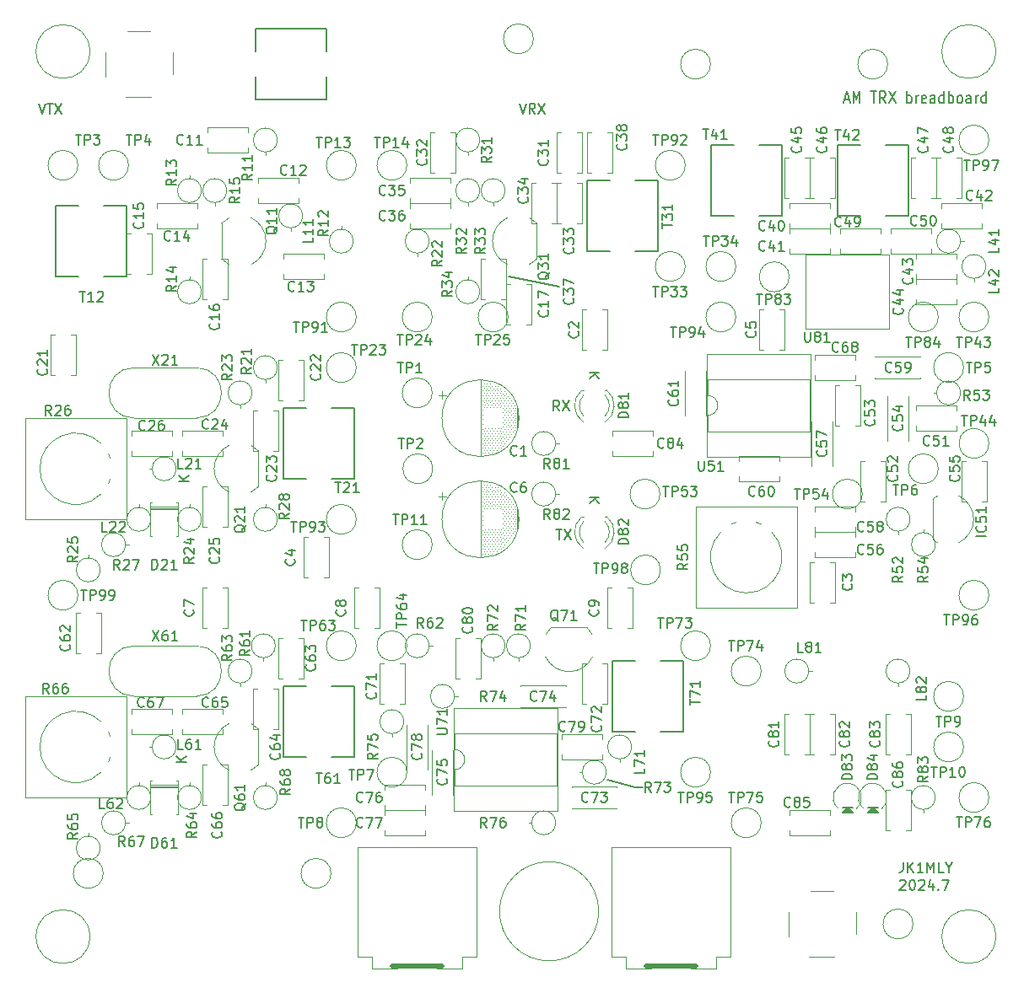
<source format=gbr>
%TF.GenerationSoftware,KiCad,Pcbnew,7.0.2-0*%
%TF.CreationDate,2024-07-16T23:18:08+09:00*%
%TF.ProjectId,am-pcb2,616d2d70-6362-4322-9e6b-696361645f70,rev?*%
%TF.SameCoordinates,Original*%
%TF.FileFunction,Legend,Top*%
%TF.FilePolarity,Positive*%
%FSLAX46Y46*%
G04 Gerber Fmt 4.6, Leading zero omitted, Abs format (unit mm)*
G04 Created by KiCad (PCBNEW 7.0.2-0) date 2024-07-16 23:18:08*
%MOMM*%
%LPD*%
G01*
G04 APERTURE LIST*
%ADD10C,0.150000*%
%ADD11C,0.120000*%
%ADD12C,0.100000*%
%ADD13C,0.500000*%
G04 APERTURE END LIST*
D10*
X237744000Y-118364000D02*
X238506000Y-118364000D01*
X258572000Y-120396000D02*
X259588000Y-120396000D01*
X225044000Y-67056000D02*
X230124000Y-68072000D01*
X259588000Y-120904000D02*
X258572000Y-120904000D01*
X259080000Y-120396000D01*
X259588000Y-120904000D01*
G36*
X259588000Y-120904000D02*
G01*
X258572000Y-120904000D01*
X259080000Y-120396000D01*
X259588000Y-120904000D01*
G37*
X234950000Y-117602000D02*
X237744000Y-118364000D01*
X261112000Y-120396000D02*
X262128000Y-120396000D01*
X262128000Y-120904000D02*
X261112000Y-120904000D01*
X261620000Y-120396000D01*
X262128000Y-120904000D01*
G36*
X262128000Y-120904000D02*
G01*
X261112000Y-120904000D01*
X261620000Y-120396000D01*
X262128000Y-120904000D01*
G37*
X226155238Y-49677619D02*
X226488571Y-50677619D01*
X226488571Y-50677619D02*
X226821904Y-49677619D01*
X227726666Y-50677619D02*
X227393333Y-50201428D01*
X227155238Y-50677619D02*
X227155238Y-49677619D01*
X227155238Y-49677619D02*
X227536190Y-49677619D01*
X227536190Y-49677619D02*
X227631428Y-49725238D01*
X227631428Y-49725238D02*
X227679047Y-49772857D01*
X227679047Y-49772857D02*
X227726666Y-49868095D01*
X227726666Y-49868095D02*
X227726666Y-50010952D01*
X227726666Y-50010952D02*
X227679047Y-50106190D01*
X227679047Y-50106190D02*
X227631428Y-50153809D01*
X227631428Y-50153809D02*
X227536190Y-50201428D01*
X227536190Y-50201428D02*
X227155238Y-50201428D01*
X228060000Y-49677619D02*
X228726666Y-50677619D01*
X228726666Y-49677619D02*
X228060000Y-50677619D01*
X177895238Y-49677619D02*
X178228571Y-50677619D01*
X178228571Y-50677619D02*
X178561904Y-49677619D01*
X178752381Y-49677619D02*
X179323809Y-49677619D01*
X179038095Y-50677619D02*
X179038095Y-49677619D01*
X179561905Y-49677619D02*
X180228571Y-50677619D01*
X180228571Y-49677619D02*
X179561905Y-50677619D01*
X229838238Y-92476619D02*
X230409666Y-92476619D01*
X230123952Y-93476619D02*
X230123952Y-92476619D01*
X230647762Y-92476619D02*
X231314428Y-93476619D01*
X231314428Y-92476619D02*
X230647762Y-93476619D01*
X264350476Y-127750857D02*
X264398095Y-127703238D01*
X264398095Y-127703238D02*
X264493333Y-127655619D01*
X264493333Y-127655619D02*
X264731428Y-127655619D01*
X264731428Y-127655619D02*
X264826666Y-127703238D01*
X264826666Y-127703238D02*
X264874285Y-127750857D01*
X264874285Y-127750857D02*
X264921904Y-127846095D01*
X264921904Y-127846095D02*
X264921904Y-127941333D01*
X264921904Y-127941333D02*
X264874285Y-128084190D01*
X264874285Y-128084190D02*
X264302857Y-128655619D01*
X264302857Y-128655619D02*
X264921904Y-128655619D01*
X265540952Y-127655619D02*
X265636190Y-127655619D01*
X265636190Y-127655619D02*
X265731428Y-127703238D01*
X265731428Y-127703238D02*
X265779047Y-127750857D01*
X265779047Y-127750857D02*
X265826666Y-127846095D01*
X265826666Y-127846095D02*
X265874285Y-128036571D01*
X265874285Y-128036571D02*
X265874285Y-128274666D01*
X265874285Y-128274666D02*
X265826666Y-128465142D01*
X265826666Y-128465142D02*
X265779047Y-128560380D01*
X265779047Y-128560380D02*
X265731428Y-128608000D01*
X265731428Y-128608000D02*
X265636190Y-128655619D01*
X265636190Y-128655619D02*
X265540952Y-128655619D01*
X265540952Y-128655619D02*
X265445714Y-128608000D01*
X265445714Y-128608000D02*
X265398095Y-128560380D01*
X265398095Y-128560380D02*
X265350476Y-128465142D01*
X265350476Y-128465142D02*
X265302857Y-128274666D01*
X265302857Y-128274666D02*
X265302857Y-128036571D01*
X265302857Y-128036571D02*
X265350476Y-127846095D01*
X265350476Y-127846095D02*
X265398095Y-127750857D01*
X265398095Y-127750857D02*
X265445714Y-127703238D01*
X265445714Y-127703238D02*
X265540952Y-127655619D01*
X266255238Y-127750857D02*
X266302857Y-127703238D01*
X266302857Y-127703238D02*
X266398095Y-127655619D01*
X266398095Y-127655619D02*
X266636190Y-127655619D01*
X266636190Y-127655619D02*
X266731428Y-127703238D01*
X266731428Y-127703238D02*
X266779047Y-127750857D01*
X266779047Y-127750857D02*
X266826666Y-127846095D01*
X266826666Y-127846095D02*
X266826666Y-127941333D01*
X266826666Y-127941333D02*
X266779047Y-128084190D01*
X266779047Y-128084190D02*
X266207619Y-128655619D01*
X266207619Y-128655619D02*
X266826666Y-128655619D01*
X267683809Y-127988952D02*
X267683809Y-128655619D01*
X267445714Y-127608000D02*
X267207619Y-128322285D01*
X267207619Y-128322285D02*
X267826666Y-128322285D01*
X268207619Y-128560380D02*
X268255238Y-128608000D01*
X268255238Y-128608000D02*
X268207619Y-128655619D01*
X268207619Y-128655619D02*
X268160000Y-128608000D01*
X268160000Y-128608000D02*
X268207619Y-128560380D01*
X268207619Y-128560380D02*
X268207619Y-128655619D01*
X268588571Y-127655619D02*
X269255237Y-127655619D01*
X269255237Y-127655619D02*
X268826666Y-128655619D01*
X233167380Y-76692095D02*
X234167380Y-76692095D01*
X233167380Y-77263523D02*
X233738809Y-76834952D01*
X234167380Y-77263523D02*
X233595952Y-76692095D01*
X230171523Y-80522619D02*
X229838190Y-80046428D01*
X229600095Y-80522619D02*
X229600095Y-79522619D01*
X229600095Y-79522619D02*
X229981047Y-79522619D01*
X229981047Y-79522619D02*
X230076285Y-79570238D01*
X230076285Y-79570238D02*
X230123904Y-79617857D01*
X230123904Y-79617857D02*
X230171523Y-79713095D01*
X230171523Y-79713095D02*
X230171523Y-79855952D01*
X230171523Y-79855952D02*
X230123904Y-79951190D01*
X230123904Y-79951190D02*
X230076285Y-79998809D01*
X230076285Y-79998809D02*
X229981047Y-80046428D01*
X229981047Y-80046428D02*
X229600095Y-80046428D01*
X230504857Y-79522619D02*
X231171523Y-80522619D01*
X231171523Y-79522619D02*
X230504857Y-80522619D01*
X258762476Y-49294285D02*
X259238666Y-49294285D01*
X258667238Y-49637142D02*
X259000571Y-48437142D01*
X259000571Y-48437142D02*
X259333904Y-49637142D01*
X259667238Y-49637142D02*
X259667238Y-48437142D01*
X259667238Y-48437142D02*
X260000571Y-49294285D01*
X260000571Y-49294285D02*
X260333904Y-48437142D01*
X260333904Y-48437142D02*
X260333904Y-49637142D01*
X261429143Y-48437142D02*
X262000571Y-48437142D01*
X261714857Y-49637142D02*
X261714857Y-48437142D01*
X262905333Y-49637142D02*
X262572000Y-49065714D01*
X262333905Y-49637142D02*
X262333905Y-48437142D01*
X262333905Y-48437142D02*
X262714857Y-48437142D01*
X262714857Y-48437142D02*
X262810095Y-48494285D01*
X262810095Y-48494285D02*
X262857714Y-48551428D01*
X262857714Y-48551428D02*
X262905333Y-48665714D01*
X262905333Y-48665714D02*
X262905333Y-48837142D01*
X262905333Y-48837142D02*
X262857714Y-48951428D01*
X262857714Y-48951428D02*
X262810095Y-49008571D01*
X262810095Y-49008571D02*
X262714857Y-49065714D01*
X262714857Y-49065714D02*
X262333905Y-49065714D01*
X263238667Y-48437142D02*
X263905333Y-49637142D01*
X263905333Y-48437142D02*
X263238667Y-49637142D01*
X265048191Y-49637142D02*
X265048191Y-48437142D01*
X265048191Y-48894285D02*
X265143429Y-48837142D01*
X265143429Y-48837142D02*
X265333905Y-48837142D01*
X265333905Y-48837142D02*
X265429143Y-48894285D01*
X265429143Y-48894285D02*
X265476762Y-48951428D01*
X265476762Y-48951428D02*
X265524381Y-49065714D01*
X265524381Y-49065714D02*
X265524381Y-49408571D01*
X265524381Y-49408571D02*
X265476762Y-49522857D01*
X265476762Y-49522857D02*
X265429143Y-49580000D01*
X265429143Y-49580000D02*
X265333905Y-49637142D01*
X265333905Y-49637142D02*
X265143429Y-49637142D01*
X265143429Y-49637142D02*
X265048191Y-49580000D01*
X265952953Y-49637142D02*
X265952953Y-48837142D01*
X265952953Y-49065714D02*
X266000572Y-48951428D01*
X266000572Y-48951428D02*
X266048191Y-48894285D01*
X266048191Y-48894285D02*
X266143429Y-48837142D01*
X266143429Y-48837142D02*
X266238667Y-48837142D01*
X266952953Y-49580000D02*
X266857715Y-49637142D01*
X266857715Y-49637142D02*
X266667239Y-49637142D01*
X266667239Y-49637142D02*
X266572001Y-49580000D01*
X266572001Y-49580000D02*
X266524382Y-49465714D01*
X266524382Y-49465714D02*
X266524382Y-49008571D01*
X266524382Y-49008571D02*
X266572001Y-48894285D01*
X266572001Y-48894285D02*
X266667239Y-48837142D01*
X266667239Y-48837142D02*
X266857715Y-48837142D01*
X266857715Y-48837142D02*
X266952953Y-48894285D01*
X266952953Y-48894285D02*
X267000572Y-49008571D01*
X267000572Y-49008571D02*
X267000572Y-49122857D01*
X267000572Y-49122857D02*
X266524382Y-49237142D01*
X267857715Y-49637142D02*
X267857715Y-49008571D01*
X267857715Y-49008571D02*
X267810096Y-48894285D01*
X267810096Y-48894285D02*
X267714858Y-48837142D01*
X267714858Y-48837142D02*
X267524382Y-48837142D01*
X267524382Y-48837142D02*
X267429144Y-48894285D01*
X267857715Y-49580000D02*
X267762477Y-49637142D01*
X267762477Y-49637142D02*
X267524382Y-49637142D01*
X267524382Y-49637142D02*
X267429144Y-49580000D01*
X267429144Y-49580000D02*
X267381525Y-49465714D01*
X267381525Y-49465714D02*
X267381525Y-49351428D01*
X267381525Y-49351428D02*
X267429144Y-49237142D01*
X267429144Y-49237142D02*
X267524382Y-49180000D01*
X267524382Y-49180000D02*
X267762477Y-49180000D01*
X267762477Y-49180000D02*
X267857715Y-49122857D01*
X268762477Y-49637142D02*
X268762477Y-48437142D01*
X268762477Y-49580000D02*
X268667239Y-49637142D01*
X268667239Y-49637142D02*
X268476763Y-49637142D01*
X268476763Y-49637142D02*
X268381525Y-49580000D01*
X268381525Y-49580000D02*
X268333906Y-49522857D01*
X268333906Y-49522857D02*
X268286287Y-49408571D01*
X268286287Y-49408571D02*
X268286287Y-49065714D01*
X268286287Y-49065714D02*
X268333906Y-48951428D01*
X268333906Y-48951428D02*
X268381525Y-48894285D01*
X268381525Y-48894285D02*
X268476763Y-48837142D01*
X268476763Y-48837142D02*
X268667239Y-48837142D01*
X268667239Y-48837142D02*
X268762477Y-48894285D01*
X269238668Y-49637142D02*
X269238668Y-48437142D01*
X269238668Y-48894285D02*
X269333906Y-48837142D01*
X269333906Y-48837142D02*
X269524382Y-48837142D01*
X269524382Y-48837142D02*
X269619620Y-48894285D01*
X269619620Y-48894285D02*
X269667239Y-48951428D01*
X269667239Y-48951428D02*
X269714858Y-49065714D01*
X269714858Y-49065714D02*
X269714858Y-49408571D01*
X269714858Y-49408571D02*
X269667239Y-49522857D01*
X269667239Y-49522857D02*
X269619620Y-49580000D01*
X269619620Y-49580000D02*
X269524382Y-49637142D01*
X269524382Y-49637142D02*
X269333906Y-49637142D01*
X269333906Y-49637142D02*
X269238668Y-49580000D01*
X270286287Y-49637142D02*
X270191049Y-49580000D01*
X270191049Y-49580000D02*
X270143430Y-49522857D01*
X270143430Y-49522857D02*
X270095811Y-49408571D01*
X270095811Y-49408571D02*
X270095811Y-49065714D01*
X270095811Y-49065714D02*
X270143430Y-48951428D01*
X270143430Y-48951428D02*
X270191049Y-48894285D01*
X270191049Y-48894285D02*
X270286287Y-48837142D01*
X270286287Y-48837142D02*
X270429144Y-48837142D01*
X270429144Y-48837142D02*
X270524382Y-48894285D01*
X270524382Y-48894285D02*
X270572001Y-48951428D01*
X270572001Y-48951428D02*
X270619620Y-49065714D01*
X270619620Y-49065714D02*
X270619620Y-49408571D01*
X270619620Y-49408571D02*
X270572001Y-49522857D01*
X270572001Y-49522857D02*
X270524382Y-49580000D01*
X270524382Y-49580000D02*
X270429144Y-49637142D01*
X270429144Y-49637142D02*
X270286287Y-49637142D01*
X271476763Y-49637142D02*
X271476763Y-49008571D01*
X271476763Y-49008571D02*
X271429144Y-48894285D01*
X271429144Y-48894285D02*
X271333906Y-48837142D01*
X271333906Y-48837142D02*
X271143430Y-48837142D01*
X271143430Y-48837142D02*
X271048192Y-48894285D01*
X271476763Y-49580000D02*
X271381525Y-49637142D01*
X271381525Y-49637142D02*
X271143430Y-49637142D01*
X271143430Y-49637142D02*
X271048192Y-49580000D01*
X271048192Y-49580000D02*
X271000573Y-49465714D01*
X271000573Y-49465714D02*
X271000573Y-49351428D01*
X271000573Y-49351428D02*
X271048192Y-49237142D01*
X271048192Y-49237142D02*
X271143430Y-49180000D01*
X271143430Y-49180000D02*
X271381525Y-49180000D01*
X271381525Y-49180000D02*
X271476763Y-49122857D01*
X271952954Y-49637142D02*
X271952954Y-48837142D01*
X271952954Y-49065714D02*
X272000573Y-48951428D01*
X272000573Y-48951428D02*
X272048192Y-48894285D01*
X272048192Y-48894285D02*
X272143430Y-48837142D01*
X272143430Y-48837142D02*
X272238668Y-48837142D01*
X273000573Y-49637142D02*
X273000573Y-48437142D01*
X273000573Y-49580000D02*
X272905335Y-49637142D01*
X272905335Y-49637142D02*
X272714859Y-49637142D01*
X272714859Y-49637142D02*
X272619621Y-49580000D01*
X272619621Y-49580000D02*
X272572002Y-49522857D01*
X272572002Y-49522857D02*
X272524383Y-49408571D01*
X272524383Y-49408571D02*
X272524383Y-49065714D01*
X272524383Y-49065714D02*
X272572002Y-48951428D01*
X272572002Y-48951428D02*
X272619621Y-48894285D01*
X272619621Y-48894285D02*
X272714859Y-48837142D01*
X272714859Y-48837142D02*
X272905335Y-48837142D01*
X272905335Y-48837142D02*
X273000573Y-48894285D01*
X264683809Y-125877619D02*
X264683809Y-126591904D01*
X264683809Y-126591904D02*
X264636190Y-126734761D01*
X264636190Y-126734761D02*
X264540952Y-126830000D01*
X264540952Y-126830000D02*
X264398095Y-126877619D01*
X264398095Y-126877619D02*
X264302857Y-126877619D01*
X265160000Y-126877619D02*
X265160000Y-125877619D01*
X265731428Y-126877619D02*
X265302857Y-126306190D01*
X265731428Y-125877619D02*
X265160000Y-126449047D01*
X266683809Y-126877619D02*
X266112381Y-126877619D01*
X266398095Y-126877619D02*
X266398095Y-125877619D01*
X266398095Y-125877619D02*
X266302857Y-126020476D01*
X266302857Y-126020476D02*
X266207619Y-126115714D01*
X266207619Y-126115714D02*
X266112381Y-126163333D01*
X267112381Y-126877619D02*
X267112381Y-125877619D01*
X267112381Y-125877619D02*
X267445714Y-126591904D01*
X267445714Y-126591904D02*
X267779047Y-125877619D01*
X267779047Y-125877619D02*
X267779047Y-126877619D01*
X268731428Y-126877619D02*
X268255238Y-126877619D01*
X268255238Y-126877619D02*
X268255238Y-125877619D01*
X269255238Y-126401428D02*
X269255238Y-126877619D01*
X268921905Y-125877619D02*
X269255238Y-126401428D01*
X269255238Y-126401428D02*
X269588571Y-125877619D01*
X233167380Y-89265095D02*
X234167380Y-89265095D01*
X233167380Y-89836523D02*
X233738809Y-89407952D01*
X234167380Y-89836523D02*
X233595952Y-89265095D01*
%TO.C,R24*%
X193502619Y-95257857D02*
X193026428Y-95591190D01*
X193502619Y-95829285D02*
X192502619Y-95829285D01*
X192502619Y-95829285D02*
X192502619Y-95448333D01*
X192502619Y-95448333D02*
X192550238Y-95353095D01*
X192550238Y-95353095D02*
X192597857Y-95305476D01*
X192597857Y-95305476D02*
X192693095Y-95257857D01*
X192693095Y-95257857D02*
X192835952Y-95257857D01*
X192835952Y-95257857D02*
X192931190Y-95305476D01*
X192931190Y-95305476D02*
X192978809Y-95353095D01*
X192978809Y-95353095D02*
X193026428Y-95448333D01*
X193026428Y-95448333D02*
X193026428Y-95829285D01*
X192597857Y-94876904D02*
X192550238Y-94829285D01*
X192550238Y-94829285D02*
X192502619Y-94734047D01*
X192502619Y-94734047D02*
X192502619Y-94495952D01*
X192502619Y-94495952D02*
X192550238Y-94400714D01*
X192550238Y-94400714D02*
X192597857Y-94353095D01*
X192597857Y-94353095D02*
X192693095Y-94305476D01*
X192693095Y-94305476D02*
X192788333Y-94305476D01*
X192788333Y-94305476D02*
X192931190Y-94353095D01*
X192931190Y-94353095D02*
X193502619Y-94924523D01*
X193502619Y-94924523D02*
X193502619Y-94305476D01*
X192835952Y-93448333D02*
X193502619Y-93448333D01*
X192455000Y-93686428D02*
X193169285Y-93924523D01*
X193169285Y-93924523D02*
X193169285Y-93305476D01*
%TO.C,TP64*%
X213838619Y-102322094D02*
X213838619Y-101750666D01*
X214838619Y-102036380D02*
X213838619Y-102036380D01*
X214838619Y-101417332D02*
X213838619Y-101417332D01*
X213838619Y-101417332D02*
X213838619Y-101036380D01*
X213838619Y-101036380D02*
X213886238Y-100941142D01*
X213886238Y-100941142D02*
X213933857Y-100893523D01*
X213933857Y-100893523D02*
X214029095Y-100845904D01*
X214029095Y-100845904D02*
X214171952Y-100845904D01*
X214171952Y-100845904D02*
X214267190Y-100893523D01*
X214267190Y-100893523D02*
X214314809Y-100941142D01*
X214314809Y-100941142D02*
X214362428Y-101036380D01*
X214362428Y-101036380D02*
X214362428Y-101417332D01*
X213838619Y-99988761D02*
X213838619Y-100179237D01*
X213838619Y-100179237D02*
X213886238Y-100274475D01*
X213886238Y-100274475D02*
X213933857Y-100322094D01*
X213933857Y-100322094D02*
X214076714Y-100417332D01*
X214076714Y-100417332D02*
X214267190Y-100464951D01*
X214267190Y-100464951D02*
X214648142Y-100464951D01*
X214648142Y-100464951D02*
X214743380Y-100417332D01*
X214743380Y-100417332D02*
X214791000Y-100369713D01*
X214791000Y-100369713D02*
X214838619Y-100274475D01*
X214838619Y-100274475D02*
X214838619Y-100083999D01*
X214838619Y-100083999D02*
X214791000Y-99988761D01*
X214791000Y-99988761D02*
X214743380Y-99941142D01*
X214743380Y-99941142D02*
X214648142Y-99893523D01*
X214648142Y-99893523D02*
X214410047Y-99893523D01*
X214410047Y-99893523D02*
X214314809Y-99941142D01*
X214314809Y-99941142D02*
X214267190Y-99988761D01*
X214267190Y-99988761D02*
X214219571Y-100083999D01*
X214219571Y-100083999D02*
X214219571Y-100274475D01*
X214219571Y-100274475D02*
X214267190Y-100369713D01*
X214267190Y-100369713D02*
X214314809Y-100417332D01*
X214314809Y-100417332D02*
X214410047Y-100464951D01*
X214171952Y-99036380D02*
X214838619Y-99036380D01*
X213791000Y-99274475D02*
X214505285Y-99512570D01*
X214505285Y-99512570D02*
X214505285Y-98893523D01*
%TO.C,TP8*%
X203970095Y-121382619D02*
X204541523Y-121382619D01*
X204255809Y-122382619D02*
X204255809Y-121382619D01*
X204874857Y-122382619D02*
X204874857Y-121382619D01*
X204874857Y-121382619D02*
X205255809Y-121382619D01*
X205255809Y-121382619D02*
X205351047Y-121430238D01*
X205351047Y-121430238D02*
X205398666Y-121477857D01*
X205398666Y-121477857D02*
X205446285Y-121573095D01*
X205446285Y-121573095D02*
X205446285Y-121715952D01*
X205446285Y-121715952D02*
X205398666Y-121811190D01*
X205398666Y-121811190D02*
X205351047Y-121858809D01*
X205351047Y-121858809D02*
X205255809Y-121906428D01*
X205255809Y-121906428D02*
X204874857Y-121906428D01*
X206017714Y-121811190D02*
X205922476Y-121763571D01*
X205922476Y-121763571D02*
X205874857Y-121715952D01*
X205874857Y-121715952D02*
X205827238Y-121620714D01*
X205827238Y-121620714D02*
X205827238Y-121573095D01*
X205827238Y-121573095D02*
X205874857Y-121477857D01*
X205874857Y-121477857D02*
X205922476Y-121430238D01*
X205922476Y-121430238D02*
X206017714Y-121382619D01*
X206017714Y-121382619D02*
X206208190Y-121382619D01*
X206208190Y-121382619D02*
X206303428Y-121430238D01*
X206303428Y-121430238D02*
X206351047Y-121477857D01*
X206351047Y-121477857D02*
X206398666Y-121573095D01*
X206398666Y-121573095D02*
X206398666Y-121620714D01*
X206398666Y-121620714D02*
X206351047Y-121715952D01*
X206351047Y-121715952D02*
X206303428Y-121763571D01*
X206303428Y-121763571D02*
X206208190Y-121811190D01*
X206208190Y-121811190D02*
X206017714Y-121811190D01*
X206017714Y-121811190D02*
X205922476Y-121858809D01*
X205922476Y-121858809D02*
X205874857Y-121906428D01*
X205874857Y-121906428D02*
X205827238Y-122001666D01*
X205827238Y-122001666D02*
X205827238Y-122192142D01*
X205827238Y-122192142D02*
X205874857Y-122287380D01*
X205874857Y-122287380D02*
X205922476Y-122335000D01*
X205922476Y-122335000D02*
X206017714Y-122382619D01*
X206017714Y-122382619D02*
X206208190Y-122382619D01*
X206208190Y-122382619D02*
X206303428Y-122335000D01*
X206303428Y-122335000D02*
X206351047Y-122287380D01*
X206351047Y-122287380D02*
X206398666Y-122192142D01*
X206398666Y-122192142D02*
X206398666Y-122001666D01*
X206398666Y-122001666D02*
X206351047Y-121906428D01*
X206351047Y-121906428D02*
X206303428Y-121858809D01*
X206303428Y-121858809D02*
X206208190Y-121811190D01*
%TO.C,C8*%
X208637380Y-100516666D02*
X208685000Y-100564285D01*
X208685000Y-100564285D02*
X208732619Y-100707142D01*
X208732619Y-100707142D02*
X208732619Y-100802380D01*
X208732619Y-100802380D02*
X208685000Y-100945237D01*
X208685000Y-100945237D02*
X208589761Y-101040475D01*
X208589761Y-101040475D02*
X208494523Y-101088094D01*
X208494523Y-101088094D02*
X208304047Y-101135713D01*
X208304047Y-101135713D02*
X208161190Y-101135713D01*
X208161190Y-101135713D02*
X207970714Y-101088094D01*
X207970714Y-101088094D02*
X207875476Y-101040475D01*
X207875476Y-101040475D02*
X207780238Y-100945237D01*
X207780238Y-100945237D02*
X207732619Y-100802380D01*
X207732619Y-100802380D02*
X207732619Y-100707142D01*
X207732619Y-100707142D02*
X207780238Y-100564285D01*
X207780238Y-100564285D02*
X207827857Y-100516666D01*
X208161190Y-99945237D02*
X208113571Y-100040475D01*
X208113571Y-100040475D02*
X208065952Y-100088094D01*
X208065952Y-100088094D02*
X207970714Y-100135713D01*
X207970714Y-100135713D02*
X207923095Y-100135713D01*
X207923095Y-100135713D02*
X207827857Y-100088094D01*
X207827857Y-100088094D02*
X207780238Y-100040475D01*
X207780238Y-100040475D02*
X207732619Y-99945237D01*
X207732619Y-99945237D02*
X207732619Y-99754761D01*
X207732619Y-99754761D02*
X207780238Y-99659523D01*
X207780238Y-99659523D02*
X207827857Y-99611904D01*
X207827857Y-99611904D02*
X207923095Y-99564285D01*
X207923095Y-99564285D02*
X207970714Y-99564285D01*
X207970714Y-99564285D02*
X208065952Y-99611904D01*
X208065952Y-99611904D02*
X208113571Y-99659523D01*
X208113571Y-99659523D02*
X208161190Y-99754761D01*
X208161190Y-99754761D02*
X208161190Y-99945237D01*
X208161190Y-99945237D02*
X208208809Y-100040475D01*
X208208809Y-100040475D02*
X208256428Y-100088094D01*
X208256428Y-100088094D02*
X208351666Y-100135713D01*
X208351666Y-100135713D02*
X208542142Y-100135713D01*
X208542142Y-100135713D02*
X208637380Y-100088094D01*
X208637380Y-100088094D02*
X208685000Y-100040475D01*
X208685000Y-100040475D02*
X208732619Y-99945237D01*
X208732619Y-99945237D02*
X208732619Y-99754761D01*
X208732619Y-99754761D02*
X208685000Y-99659523D01*
X208685000Y-99659523D02*
X208637380Y-99611904D01*
X208637380Y-99611904D02*
X208542142Y-99564285D01*
X208542142Y-99564285D02*
X208351666Y-99564285D01*
X208351666Y-99564285D02*
X208256428Y-99611904D01*
X208256428Y-99611904D02*
X208208809Y-99659523D01*
X208208809Y-99659523D02*
X208161190Y-99754761D01*
%TO.C,C54*%
X264527380Y-81922857D02*
X264575000Y-81970476D01*
X264575000Y-81970476D02*
X264622619Y-82113333D01*
X264622619Y-82113333D02*
X264622619Y-82208571D01*
X264622619Y-82208571D02*
X264575000Y-82351428D01*
X264575000Y-82351428D02*
X264479761Y-82446666D01*
X264479761Y-82446666D02*
X264384523Y-82494285D01*
X264384523Y-82494285D02*
X264194047Y-82541904D01*
X264194047Y-82541904D02*
X264051190Y-82541904D01*
X264051190Y-82541904D02*
X263860714Y-82494285D01*
X263860714Y-82494285D02*
X263765476Y-82446666D01*
X263765476Y-82446666D02*
X263670238Y-82351428D01*
X263670238Y-82351428D02*
X263622619Y-82208571D01*
X263622619Y-82208571D02*
X263622619Y-82113333D01*
X263622619Y-82113333D02*
X263670238Y-81970476D01*
X263670238Y-81970476D02*
X263717857Y-81922857D01*
X263622619Y-81018095D02*
X263622619Y-81494285D01*
X263622619Y-81494285D02*
X264098809Y-81541904D01*
X264098809Y-81541904D02*
X264051190Y-81494285D01*
X264051190Y-81494285D02*
X264003571Y-81399047D01*
X264003571Y-81399047D02*
X264003571Y-81160952D01*
X264003571Y-81160952D02*
X264051190Y-81065714D01*
X264051190Y-81065714D02*
X264098809Y-81018095D01*
X264098809Y-81018095D02*
X264194047Y-80970476D01*
X264194047Y-80970476D02*
X264432142Y-80970476D01*
X264432142Y-80970476D02*
X264527380Y-81018095D01*
X264527380Y-81018095D02*
X264575000Y-81065714D01*
X264575000Y-81065714D02*
X264622619Y-81160952D01*
X264622619Y-81160952D02*
X264622619Y-81399047D01*
X264622619Y-81399047D02*
X264575000Y-81494285D01*
X264575000Y-81494285D02*
X264527380Y-81541904D01*
X263955952Y-80113333D02*
X264622619Y-80113333D01*
X263575000Y-80351428D02*
X264289285Y-80589523D01*
X264289285Y-80589523D02*
X264289285Y-79970476D01*
%TO.C,TP91*%
X203493905Y-71598619D02*
X204065333Y-71598619D01*
X203779619Y-72598619D02*
X203779619Y-71598619D01*
X204398667Y-72598619D02*
X204398667Y-71598619D01*
X204398667Y-71598619D02*
X204779619Y-71598619D01*
X204779619Y-71598619D02*
X204874857Y-71646238D01*
X204874857Y-71646238D02*
X204922476Y-71693857D01*
X204922476Y-71693857D02*
X204970095Y-71789095D01*
X204970095Y-71789095D02*
X204970095Y-71931952D01*
X204970095Y-71931952D02*
X204922476Y-72027190D01*
X204922476Y-72027190D02*
X204874857Y-72074809D01*
X204874857Y-72074809D02*
X204779619Y-72122428D01*
X204779619Y-72122428D02*
X204398667Y-72122428D01*
X205446286Y-72598619D02*
X205636762Y-72598619D01*
X205636762Y-72598619D02*
X205732000Y-72551000D01*
X205732000Y-72551000D02*
X205779619Y-72503380D01*
X205779619Y-72503380D02*
X205874857Y-72360523D01*
X205874857Y-72360523D02*
X205922476Y-72170047D01*
X205922476Y-72170047D02*
X205922476Y-71789095D01*
X205922476Y-71789095D02*
X205874857Y-71693857D01*
X205874857Y-71693857D02*
X205827238Y-71646238D01*
X205827238Y-71646238D02*
X205732000Y-71598619D01*
X205732000Y-71598619D02*
X205541524Y-71598619D01*
X205541524Y-71598619D02*
X205446286Y-71646238D01*
X205446286Y-71646238D02*
X205398667Y-71693857D01*
X205398667Y-71693857D02*
X205351048Y-71789095D01*
X205351048Y-71789095D02*
X205351048Y-72027190D01*
X205351048Y-72027190D02*
X205398667Y-72122428D01*
X205398667Y-72122428D02*
X205446286Y-72170047D01*
X205446286Y-72170047D02*
X205541524Y-72217666D01*
X205541524Y-72217666D02*
X205732000Y-72217666D01*
X205732000Y-72217666D02*
X205827238Y-72170047D01*
X205827238Y-72170047D02*
X205874857Y-72122428D01*
X205874857Y-72122428D02*
X205922476Y-72027190D01*
X206874857Y-72598619D02*
X206303429Y-72598619D01*
X206589143Y-72598619D02*
X206589143Y-71598619D01*
X206589143Y-71598619D02*
X206493905Y-71741476D01*
X206493905Y-71741476D02*
X206398667Y-71836714D01*
X206398667Y-71836714D02*
X206303429Y-71884333D01*
%TO.C,C75*%
X218807380Y-117482857D02*
X218855000Y-117530476D01*
X218855000Y-117530476D02*
X218902619Y-117673333D01*
X218902619Y-117673333D02*
X218902619Y-117768571D01*
X218902619Y-117768571D02*
X218855000Y-117911428D01*
X218855000Y-117911428D02*
X218759761Y-118006666D01*
X218759761Y-118006666D02*
X218664523Y-118054285D01*
X218664523Y-118054285D02*
X218474047Y-118101904D01*
X218474047Y-118101904D02*
X218331190Y-118101904D01*
X218331190Y-118101904D02*
X218140714Y-118054285D01*
X218140714Y-118054285D02*
X218045476Y-118006666D01*
X218045476Y-118006666D02*
X217950238Y-117911428D01*
X217950238Y-117911428D02*
X217902619Y-117768571D01*
X217902619Y-117768571D02*
X217902619Y-117673333D01*
X217902619Y-117673333D02*
X217950238Y-117530476D01*
X217950238Y-117530476D02*
X217997857Y-117482857D01*
X217902619Y-117149523D02*
X217902619Y-116482857D01*
X217902619Y-116482857D02*
X218902619Y-116911428D01*
X217902619Y-115625714D02*
X217902619Y-116101904D01*
X217902619Y-116101904D02*
X218378809Y-116149523D01*
X218378809Y-116149523D02*
X218331190Y-116101904D01*
X218331190Y-116101904D02*
X218283571Y-116006666D01*
X218283571Y-116006666D02*
X218283571Y-115768571D01*
X218283571Y-115768571D02*
X218331190Y-115673333D01*
X218331190Y-115673333D02*
X218378809Y-115625714D01*
X218378809Y-115625714D02*
X218474047Y-115578095D01*
X218474047Y-115578095D02*
X218712142Y-115578095D01*
X218712142Y-115578095D02*
X218807380Y-115625714D01*
X218807380Y-115625714D02*
X218855000Y-115673333D01*
X218855000Y-115673333D02*
X218902619Y-115768571D01*
X218902619Y-115768571D02*
X218902619Y-116006666D01*
X218902619Y-116006666D02*
X218855000Y-116101904D01*
X218855000Y-116101904D02*
X218807380Y-116149523D01*
%TO.C,L71*%
X238714619Y-116466857D02*
X238714619Y-116943047D01*
X238714619Y-116943047D02*
X237714619Y-116943047D01*
X237714619Y-116228761D02*
X237714619Y-115562095D01*
X237714619Y-115562095D02*
X238714619Y-115990666D01*
X238714619Y-114657333D02*
X238714619Y-115228761D01*
X238714619Y-114943047D02*
X237714619Y-114943047D01*
X237714619Y-114943047D02*
X237857476Y-115038285D01*
X237857476Y-115038285D02*
X237952714Y-115133523D01*
X237952714Y-115133523D02*
X238000333Y-115228761D01*
%TO.C,L61*%
X192397142Y-114508619D02*
X191920952Y-114508619D01*
X191920952Y-114508619D02*
X191920952Y-113508619D01*
X193159047Y-113508619D02*
X192968571Y-113508619D01*
X192968571Y-113508619D02*
X192873333Y-113556238D01*
X192873333Y-113556238D02*
X192825714Y-113603857D01*
X192825714Y-113603857D02*
X192730476Y-113746714D01*
X192730476Y-113746714D02*
X192682857Y-113937190D01*
X192682857Y-113937190D02*
X192682857Y-114318142D01*
X192682857Y-114318142D02*
X192730476Y-114413380D01*
X192730476Y-114413380D02*
X192778095Y-114461000D01*
X192778095Y-114461000D02*
X192873333Y-114508619D01*
X192873333Y-114508619D02*
X193063809Y-114508619D01*
X193063809Y-114508619D02*
X193159047Y-114461000D01*
X193159047Y-114461000D02*
X193206666Y-114413380D01*
X193206666Y-114413380D02*
X193254285Y-114318142D01*
X193254285Y-114318142D02*
X193254285Y-114080047D01*
X193254285Y-114080047D02*
X193206666Y-113984809D01*
X193206666Y-113984809D02*
X193159047Y-113937190D01*
X193159047Y-113937190D02*
X193063809Y-113889571D01*
X193063809Y-113889571D02*
X192873333Y-113889571D01*
X192873333Y-113889571D02*
X192778095Y-113937190D01*
X192778095Y-113937190D02*
X192730476Y-113984809D01*
X192730476Y-113984809D02*
X192682857Y-114080047D01*
X194206666Y-114508619D02*
X193635238Y-114508619D01*
X193920952Y-114508619D02*
X193920952Y-113508619D01*
X193920952Y-113508619D02*
X193825714Y-113651476D01*
X193825714Y-113651476D02*
X193730476Y-113746714D01*
X193730476Y-113746714D02*
X193635238Y-113794333D01*
%TO.C,R76*%
X222877142Y-122382619D02*
X222543809Y-121906428D01*
X222305714Y-122382619D02*
X222305714Y-121382619D01*
X222305714Y-121382619D02*
X222686666Y-121382619D01*
X222686666Y-121382619D02*
X222781904Y-121430238D01*
X222781904Y-121430238D02*
X222829523Y-121477857D01*
X222829523Y-121477857D02*
X222877142Y-121573095D01*
X222877142Y-121573095D02*
X222877142Y-121715952D01*
X222877142Y-121715952D02*
X222829523Y-121811190D01*
X222829523Y-121811190D02*
X222781904Y-121858809D01*
X222781904Y-121858809D02*
X222686666Y-121906428D01*
X222686666Y-121906428D02*
X222305714Y-121906428D01*
X223210476Y-121382619D02*
X223877142Y-121382619D01*
X223877142Y-121382619D02*
X223448571Y-122382619D01*
X224686666Y-121382619D02*
X224496190Y-121382619D01*
X224496190Y-121382619D02*
X224400952Y-121430238D01*
X224400952Y-121430238D02*
X224353333Y-121477857D01*
X224353333Y-121477857D02*
X224258095Y-121620714D01*
X224258095Y-121620714D02*
X224210476Y-121811190D01*
X224210476Y-121811190D02*
X224210476Y-122192142D01*
X224210476Y-122192142D02*
X224258095Y-122287380D01*
X224258095Y-122287380D02*
X224305714Y-122335000D01*
X224305714Y-122335000D02*
X224400952Y-122382619D01*
X224400952Y-122382619D02*
X224591428Y-122382619D01*
X224591428Y-122382619D02*
X224686666Y-122335000D01*
X224686666Y-122335000D02*
X224734285Y-122287380D01*
X224734285Y-122287380D02*
X224781904Y-122192142D01*
X224781904Y-122192142D02*
X224781904Y-121954047D01*
X224781904Y-121954047D02*
X224734285Y-121858809D01*
X224734285Y-121858809D02*
X224686666Y-121811190D01*
X224686666Y-121811190D02*
X224591428Y-121763571D01*
X224591428Y-121763571D02*
X224400952Y-121763571D01*
X224400952Y-121763571D02*
X224305714Y-121811190D01*
X224305714Y-121811190D02*
X224258095Y-121858809D01*
X224258095Y-121858809D02*
X224210476Y-121954047D01*
%TO.C,Q61*%
X198677857Y-119951428D02*
X198630238Y-120046666D01*
X198630238Y-120046666D02*
X198535000Y-120141904D01*
X198535000Y-120141904D02*
X198392142Y-120284761D01*
X198392142Y-120284761D02*
X198344523Y-120379999D01*
X198344523Y-120379999D02*
X198344523Y-120475237D01*
X198582619Y-120427618D02*
X198535000Y-120522856D01*
X198535000Y-120522856D02*
X198439761Y-120618094D01*
X198439761Y-120618094D02*
X198249285Y-120665713D01*
X198249285Y-120665713D02*
X197915952Y-120665713D01*
X197915952Y-120665713D02*
X197725476Y-120618094D01*
X197725476Y-120618094D02*
X197630238Y-120522856D01*
X197630238Y-120522856D02*
X197582619Y-120427618D01*
X197582619Y-120427618D02*
X197582619Y-120237142D01*
X197582619Y-120237142D02*
X197630238Y-120141904D01*
X197630238Y-120141904D02*
X197725476Y-120046666D01*
X197725476Y-120046666D02*
X197915952Y-119999047D01*
X197915952Y-119999047D02*
X198249285Y-119999047D01*
X198249285Y-119999047D02*
X198439761Y-120046666D01*
X198439761Y-120046666D02*
X198535000Y-120141904D01*
X198535000Y-120141904D02*
X198582619Y-120237142D01*
X198582619Y-120237142D02*
X198582619Y-120427618D01*
X197582619Y-119141904D02*
X197582619Y-119332380D01*
X197582619Y-119332380D02*
X197630238Y-119427618D01*
X197630238Y-119427618D02*
X197677857Y-119475237D01*
X197677857Y-119475237D02*
X197820714Y-119570475D01*
X197820714Y-119570475D02*
X198011190Y-119618094D01*
X198011190Y-119618094D02*
X198392142Y-119618094D01*
X198392142Y-119618094D02*
X198487380Y-119570475D01*
X198487380Y-119570475D02*
X198535000Y-119522856D01*
X198535000Y-119522856D02*
X198582619Y-119427618D01*
X198582619Y-119427618D02*
X198582619Y-119237142D01*
X198582619Y-119237142D02*
X198535000Y-119141904D01*
X198535000Y-119141904D02*
X198487380Y-119094285D01*
X198487380Y-119094285D02*
X198392142Y-119046666D01*
X198392142Y-119046666D02*
X198154047Y-119046666D01*
X198154047Y-119046666D02*
X198058809Y-119094285D01*
X198058809Y-119094285D02*
X198011190Y-119141904D01*
X198011190Y-119141904D02*
X197963571Y-119237142D01*
X197963571Y-119237142D02*
X197963571Y-119427618D01*
X197963571Y-119427618D02*
X198011190Y-119522856D01*
X198011190Y-119522856D02*
X198058809Y-119570475D01*
X198058809Y-119570475D02*
X198154047Y-119618094D01*
X198582619Y-118094285D02*
X198582619Y-118665713D01*
X198582619Y-118379999D02*
X197582619Y-118379999D01*
X197582619Y-118379999D02*
X197725476Y-118475237D01*
X197725476Y-118475237D02*
X197820714Y-118570475D01*
X197820714Y-118570475D02*
X197868333Y-118665713D01*
%TO.C,TP75*%
X247181905Y-118842619D02*
X247753333Y-118842619D01*
X247467619Y-119842619D02*
X247467619Y-118842619D01*
X248086667Y-119842619D02*
X248086667Y-118842619D01*
X248086667Y-118842619D02*
X248467619Y-118842619D01*
X248467619Y-118842619D02*
X248562857Y-118890238D01*
X248562857Y-118890238D02*
X248610476Y-118937857D01*
X248610476Y-118937857D02*
X248658095Y-119033095D01*
X248658095Y-119033095D02*
X248658095Y-119175952D01*
X248658095Y-119175952D02*
X248610476Y-119271190D01*
X248610476Y-119271190D02*
X248562857Y-119318809D01*
X248562857Y-119318809D02*
X248467619Y-119366428D01*
X248467619Y-119366428D02*
X248086667Y-119366428D01*
X248991429Y-118842619D02*
X249658095Y-118842619D01*
X249658095Y-118842619D02*
X249229524Y-119842619D01*
X250515238Y-118842619D02*
X250039048Y-118842619D01*
X250039048Y-118842619D02*
X249991429Y-119318809D01*
X249991429Y-119318809D02*
X250039048Y-119271190D01*
X250039048Y-119271190D02*
X250134286Y-119223571D01*
X250134286Y-119223571D02*
X250372381Y-119223571D01*
X250372381Y-119223571D02*
X250467619Y-119271190D01*
X250467619Y-119271190D02*
X250515238Y-119318809D01*
X250515238Y-119318809D02*
X250562857Y-119414047D01*
X250562857Y-119414047D02*
X250562857Y-119652142D01*
X250562857Y-119652142D02*
X250515238Y-119747380D01*
X250515238Y-119747380D02*
X250467619Y-119795000D01*
X250467619Y-119795000D02*
X250372381Y-119842619D01*
X250372381Y-119842619D02*
X250134286Y-119842619D01*
X250134286Y-119842619D02*
X250039048Y-119795000D01*
X250039048Y-119795000D02*
X249991429Y-119747380D01*
%TO.C,C16*%
X195947380Y-71762857D02*
X195995000Y-71810476D01*
X195995000Y-71810476D02*
X196042619Y-71953333D01*
X196042619Y-71953333D02*
X196042619Y-72048571D01*
X196042619Y-72048571D02*
X195995000Y-72191428D01*
X195995000Y-72191428D02*
X195899761Y-72286666D01*
X195899761Y-72286666D02*
X195804523Y-72334285D01*
X195804523Y-72334285D02*
X195614047Y-72381904D01*
X195614047Y-72381904D02*
X195471190Y-72381904D01*
X195471190Y-72381904D02*
X195280714Y-72334285D01*
X195280714Y-72334285D02*
X195185476Y-72286666D01*
X195185476Y-72286666D02*
X195090238Y-72191428D01*
X195090238Y-72191428D02*
X195042619Y-72048571D01*
X195042619Y-72048571D02*
X195042619Y-71953333D01*
X195042619Y-71953333D02*
X195090238Y-71810476D01*
X195090238Y-71810476D02*
X195137857Y-71762857D01*
X196042619Y-70810476D02*
X196042619Y-71381904D01*
X196042619Y-71096190D02*
X195042619Y-71096190D01*
X195042619Y-71096190D02*
X195185476Y-71191428D01*
X195185476Y-71191428D02*
X195280714Y-71286666D01*
X195280714Y-71286666D02*
X195328333Y-71381904D01*
X195042619Y-69953333D02*
X195042619Y-70143809D01*
X195042619Y-70143809D02*
X195090238Y-70239047D01*
X195090238Y-70239047D02*
X195137857Y-70286666D01*
X195137857Y-70286666D02*
X195280714Y-70381904D01*
X195280714Y-70381904D02*
X195471190Y-70429523D01*
X195471190Y-70429523D02*
X195852142Y-70429523D01*
X195852142Y-70429523D02*
X195947380Y-70381904D01*
X195947380Y-70381904D02*
X195995000Y-70334285D01*
X195995000Y-70334285D02*
X196042619Y-70239047D01*
X196042619Y-70239047D02*
X196042619Y-70048571D01*
X196042619Y-70048571D02*
X195995000Y-69953333D01*
X195995000Y-69953333D02*
X195947380Y-69905714D01*
X195947380Y-69905714D02*
X195852142Y-69858095D01*
X195852142Y-69858095D02*
X195614047Y-69858095D01*
X195614047Y-69858095D02*
X195518809Y-69905714D01*
X195518809Y-69905714D02*
X195471190Y-69953333D01*
X195471190Y-69953333D02*
X195423571Y-70048571D01*
X195423571Y-70048571D02*
X195423571Y-70239047D01*
X195423571Y-70239047D02*
X195471190Y-70334285D01*
X195471190Y-70334285D02*
X195518809Y-70381904D01*
X195518809Y-70381904D02*
X195614047Y-70429523D01*
%TO.C,U71*%
X217912619Y-112998094D02*
X218722142Y-112998094D01*
X218722142Y-112998094D02*
X218817380Y-112950475D01*
X218817380Y-112950475D02*
X218865000Y-112902856D01*
X218865000Y-112902856D02*
X218912619Y-112807618D01*
X218912619Y-112807618D02*
X218912619Y-112617142D01*
X218912619Y-112617142D02*
X218865000Y-112521904D01*
X218865000Y-112521904D02*
X218817380Y-112474285D01*
X218817380Y-112474285D02*
X218722142Y-112426666D01*
X218722142Y-112426666D02*
X217912619Y-112426666D01*
X217912619Y-112045713D02*
X217912619Y-111379047D01*
X217912619Y-111379047D02*
X218912619Y-111807618D01*
X218912619Y-110474285D02*
X218912619Y-111045713D01*
X218912619Y-110759999D02*
X217912619Y-110759999D01*
X217912619Y-110759999D02*
X218055476Y-110855237D01*
X218055476Y-110855237D02*
X218150714Y-110950475D01*
X218150714Y-110950475D02*
X218198333Y-111045713D01*
%TO.C,D82*%
X237102619Y-93924285D02*
X236102619Y-93924285D01*
X236102619Y-93924285D02*
X236102619Y-93686190D01*
X236102619Y-93686190D02*
X236150238Y-93543333D01*
X236150238Y-93543333D02*
X236245476Y-93448095D01*
X236245476Y-93448095D02*
X236340714Y-93400476D01*
X236340714Y-93400476D02*
X236531190Y-93352857D01*
X236531190Y-93352857D02*
X236674047Y-93352857D01*
X236674047Y-93352857D02*
X236864523Y-93400476D01*
X236864523Y-93400476D02*
X236959761Y-93448095D01*
X236959761Y-93448095D02*
X237055000Y-93543333D01*
X237055000Y-93543333D02*
X237102619Y-93686190D01*
X237102619Y-93686190D02*
X237102619Y-93924285D01*
X236531190Y-92781428D02*
X236483571Y-92876666D01*
X236483571Y-92876666D02*
X236435952Y-92924285D01*
X236435952Y-92924285D02*
X236340714Y-92971904D01*
X236340714Y-92971904D02*
X236293095Y-92971904D01*
X236293095Y-92971904D02*
X236197857Y-92924285D01*
X236197857Y-92924285D02*
X236150238Y-92876666D01*
X236150238Y-92876666D02*
X236102619Y-92781428D01*
X236102619Y-92781428D02*
X236102619Y-92590952D01*
X236102619Y-92590952D02*
X236150238Y-92495714D01*
X236150238Y-92495714D02*
X236197857Y-92448095D01*
X236197857Y-92448095D02*
X236293095Y-92400476D01*
X236293095Y-92400476D02*
X236340714Y-92400476D01*
X236340714Y-92400476D02*
X236435952Y-92448095D01*
X236435952Y-92448095D02*
X236483571Y-92495714D01*
X236483571Y-92495714D02*
X236531190Y-92590952D01*
X236531190Y-92590952D02*
X236531190Y-92781428D01*
X236531190Y-92781428D02*
X236578809Y-92876666D01*
X236578809Y-92876666D02*
X236626428Y-92924285D01*
X236626428Y-92924285D02*
X236721666Y-92971904D01*
X236721666Y-92971904D02*
X236912142Y-92971904D01*
X236912142Y-92971904D02*
X237007380Y-92924285D01*
X237007380Y-92924285D02*
X237055000Y-92876666D01*
X237055000Y-92876666D02*
X237102619Y-92781428D01*
X237102619Y-92781428D02*
X237102619Y-92590952D01*
X237102619Y-92590952D02*
X237055000Y-92495714D01*
X237055000Y-92495714D02*
X237007380Y-92448095D01*
X237007380Y-92448095D02*
X236912142Y-92400476D01*
X236912142Y-92400476D02*
X236721666Y-92400476D01*
X236721666Y-92400476D02*
X236626428Y-92448095D01*
X236626428Y-92448095D02*
X236578809Y-92495714D01*
X236578809Y-92495714D02*
X236531190Y-92590952D01*
X236197857Y-92019523D02*
X236150238Y-91971904D01*
X236150238Y-91971904D02*
X236102619Y-91876666D01*
X236102619Y-91876666D02*
X236102619Y-91638571D01*
X236102619Y-91638571D02*
X236150238Y-91543333D01*
X236150238Y-91543333D02*
X236197857Y-91495714D01*
X236197857Y-91495714D02*
X236293095Y-91448095D01*
X236293095Y-91448095D02*
X236388333Y-91448095D01*
X236388333Y-91448095D02*
X236531190Y-91495714D01*
X236531190Y-91495714D02*
X237102619Y-92067142D01*
X237102619Y-92067142D02*
X237102619Y-91448095D01*
%TO.C,TP24*%
X213907905Y-72868619D02*
X214479333Y-72868619D01*
X214193619Y-73868619D02*
X214193619Y-72868619D01*
X214812667Y-73868619D02*
X214812667Y-72868619D01*
X214812667Y-72868619D02*
X215193619Y-72868619D01*
X215193619Y-72868619D02*
X215288857Y-72916238D01*
X215288857Y-72916238D02*
X215336476Y-72963857D01*
X215336476Y-72963857D02*
X215384095Y-73059095D01*
X215384095Y-73059095D02*
X215384095Y-73201952D01*
X215384095Y-73201952D02*
X215336476Y-73297190D01*
X215336476Y-73297190D02*
X215288857Y-73344809D01*
X215288857Y-73344809D02*
X215193619Y-73392428D01*
X215193619Y-73392428D02*
X214812667Y-73392428D01*
X215765048Y-72963857D02*
X215812667Y-72916238D01*
X215812667Y-72916238D02*
X215907905Y-72868619D01*
X215907905Y-72868619D02*
X216146000Y-72868619D01*
X216146000Y-72868619D02*
X216241238Y-72916238D01*
X216241238Y-72916238D02*
X216288857Y-72963857D01*
X216288857Y-72963857D02*
X216336476Y-73059095D01*
X216336476Y-73059095D02*
X216336476Y-73154333D01*
X216336476Y-73154333D02*
X216288857Y-73297190D01*
X216288857Y-73297190D02*
X215717429Y-73868619D01*
X215717429Y-73868619D02*
X216336476Y-73868619D01*
X217193619Y-73201952D02*
X217193619Y-73868619D01*
X216955524Y-72821000D02*
X216717429Y-73535285D01*
X216717429Y-73535285D02*
X217336476Y-73535285D01*
%TO.C,R33*%
X222712619Y-64142857D02*
X222236428Y-64476190D01*
X222712619Y-64714285D02*
X221712619Y-64714285D01*
X221712619Y-64714285D02*
X221712619Y-64333333D01*
X221712619Y-64333333D02*
X221760238Y-64238095D01*
X221760238Y-64238095D02*
X221807857Y-64190476D01*
X221807857Y-64190476D02*
X221903095Y-64142857D01*
X221903095Y-64142857D02*
X222045952Y-64142857D01*
X222045952Y-64142857D02*
X222141190Y-64190476D01*
X222141190Y-64190476D02*
X222188809Y-64238095D01*
X222188809Y-64238095D02*
X222236428Y-64333333D01*
X222236428Y-64333333D02*
X222236428Y-64714285D01*
X221712619Y-63809523D02*
X221712619Y-63190476D01*
X221712619Y-63190476D02*
X222093571Y-63523809D01*
X222093571Y-63523809D02*
X222093571Y-63380952D01*
X222093571Y-63380952D02*
X222141190Y-63285714D01*
X222141190Y-63285714D02*
X222188809Y-63238095D01*
X222188809Y-63238095D02*
X222284047Y-63190476D01*
X222284047Y-63190476D02*
X222522142Y-63190476D01*
X222522142Y-63190476D02*
X222617380Y-63238095D01*
X222617380Y-63238095D02*
X222665000Y-63285714D01*
X222665000Y-63285714D02*
X222712619Y-63380952D01*
X222712619Y-63380952D02*
X222712619Y-63666666D01*
X222712619Y-63666666D02*
X222665000Y-63761904D01*
X222665000Y-63761904D02*
X222617380Y-63809523D01*
X221712619Y-62857142D02*
X221712619Y-62238095D01*
X221712619Y-62238095D02*
X222093571Y-62571428D01*
X222093571Y-62571428D02*
X222093571Y-62428571D01*
X222093571Y-62428571D02*
X222141190Y-62333333D01*
X222141190Y-62333333D02*
X222188809Y-62285714D01*
X222188809Y-62285714D02*
X222284047Y-62238095D01*
X222284047Y-62238095D02*
X222522142Y-62238095D01*
X222522142Y-62238095D02*
X222617380Y-62285714D01*
X222617380Y-62285714D02*
X222665000Y-62333333D01*
X222665000Y-62333333D02*
X222712619Y-62428571D01*
X222712619Y-62428571D02*
X222712619Y-62714285D01*
X222712619Y-62714285D02*
X222665000Y-62809523D01*
X222665000Y-62809523D02*
X222617380Y-62857142D01*
%TO.C,C74*%
X227877142Y-109587380D02*
X227829523Y-109635000D01*
X227829523Y-109635000D02*
X227686666Y-109682619D01*
X227686666Y-109682619D02*
X227591428Y-109682619D01*
X227591428Y-109682619D02*
X227448571Y-109635000D01*
X227448571Y-109635000D02*
X227353333Y-109539761D01*
X227353333Y-109539761D02*
X227305714Y-109444523D01*
X227305714Y-109444523D02*
X227258095Y-109254047D01*
X227258095Y-109254047D02*
X227258095Y-109111190D01*
X227258095Y-109111190D02*
X227305714Y-108920714D01*
X227305714Y-108920714D02*
X227353333Y-108825476D01*
X227353333Y-108825476D02*
X227448571Y-108730238D01*
X227448571Y-108730238D02*
X227591428Y-108682619D01*
X227591428Y-108682619D02*
X227686666Y-108682619D01*
X227686666Y-108682619D02*
X227829523Y-108730238D01*
X227829523Y-108730238D02*
X227877142Y-108777857D01*
X228210476Y-108682619D02*
X228877142Y-108682619D01*
X228877142Y-108682619D02*
X228448571Y-109682619D01*
X229686666Y-109015952D02*
X229686666Y-109682619D01*
X229448571Y-108635000D02*
X229210476Y-109349285D01*
X229210476Y-109349285D02*
X229829523Y-109349285D01*
%TO.C,C21*%
X178675380Y-76334857D02*
X178723000Y-76382476D01*
X178723000Y-76382476D02*
X178770619Y-76525333D01*
X178770619Y-76525333D02*
X178770619Y-76620571D01*
X178770619Y-76620571D02*
X178723000Y-76763428D01*
X178723000Y-76763428D02*
X178627761Y-76858666D01*
X178627761Y-76858666D02*
X178532523Y-76906285D01*
X178532523Y-76906285D02*
X178342047Y-76953904D01*
X178342047Y-76953904D02*
X178199190Y-76953904D01*
X178199190Y-76953904D02*
X178008714Y-76906285D01*
X178008714Y-76906285D02*
X177913476Y-76858666D01*
X177913476Y-76858666D02*
X177818238Y-76763428D01*
X177818238Y-76763428D02*
X177770619Y-76620571D01*
X177770619Y-76620571D02*
X177770619Y-76525333D01*
X177770619Y-76525333D02*
X177818238Y-76382476D01*
X177818238Y-76382476D02*
X177865857Y-76334857D01*
X177865857Y-75953904D02*
X177818238Y-75906285D01*
X177818238Y-75906285D02*
X177770619Y-75811047D01*
X177770619Y-75811047D02*
X177770619Y-75572952D01*
X177770619Y-75572952D02*
X177818238Y-75477714D01*
X177818238Y-75477714D02*
X177865857Y-75430095D01*
X177865857Y-75430095D02*
X177961095Y-75382476D01*
X177961095Y-75382476D02*
X178056333Y-75382476D01*
X178056333Y-75382476D02*
X178199190Y-75430095D01*
X178199190Y-75430095D02*
X178770619Y-76001523D01*
X178770619Y-76001523D02*
X178770619Y-75382476D01*
X178770619Y-74430095D02*
X178770619Y-75001523D01*
X178770619Y-74715809D02*
X177770619Y-74715809D01*
X177770619Y-74715809D02*
X177913476Y-74811047D01*
X177913476Y-74811047D02*
X178008714Y-74906285D01*
X178008714Y-74906285D02*
X178056333Y-75001523D01*
%TO.C,TP76*%
X270041905Y-121342619D02*
X270613333Y-121342619D01*
X270327619Y-122342619D02*
X270327619Y-121342619D01*
X270946667Y-122342619D02*
X270946667Y-121342619D01*
X270946667Y-121342619D02*
X271327619Y-121342619D01*
X271327619Y-121342619D02*
X271422857Y-121390238D01*
X271422857Y-121390238D02*
X271470476Y-121437857D01*
X271470476Y-121437857D02*
X271518095Y-121533095D01*
X271518095Y-121533095D02*
X271518095Y-121675952D01*
X271518095Y-121675952D02*
X271470476Y-121771190D01*
X271470476Y-121771190D02*
X271422857Y-121818809D01*
X271422857Y-121818809D02*
X271327619Y-121866428D01*
X271327619Y-121866428D02*
X270946667Y-121866428D01*
X271851429Y-121342619D02*
X272518095Y-121342619D01*
X272518095Y-121342619D02*
X272089524Y-122342619D01*
X273327619Y-121342619D02*
X273137143Y-121342619D01*
X273137143Y-121342619D02*
X273041905Y-121390238D01*
X273041905Y-121390238D02*
X272994286Y-121437857D01*
X272994286Y-121437857D02*
X272899048Y-121580714D01*
X272899048Y-121580714D02*
X272851429Y-121771190D01*
X272851429Y-121771190D02*
X272851429Y-122152142D01*
X272851429Y-122152142D02*
X272899048Y-122247380D01*
X272899048Y-122247380D02*
X272946667Y-122295000D01*
X272946667Y-122295000D02*
X273041905Y-122342619D01*
X273041905Y-122342619D02*
X273232381Y-122342619D01*
X273232381Y-122342619D02*
X273327619Y-122295000D01*
X273327619Y-122295000D02*
X273375238Y-122247380D01*
X273375238Y-122247380D02*
X273422857Y-122152142D01*
X273422857Y-122152142D02*
X273422857Y-121914047D01*
X273422857Y-121914047D02*
X273375238Y-121818809D01*
X273375238Y-121818809D02*
X273327619Y-121771190D01*
X273327619Y-121771190D02*
X273232381Y-121723571D01*
X273232381Y-121723571D02*
X273041905Y-121723571D01*
X273041905Y-121723571D02*
X272946667Y-121771190D01*
X272946667Y-121771190D02*
X272899048Y-121818809D01*
X272899048Y-121818809D02*
X272851429Y-121914047D01*
%TO.C,C34*%
X226935380Y-59062857D02*
X226983000Y-59110476D01*
X226983000Y-59110476D02*
X227030619Y-59253333D01*
X227030619Y-59253333D02*
X227030619Y-59348571D01*
X227030619Y-59348571D02*
X226983000Y-59491428D01*
X226983000Y-59491428D02*
X226887761Y-59586666D01*
X226887761Y-59586666D02*
X226792523Y-59634285D01*
X226792523Y-59634285D02*
X226602047Y-59681904D01*
X226602047Y-59681904D02*
X226459190Y-59681904D01*
X226459190Y-59681904D02*
X226268714Y-59634285D01*
X226268714Y-59634285D02*
X226173476Y-59586666D01*
X226173476Y-59586666D02*
X226078238Y-59491428D01*
X226078238Y-59491428D02*
X226030619Y-59348571D01*
X226030619Y-59348571D02*
X226030619Y-59253333D01*
X226030619Y-59253333D02*
X226078238Y-59110476D01*
X226078238Y-59110476D02*
X226125857Y-59062857D01*
X226030619Y-58729523D02*
X226030619Y-58110476D01*
X226030619Y-58110476D02*
X226411571Y-58443809D01*
X226411571Y-58443809D02*
X226411571Y-58300952D01*
X226411571Y-58300952D02*
X226459190Y-58205714D01*
X226459190Y-58205714D02*
X226506809Y-58158095D01*
X226506809Y-58158095D02*
X226602047Y-58110476D01*
X226602047Y-58110476D02*
X226840142Y-58110476D01*
X226840142Y-58110476D02*
X226935380Y-58158095D01*
X226935380Y-58158095D02*
X226983000Y-58205714D01*
X226983000Y-58205714D02*
X227030619Y-58300952D01*
X227030619Y-58300952D02*
X227030619Y-58586666D01*
X227030619Y-58586666D02*
X226983000Y-58681904D01*
X226983000Y-58681904D02*
X226935380Y-58729523D01*
X226363952Y-57253333D02*
X227030619Y-57253333D01*
X225983000Y-57491428D02*
X226697285Y-57729523D01*
X226697285Y-57729523D02*
X226697285Y-57110476D01*
%TO.C,C40*%
X250817142Y-62343380D02*
X250769523Y-62391000D01*
X250769523Y-62391000D02*
X250626666Y-62438619D01*
X250626666Y-62438619D02*
X250531428Y-62438619D01*
X250531428Y-62438619D02*
X250388571Y-62391000D01*
X250388571Y-62391000D02*
X250293333Y-62295761D01*
X250293333Y-62295761D02*
X250245714Y-62200523D01*
X250245714Y-62200523D02*
X250198095Y-62010047D01*
X250198095Y-62010047D02*
X250198095Y-61867190D01*
X250198095Y-61867190D02*
X250245714Y-61676714D01*
X250245714Y-61676714D02*
X250293333Y-61581476D01*
X250293333Y-61581476D02*
X250388571Y-61486238D01*
X250388571Y-61486238D02*
X250531428Y-61438619D01*
X250531428Y-61438619D02*
X250626666Y-61438619D01*
X250626666Y-61438619D02*
X250769523Y-61486238D01*
X250769523Y-61486238D02*
X250817142Y-61533857D01*
X251674285Y-61771952D02*
X251674285Y-62438619D01*
X251436190Y-61391000D02*
X251198095Y-62105285D01*
X251198095Y-62105285D02*
X251817142Y-62105285D01*
X252388571Y-61438619D02*
X252483809Y-61438619D01*
X252483809Y-61438619D02*
X252579047Y-61486238D01*
X252579047Y-61486238D02*
X252626666Y-61533857D01*
X252626666Y-61533857D02*
X252674285Y-61629095D01*
X252674285Y-61629095D02*
X252721904Y-61819571D01*
X252721904Y-61819571D02*
X252721904Y-62057666D01*
X252721904Y-62057666D02*
X252674285Y-62248142D01*
X252674285Y-62248142D02*
X252626666Y-62343380D01*
X252626666Y-62343380D02*
X252579047Y-62391000D01*
X252579047Y-62391000D02*
X252483809Y-62438619D01*
X252483809Y-62438619D02*
X252388571Y-62438619D01*
X252388571Y-62438619D02*
X252293333Y-62391000D01*
X252293333Y-62391000D02*
X252245714Y-62343380D01*
X252245714Y-62343380D02*
X252198095Y-62248142D01*
X252198095Y-62248142D02*
X252150476Y-62057666D01*
X252150476Y-62057666D02*
X252150476Y-61819571D01*
X252150476Y-61819571D02*
X252198095Y-61629095D01*
X252198095Y-61629095D02*
X252245714Y-61533857D01*
X252245714Y-61533857D02*
X252293333Y-61486238D01*
X252293333Y-61486238D02*
X252388571Y-61438619D01*
%TO.C,R12*%
X206964619Y-62364857D02*
X206488428Y-62698190D01*
X206964619Y-62936285D02*
X205964619Y-62936285D01*
X205964619Y-62936285D02*
X205964619Y-62555333D01*
X205964619Y-62555333D02*
X206012238Y-62460095D01*
X206012238Y-62460095D02*
X206059857Y-62412476D01*
X206059857Y-62412476D02*
X206155095Y-62364857D01*
X206155095Y-62364857D02*
X206297952Y-62364857D01*
X206297952Y-62364857D02*
X206393190Y-62412476D01*
X206393190Y-62412476D02*
X206440809Y-62460095D01*
X206440809Y-62460095D02*
X206488428Y-62555333D01*
X206488428Y-62555333D02*
X206488428Y-62936285D01*
X206964619Y-61412476D02*
X206964619Y-61983904D01*
X206964619Y-61698190D02*
X205964619Y-61698190D01*
X205964619Y-61698190D02*
X206107476Y-61793428D01*
X206107476Y-61793428D02*
X206202714Y-61888666D01*
X206202714Y-61888666D02*
X206250333Y-61983904D01*
X206059857Y-61031523D02*
X206012238Y-60983904D01*
X206012238Y-60983904D02*
X205964619Y-60888666D01*
X205964619Y-60888666D02*
X205964619Y-60650571D01*
X205964619Y-60650571D02*
X206012238Y-60555333D01*
X206012238Y-60555333D02*
X206059857Y-60507714D01*
X206059857Y-60507714D02*
X206155095Y-60460095D01*
X206155095Y-60460095D02*
X206250333Y-60460095D01*
X206250333Y-60460095D02*
X206393190Y-60507714D01*
X206393190Y-60507714D02*
X206964619Y-61079142D01*
X206964619Y-61079142D02*
X206964619Y-60460095D01*
%TO.C,C86*%
X264527380Y-117736857D02*
X264575000Y-117784476D01*
X264575000Y-117784476D02*
X264622619Y-117927333D01*
X264622619Y-117927333D02*
X264622619Y-118022571D01*
X264622619Y-118022571D02*
X264575000Y-118165428D01*
X264575000Y-118165428D02*
X264479761Y-118260666D01*
X264479761Y-118260666D02*
X264384523Y-118308285D01*
X264384523Y-118308285D02*
X264194047Y-118355904D01*
X264194047Y-118355904D02*
X264051190Y-118355904D01*
X264051190Y-118355904D02*
X263860714Y-118308285D01*
X263860714Y-118308285D02*
X263765476Y-118260666D01*
X263765476Y-118260666D02*
X263670238Y-118165428D01*
X263670238Y-118165428D02*
X263622619Y-118022571D01*
X263622619Y-118022571D02*
X263622619Y-117927333D01*
X263622619Y-117927333D02*
X263670238Y-117784476D01*
X263670238Y-117784476D02*
X263717857Y-117736857D01*
X264051190Y-117165428D02*
X264003571Y-117260666D01*
X264003571Y-117260666D02*
X263955952Y-117308285D01*
X263955952Y-117308285D02*
X263860714Y-117355904D01*
X263860714Y-117355904D02*
X263813095Y-117355904D01*
X263813095Y-117355904D02*
X263717857Y-117308285D01*
X263717857Y-117308285D02*
X263670238Y-117260666D01*
X263670238Y-117260666D02*
X263622619Y-117165428D01*
X263622619Y-117165428D02*
X263622619Y-116974952D01*
X263622619Y-116974952D02*
X263670238Y-116879714D01*
X263670238Y-116879714D02*
X263717857Y-116832095D01*
X263717857Y-116832095D02*
X263813095Y-116784476D01*
X263813095Y-116784476D02*
X263860714Y-116784476D01*
X263860714Y-116784476D02*
X263955952Y-116832095D01*
X263955952Y-116832095D02*
X264003571Y-116879714D01*
X264003571Y-116879714D02*
X264051190Y-116974952D01*
X264051190Y-116974952D02*
X264051190Y-117165428D01*
X264051190Y-117165428D02*
X264098809Y-117260666D01*
X264098809Y-117260666D02*
X264146428Y-117308285D01*
X264146428Y-117308285D02*
X264241666Y-117355904D01*
X264241666Y-117355904D02*
X264432142Y-117355904D01*
X264432142Y-117355904D02*
X264527380Y-117308285D01*
X264527380Y-117308285D02*
X264575000Y-117260666D01*
X264575000Y-117260666D02*
X264622619Y-117165428D01*
X264622619Y-117165428D02*
X264622619Y-116974952D01*
X264622619Y-116974952D02*
X264575000Y-116879714D01*
X264575000Y-116879714D02*
X264527380Y-116832095D01*
X264527380Y-116832095D02*
X264432142Y-116784476D01*
X264432142Y-116784476D02*
X264241666Y-116784476D01*
X264241666Y-116784476D02*
X264146428Y-116832095D01*
X264146428Y-116832095D02*
X264098809Y-116879714D01*
X264098809Y-116879714D02*
X264051190Y-116974952D01*
X263622619Y-115927333D02*
X263622619Y-116117809D01*
X263622619Y-116117809D02*
X263670238Y-116213047D01*
X263670238Y-116213047D02*
X263717857Y-116260666D01*
X263717857Y-116260666D02*
X263860714Y-116355904D01*
X263860714Y-116355904D02*
X264051190Y-116403523D01*
X264051190Y-116403523D02*
X264432142Y-116403523D01*
X264432142Y-116403523D02*
X264527380Y-116355904D01*
X264527380Y-116355904D02*
X264575000Y-116308285D01*
X264575000Y-116308285D02*
X264622619Y-116213047D01*
X264622619Y-116213047D02*
X264622619Y-116022571D01*
X264622619Y-116022571D02*
X264575000Y-115927333D01*
X264575000Y-115927333D02*
X264527380Y-115879714D01*
X264527380Y-115879714D02*
X264432142Y-115832095D01*
X264432142Y-115832095D02*
X264194047Y-115832095D01*
X264194047Y-115832095D02*
X264098809Y-115879714D01*
X264098809Y-115879714D02*
X264051190Y-115927333D01*
X264051190Y-115927333D02*
X264003571Y-116022571D01*
X264003571Y-116022571D02*
X264003571Y-116213047D01*
X264003571Y-116213047D02*
X264051190Y-116308285D01*
X264051190Y-116308285D02*
X264098809Y-116355904D01*
X264098809Y-116355904D02*
X264194047Y-116403523D01*
%TO.C,C55*%
X270242380Y-87002857D02*
X270290000Y-87050476D01*
X270290000Y-87050476D02*
X270337619Y-87193333D01*
X270337619Y-87193333D02*
X270337619Y-87288571D01*
X270337619Y-87288571D02*
X270290000Y-87431428D01*
X270290000Y-87431428D02*
X270194761Y-87526666D01*
X270194761Y-87526666D02*
X270099523Y-87574285D01*
X270099523Y-87574285D02*
X269909047Y-87621904D01*
X269909047Y-87621904D02*
X269766190Y-87621904D01*
X269766190Y-87621904D02*
X269575714Y-87574285D01*
X269575714Y-87574285D02*
X269480476Y-87526666D01*
X269480476Y-87526666D02*
X269385238Y-87431428D01*
X269385238Y-87431428D02*
X269337619Y-87288571D01*
X269337619Y-87288571D02*
X269337619Y-87193333D01*
X269337619Y-87193333D02*
X269385238Y-87050476D01*
X269385238Y-87050476D02*
X269432857Y-87002857D01*
X269337619Y-86098095D02*
X269337619Y-86574285D01*
X269337619Y-86574285D02*
X269813809Y-86621904D01*
X269813809Y-86621904D02*
X269766190Y-86574285D01*
X269766190Y-86574285D02*
X269718571Y-86479047D01*
X269718571Y-86479047D02*
X269718571Y-86240952D01*
X269718571Y-86240952D02*
X269766190Y-86145714D01*
X269766190Y-86145714D02*
X269813809Y-86098095D01*
X269813809Y-86098095D02*
X269909047Y-86050476D01*
X269909047Y-86050476D02*
X270147142Y-86050476D01*
X270147142Y-86050476D02*
X270242380Y-86098095D01*
X270242380Y-86098095D02*
X270290000Y-86145714D01*
X270290000Y-86145714D02*
X270337619Y-86240952D01*
X270337619Y-86240952D02*
X270337619Y-86479047D01*
X270337619Y-86479047D02*
X270290000Y-86574285D01*
X270290000Y-86574285D02*
X270242380Y-86621904D01*
X269337619Y-85145714D02*
X269337619Y-85621904D01*
X269337619Y-85621904D02*
X269813809Y-85669523D01*
X269813809Y-85669523D02*
X269766190Y-85621904D01*
X269766190Y-85621904D02*
X269718571Y-85526666D01*
X269718571Y-85526666D02*
X269718571Y-85288571D01*
X269718571Y-85288571D02*
X269766190Y-85193333D01*
X269766190Y-85193333D02*
X269813809Y-85145714D01*
X269813809Y-85145714D02*
X269909047Y-85098095D01*
X269909047Y-85098095D02*
X270147142Y-85098095D01*
X270147142Y-85098095D02*
X270242380Y-85145714D01*
X270242380Y-85145714D02*
X270290000Y-85193333D01*
X270290000Y-85193333D02*
X270337619Y-85288571D01*
X270337619Y-85288571D02*
X270337619Y-85526666D01*
X270337619Y-85526666D02*
X270290000Y-85621904D01*
X270290000Y-85621904D02*
X270242380Y-85669523D01*
%TO.C,C61*%
X242017380Y-79412857D02*
X242065000Y-79460476D01*
X242065000Y-79460476D02*
X242112619Y-79603333D01*
X242112619Y-79603333D02*
X242112619Y-79698571D01*
X242112619Y-79698571D02*
X242065000Y-79841428D01*
X242065000Y-79841428D02*
X241969761Y-79936666D01*
X241969761Y-79936666D02*
X241874523Y-79984285D01*
X241874523Y-79984285D02*
X241684047Y-80031904D01*
X241684047Y-80031904D02*
X241541190Y-80031904D01*
X241541190Y-80031904D02*
X241350714Y-79984285D01*
X241350714Y-79984285D02*
X241255476Y-79936666D01*
X241255476Y-79936666D02*
X241160238Y-79841428D01*
X241160238Y-79841428D02*
X241112619Y-79698571D01*
X241112619Y-79698571D02*
X241112619Y-79603333D01*
X241112619Y-79603333D02*
X241160238Y-79460476D01*
X241160238Y-79460476D02*
X241207857Y-79412857D01*
X241112619Y-78555714D02*
X241112619Y-78746190D01*
X241112619Y-78746190D02*
X241160238Y-78841428D01*
X241160238Y-78841428D02*
X241207857Y-78889047D01*
X241207857Y-78889047D02*
X241350714Y-78984285D01*
X241350714Y-78984285D02*
X241541190Y-79031904D01*
X241541190Y-79031904D02*
X241922142Y-79031904D01*
X241922142Y-79031904D02*
X242017380Y-78984285D01*
X242017380Y-78984285D02*
X242065000Y-78936666D01*
X242065000Y-78936666D02*
X242112619Y-78841428D01*
X242112619Y-78841428D02*
X242112619Y-78650952D01*
X242112619Y-78650952D02*
X242065000Y-78555714D01*
X242065000Y-78555714D02*
X242017380Y-78508095D01*
X242017380Y-78508095D02*
X241922142Y-78460476D01*
X241922142Y-78460476D02*
X241684047Y-78460476D01*
X241684047Y-78460476D02*
X241588809Y-78508095D01*
X241588809Y-78508095D02*
X241541190Y-78555714D01*
X241541190Y-78555714D02*
X241493571Y-78650952D01*
X241493571Y-78650952D02*
X241493571Y-78841428D01*
X241493571Y-78841428D02*
X241541190Y-78936666D01*
X241541190Y-78936666D02*
X241588809Y-78984285D01*
X241588809Y-78984285D02*
X241684047Y-79031904D01*
X242112619Y-77508095D02*
X242112619Y-78079523D01*
X242112619Y-77793809D02*
X241112619Y-77793809D01*
X241112619Y-77793809D02*
X241255476Y-77889047D01*
X241255476Y-77889047D02*
X241350714Y-77984285D01*
X241350714Y-77984285D02*
X241398333Y-78079523D01*
%TO.C,C23*%
X201662380Y-87002857D02*
X201710000Y-87050476D01*
X201710000Y-87050476D02*
X201757619Y-87193333D01*
X201757619Y-87193333D02*
X201757619Y-87288571D01*
X201757619Y-87288571D02*
X201710000Y-87431428D01*
X201710000Y-87431428D02*
X201614761Y-87526666D01*
X201614761Y-87526666D02*
X201519523Y-87574285D01*
X201519523Y-87574285D02*
X201329047Y-87621904D01*
X201329047Y-87621904D02*
X201186190Y-87621904D01*
X201186190Y-87621904D02*
X200995714Y-87574285D01*
X200995714Y-87574285D02*
X200900476Y-87526666D01*
X200900476Y-87526666D02*
X200805238Y-87431428D01*
X200805238Y-87431428D02*
X200757619Y-87288571D01*
X200757619Y-87288571D02*
X200757619Y-87193333D01*
X200757619Y-87193333D02*
X200805238Y-87050476D01*
X200805238Y-87050476D02*
X200852857Y-87002857D01*
X200852857Y-86621904D02*
X200805238Y-86574285D01*
X200805238Y-86574285D02*
X200757619Y-86479047D01*
X200757619Y-86479047D02*
X200757619Y-86240952D01*
X200757619Y-86240952D02*
X200805238Y-86145714D01*
X200805238Y-86145714D02*
X200852857Y-86098095D01*
X200852857Y-86098095D02*
X200948095Y-86050476D01*
X200948095Y-86050476D02*
X201043333Y-86050476D01*
X201043333Y-86050476D02*
X201186190Y-86098095D01*
X201186190Y-86098095D02*
X201757619Y-86669523D01*
X201757619Y-86669523D02*
X201757619Y-86050476D01*
X200757619Y-85717142D02*
X200757619Y-85098095D01*
X200757619Y-85098095D02*
X201138571Y-85431428D01*
X201138571Y-85431428D02*
X201138571Y-85288571D01*
X201138571Y-85288571D02*
X201186190Y-85193333D01*
X201186190Y-85193333D02*
X201233809Y-85145714D01*
X201233809Y-85145714D02*
X201329047Y-85098095D01*
X201329047Y-85098095D02*
X201567142Y-85098095D01*
X201567142Y-85098095D02*
X201662380Y-85145714D01*
X201662380Y-85145714D02*
X201710000Y-85193333D01*
X201710000Y-85193333D02*
X201757619Y-85288571D01*
X201757619Y-85288571D02*
X201757619Y-85574285D01*
X201757619Y-85574285D02*
X201710000Y-85669523D01*
X201710000Y-85669523D02*
X201662380Y-85717142D01*
%TO.C,R71*%
X226776619Y-101988857D02*
X226300428Y-102322190D01*
X226776619Y-102560285D02*
X225776619Y-102560285D01*
X225776619Y-102560285D02*
X225776619Y-102179333D01*
X225776619Y-102179333D02*
X225824238Y-102084095D01*
X225824238Y-102084095D02*
X225871857Y-102036476D01*
X225871857Y-102036476D02*
X225967095Y-101988857D01*
X225967095Y-101988857D02*
X226109952Y-101988857D01*
X226109952Y-101988857D02*
X226205190Y-102036476D01*
X226205190Y-102036476D02*
X226252809Y-102084095D01*
X226252809Y-102084095D02*
X226300428Y-102179333D01*
X226300428Y-102179333D02*
X226300428Y-102560285D01*
X225776619Y-101655523D02*
X225776619Y-100988857D01*
X225776619Y-100988857D02*
X226776619Y-101417428D01*
X226776619Y-100084095D02*
X226776619Y-100655523D01*
X226776619Y-100369809D02*
X225776619Y-100369809D01*
X225776619Y-100369809D02*
X225919476Y-100465047D01*
X225919476Y-100465047D02*
X226014714Y-100560285D01*
X226014714Y-100560285D02*
X226062333Y-100655523D01*
%TO.C,L22*%
X184777142Y-92664619D02*
X184300952Y-92664619D01*
X184300952Y-92664619D02*
X184300952Y-91664619D01*
X185062857Y-91759857D02*
X185110476Y-91712238D01*
X185110476Y-91712238D02*
X185205714Y-91664619D01*
X185205714Y-91664619D02*
X185443809Y-91664619D01*
X185443809Y-91664619D02*
X185539047Y-91712238D01*
X185539047Y-91712238D02*
X185586666Y-91759857D01*
X185586666Y-91759857D02*
X185634285Y-91855095D01*
X185634285Y-91855095D02*
X185634285Y-91950333D01*
X185634285Y-91950333D02*
X185586666Y-92093190D01*
X185586666Y-92093190D02*
X185015238Y-92664619D01*
X185015238Y-92664619D02*
X185634285Y-92664619D01*
X186015238Y-91759857D02*
X186062857Y-91712238D01*
X186062857Y-91712238D02*
X186158095Y-91664619D01*
X186158095Y-91664619D02*
X186396190Y-91664619D01*
X186396190Y-91664619D02*
X186491428Y-91712238D01*
X186491428Y-91712238D02*
X186539047Y-91759857D01*
X186539047Y-91759857D02*
X186586666Y-91855095D01*
X186586666Y-91855095D02*
X186586666Y-91950333D01*
X186586666Y-91950333D02*
X186539047Y-92093190D01*
X186539047Y-92093190D02*
X185967619Y-92664619D01*
X185967619Y-92664619D02*
X186586666Y-92664619D01*
%TO.C,R62*%
X216527142Y-102316619D02*
X216193809Y-101840428D01*
X215955714Y-102316619D02*
X215955714Y-101316619D01*
X215955714Y-101316619D02*
X216336666Y-101316619D01*
X216336666Y-101316619D02*
X216431904Y-101364238D01*
X216431904Y-101364238D02*
X216479523Y-101411857D01*
X216479523Y-101411857D02*
X216527142Y-101507095D01*
X216527142Y-101507095D02*
X216527142Y-101649952D01*
X216527142Y-101649952D02*
X216479523Y-101745190D01*
X216479523Y-101745190D02*
X216431904Y-101792809D01*
X216431904Y-101792809D02*
X216336666Y-101840428D01*
X216336666Y-101840428D02*
X215955714Y-101840428D01*
X217384285Y-101316619D02*
X217193809Y-101316619D01*
X217193809Y-101316619D02*
X217098571Y-101364238D01*
X217098571Y-101364238D02*
X217050952Y-101411857D01*
X217050952Y-101411857D02*
X216955714Y-101554714D01*
X216955714Y-101554714D02*
X216908095Y-101745190D01*
X216908095Y-101745190D02*
X216908095Y-102126142D01*
X216908095Y-102126142D02*
X216955714Y-102221380D01*
X216955714Y-102221380D02*
X217003333Y-102269000D01*
X217003333Y-102269000D02*
X217098571Y-102316619D01*
X217098571Y-102316619D02*
X217289047Y-102316619D01*
X217289047Y-102316619D02*
X217384285Y-102269000D01*
X217384285Y-102269000D02*
X217431904Y-102221380D01*
X217431904Y-102221380D02*
X217479523Y-102126142D01*
X217479523Y-102126142D02*
X217479523Y-101888047D01*
X217479523Y-101888047D02*
X217431904Y-101792809D01*
X217431904Y-101792809D02*
X217384285Y-101745190D01*
X217384285Y-101745190D02*
X217289047Y-101697571D01*
X217289047Y-101697571D02*
X217098571Y-101697571D01*
X217098571Y-101697571D02*
X217003333Y-101745190D01*
X217003333Y-101745190D02*
X216955714Y-101792809D01*
X216955714Y-101792809D02*
X216908095Y-101888047D01*
X217860476Y-101411857D02*
X217908095Y-101364238D01*
X217908095Y-101364238D02*
X218003333Y-101316619D01*
X218003333Y-101316619D02*
X218241428Y-101316619D01*
X218241428Y-101316619D02*
X218336666Y-101364238D01*
X218336666Y-101364238D02*
X218384285Y-101411857D01*
X218384285Y-101411857D02*
X218431904Y-101507095D01*
X218431904Y-101507095D02*
X218431904Y-101602333D01*
X218431904Y-101602333D02*
X218384285Y-101745190D01*
X218384285Y-101745190D02*
X217812857Y-102316619D01*
X217812857Y-102316619D02*
X218431904Y-102316619D01*
%TO.C,R11*%
X199344619Y-56776857D02*
X198868428Y-57110190D01*
X199344619Y-57348285D02*
X198344619Y-57348285D01*
X198344619Y-57348285D02*
X198344619Y-56967333D01*
X198344619Y-56967333D02*
X198392238Y-56872095D01*
X198392238Y-56872095D02*
X198439857Y-56824476D01*
X198439857Y-56824476D02*
X198535095Y-56776857D01*
X198535095Y-56776857D02*
X198677952Y-56776857D01*
X198677952Y-56776857D02*
X198773190Y-56824476D01*
X198773190Y-56824476D02*
X198820809Y-56872095D01*
X198820809Y-56872095D02*
X198868428Y-56967333D01*
X198868428Y-56967333D02*
X198868428Y-57348285D01*
X199344619Y-55824476D02*
X199344619Y-56395904D01*
X199344619Y-56110190D02*
X198344619Y-56110190D01*
X198344619Y-56110190D02*
X198487476Y-56205428D01*
X198487476Y-56205428D02*
X198582714Y-56300666D01*
X198582714Y-56300666D02*
X198630333Y-56395904D01*
X199344619Y-54872095D02*
X199344619Y-55443523D01*
X199344619Y-55157809D02*
X198344619Y-55157809D01*
X198344619Y-55157809D02*
X198487476Y-55253047D01*
X198487476Y-55253047D02*
X198582714Y-55348285D01*
X198582714Y-55348285D02*
X198630333Y-55443523D01*
%TO.C,R75*%
X211917619Y-114942857D02*
X211441428Y-115276190D01*
X211917619Y-115514285D02*
X210917619Y-115514285D01*
X210917619Y-115514285D02*
X210917619Y-115133333D01*
X210917619Y-115133333D02*
X210965238Y-115038095D01*
X210965238Y-115038095D02*
X211012857Y-114990476D01*
X211012857Y-114990476D02*
X211108095Y-114942857D01*
X211108095Y-114942857D02*
X211250952Y-114942857D01*
X211250952Y-114942857D02*
X211346190Y-114990476D01*
X211346190Y-114990476D02*
X211393809Y-115038095D01*
X211393809Y-115038095D02*
X211441428Y-115133333D01*
X211441428Y-115133333D02*
X211441428Y-115514285D01*
X210917619Y-114609523D02*
X210917619Y-113942857D01*
X210917619Y-113942857D02*
X211917619Y-114371428D01*
X210917619Y-113085714D02*
X210917619Y-113561904D01*
X210917619Y-113561904D02*
X211393809Y-113609523D01*
X211393809Y-113609523D02*
X211346190Y-113561904D01*
X211346190Y-113561904D02*
X211298571Y-113466666D01*
X211298571Y-113466666D02*
X211298571Y-113228571D01*
X211298571Y-113228571D02*
X211346190Y-113133333D01*
X211346190Y-113133333D02*
X211393809Y-113085714D01*
X211393809Y-113085714D02*
X211489047Y-113038095D01*
X211489047Y-113038095D02*
X211727142Y-113038095D01*
X211727142Y-113038095D02*
X211822380Y-113085714D01*
X211822380Y-113085714D02*
X211870000Y-113133333D01*
X211870000Y-113133333D02*
X211917619Y-113228571D01*
X211917619Y-113228571D02*
X211917619Y-113466666D01*
X211917619Y-113466666D02*
X211870000Y-113561904D01*
X211870000Y-113561904D02*
X211822380Y-113609523D01*
%TO.C,TP73*%
X240069905Y-101316619D02*
X240641333Y-101316619D01*
X240355619Y-102316619D02*
X240355619Y-101316619D01*
X240974667Y-102316619D02*
X240974667Y-101316619D01*
X240974667Y-101316619D02*
X241355619Y-101316619D01*
X241355619Y-101316619D02*
X241450857Y-101364238D01*
X241450857Y-101364238D02*
X241498476Y-101411857D01*
X241498476Y-101411857D02*
X241546095Y-101507095D01*
X241546095Y-101507095D02*
X241546095Y-101649952D01*
X241546095Y-101649952D02*
X241498476Y-101745190D01*
X241498476Y-101745190D02*
X241450857Y-101792809D01*
X241450857Y-101792809D02*
X241355619Y-101840428D01*
X241355619Y-101840428D02*
X240974667Y-101840428D01*
X241879429Y-101316619D02*
X242546095Y-101316619D01*
X242546095Y-101316619D02*
X242117524Y-102316619D01*
X242831810Y-101316619D02*
X243450857Y-101316619D01*
X243450857Y-101316619D02*
X243117524Y-101697571D01*
X243117524Y-101697571D02*
X243260381Y-101697571D01*
X243260381Y-101697571D02*
X243355619Y-101745190D01*
X243355619Y-101745190D02*
X243403238Y-101792809D01*
X243403238Y-101792809D02*
X243450857Y-101888047D01*
X243450857Y-101888047D02*
X243450857Y-102126142D01*
X243450857Y-102126142D02*
X243403238Y-102221380D01*
X243403238Y-102221380D02*
X243355619Y-102269000D01*
X243355619Y-102269000D02*
X243260381Y-102316619D01*
X243260381Y-102316619D02*
X242974667Y-102316619D01*
X242974667Y-102316619D02*
X242879429Y-102269000D01*
X242879429Y-102269000D02*
X242831810Y-102221380D01*
%TO.C,C33*%
X231507380Y-64142857D02*
X231555000Y-64190476D01*
X231555000Y-64190476D02*
X231602619Y-64333333D01*
X231602619Y-64333333D02*
X231602619Y-64428571D01*
X231602619Y-64428571D02*
X231555000Y-64571428D01*
X231555000Y-64571428D02*
X231459761Y-64666666D01*
X231459761Y-64666666D02*
X231364523Y-64714285D01*
X231364523Y-64714285D02*
X231174047Y-64761904D01*
X231174047Y-64761904D02*
X231031190Y-64761904D01*
X231031190Y-64761904D02*
X230840714Y-64714285D01*
X230840714Y-64714285D02*
X230745476Y-64666666D01*
X230745476Y-64666666D02*
X230650238Y-64571428D01*
X230650238Y-64571428D02*
X230602619Y-64428571D01*
X230602619Y-64428571D02*
X230602619Y-64333333D01*
X230602619Y-64333333D02*
X230650238Y-64190476D01*
X230650238Y-64190476D02*
X230697857Y-64142857D01*
X230602619Y-63809523D02*
X230602619Y-63190476D01*
X230602619Y-63190476D02*
X230983571Y-63523809D01*
X230983571Y-63523809D02*
X230983571Y-63380952D01*
X230983571Y-63380952D02*
X231031190Y-63285714D01*
X231031190Y-63285714D02*
X231078809Y-63238095D01*
X231078809Y-63238095D02*
X231174047Y-63190476D01*
X231174047Y-63190476D02*
X231412142Y-63190476D01*
X231412142Y-63190476D02*
X231507380Y-63238095D01*
X231507380Y-63238095D02*
X231555000Y-63285714D01*
X231555000Y-63285714D02*
X231602619Y-63380952D01*
X231602619Y-63380952D02*
X231602619Y-63666666D01*
X231602619Y-63666666D02*
X231555000Y-63761904D01*
X231555000Y-63761904D02*
X231507380Y-63809523D01*
X230602619Y-62857142D02*
X230602619Y-62238095D01*
X230602619Y-62238095D02*
X230983571Y-62571428D01*
X230983571Y-62571428D02*
X230983571Y-62428571D01*
X230983571Y-62428571D02*
X231031190Y-62333333D01*
X231031190Y-62333333D02*
X231078809Y-62285714D01*
X231078809Y-62285714D02*
X231174047Y-62238095D01*
X231174047Y-62238095D02*
X231412142Y-62238095D01*
X231412142Y-62238095D02*
X231507380Y-62285714D01*
X231507380Y-62285714D02*
X231555000Y-62333333D01*
X231555000Y-62333333D02*
X231602619Y-62428571D01*
X231602619Y-62428571D02*
X231602619Y-62714285D01*
X231602619Y-62714285D02*
X231555000Y-62809523D01*
X231555000Y-62809523D02*
X231507380Y-62857142D01*
%TO.C,R64*%
X193756619Y-122816857D02*
X193280428Y-123150190D01*
X193756619Y-123388285D02*
X192756619Y-123388285D01*
X192756619Y-123388285D02*
X192756619Y-123007333D01*
X192756619Y-123007333D02*
X192804238Y-122912095D01*
X192804238Y-122912095D02*
X192851857Y-122864476D01*
X192851857Y-122864476D02*
X192947095Y-122816857D01*
X192947095Y-122816857D02*
X193089952Y-122816857D01*
X193089952Y-122816857D02*
X193185190Y-122864476D01*
X193185190Y-122864476D02*
X193232809Y-122912095D01*
X193232809Y-122912095D02*
X193280428Y-123007333D01*
X193280428Y-123007333D02*
X193280428Y-123388285D01*
X192756619Y-121959714D02*
X192756619Y-122150190D01*
X192756619Y-122150190D02*
X192804238Y-122245428D01*
X192804238Y-122245428D02*
X192851857Y-122293047D01*
X192851857Y-122293047D02*
X192994714Y-122388285D01*
X192994714Y-122388285D02*
X193185190Y-122435904D01*
X193185190Y-122435904D02*
X193566142Y-122435904D01*
X193566142Y-122435904D02*
X193661380Y-122388285D01*
X193661380Y-122388285D02*
X193709000Y-122340666D01*
X193709000Y-122340666D02*
X193756619Y-122245428D01*
X193756619Y-122245428D02*
X193756619Y-122054952D01*
X193756619Y-122054952D02*
X193709000Y-121959714D01*
X193709000Y-121959714D02*
X193661380Y-121912095D01*
X193661380Y-121912095D02*
X193566142Y-121864476D01*
X193566142Y-121864476D02*
X193328047Y-121864476D01*
X193328047Y-121864476D02*
X193232809Y-121912095D01*
X193232809Y-121912095D02*
X193185190Y-121959714D01*
X193185190Y-121959714D02*
X193137571Y-122054952D01*
X193137571Y-122054952D02*
X193137571Y-122245428D01*
X193137571Y-122245428D02*
X193185190Y-122340666D01*
X193185190Y-122340666D02*
X193232809Y-122388285D01*
X193232809Y-122388285D02*
X193328047Y-122435904D01*
X193089952Y-121007333D02*
X193756619Y-121007333D01*
X192709000Y-121245428D02*
X193423285Y-121483523D01*
X193423285Y-121483523D02*
X193423285Y-120864476D01*
%TO.C,TP96*%
X268771905Y-101022619D02*
X269343333Y-101022619D01*
X269057619Y-102022619D02*
X269057619Y-101022619D01*
X269676667Y-102022619D02*
X269676667Y-101022619D01*
X269676667Y-101022619D02*
X270057619Y-101022619D01*
X270057619Y-101022619D02*
X270152857Y-101070238D01*
X270152857Y-101070238D02*
X270200476Y-101117857D01*
X270200476Y-101117857D02*
X270248095Y-101213095D01*
X270248095Y-101213095D02*
X270248095Y-101355952D01*
X270248095Y-101355952D02*
X270200476Y-101451190D01*
X270200476Y-101451190D02*
X270152857Y-101498809D01*
X270152857Y-101498809D02*
X270057619Y-101546428D01*
X270057619Y-101546428D02*
X269676667Y-101546428D01*
X270724286Y-102022619D02*
X270914762Y-102022619D01*
X270914762Y-102022619D02*
X271010000Y-101975000D01*
X271010000Y-101975000D02*
X271057619Y-101927380D01*
X271057619Y-101927380D02*
X271152857Y-101784523D01*
X271152857Y-101784523D02*
X271200476Y-101594047D01*
X271200476Y-101594047D02*
X271200476Y-101213095D01*
X271200476Y-101213095D02*
X271152857Y-101117857D01*
X271152857Y-101117857D02*
X271105238Y-101070238D01*
X271105238Y-101070238D02*
X271010000Y-101022619D01*
X271010000Y-101022619D02*
X270819524Y-101022619D01*
X270819524Y-101022619D02*
X270724286Y-101070238D01*
X270724286Y-101070238D02*
X270676667Y-101117857D01*
X270676667Y-101117857D02*
X270629048Y-101213095D01*
X270629048Y-101213095D02*
X270629048Y-101451190D01*
X270629048Y-101451190D02*
X270676667Y-101546428D01*
X270676667Y-101546428D02*
X270724286Y-101594047D01*
X270724286Y-101594047D02*
X270819524Y-101641666D01*
X270819524Y-101641666D02*
X271010000Y-101641666D01*
X271010000Y-101641666D02*
X271105238Y-101594047D01*
X271105238Y-101594047D02*
X271152857Y-101546428D01*
X271152857Y-101546428D02*
X271200476Y-101451190D01*
X272057619Y-101022619D02*
X271867143Y-101022619D01*
X271867143Y-101022619D02*
X271771905Y-101070238D01*
X271771905Y-101070238D02*
X271724286Y-101117857D01*
X271724286Y-101117857D02*
X271629048Y-101260714D01*
X271629048Y-101260714D02*
X271581429Y-101451190D01*
X271581429Y-101451190D02*
X271581429Y-101832142D01*
X271581429Y-101832142D02*
X271629048Y-101927380D01*
X271629048Y-101927380D02*
X271676667Y-101975000D01*
X271676667Y-101975000D02*
X271771905Y-102022619D01*
X271771905Y-102022619D02*
X271962381Y-102022619D01*
X271962381Y-102022619D02*
X272057619Y-101975000D01*
X272057619Y-101975000D02*
X272105238Y-101927380D01*
X272105238Y-101927380D02*
X272152857Y-101832142D01*
X272152857Y-101832142D02*
X272152857Y-101594047D01*
X272152857Y-101594047D02*
X272105238Y-101498809D01*
X272105238Y-101498809D02*
X272057619Y-101451190D01*
X272057619Y-101451190D02*
X271962381Y-101403571D01*
X271962381Y-101403571D02*
X271771905Y-101403571D01*
X271771905Y-101403571D02*
X271676667Y-101451190D01*
X271676667Y-101451190D02*
X271629048Y-101498809D01*
X271629048Y-101498809D02*
X271581429Y-101594047D01*
%TO.C,*%
%TO.C,C66*%
X196201380Y-122816857D02*
X196249000Y-122864476D01*
X196249000Y-122864476D02*
X196296619Y-123007333D01*
X196296619Y-123007333D02*
X196296619Y-123102571D01*
X196296619Y-123102571D02*
X196249000Y-123245428D01*
X196249000Y-123245428D02*
X196153761Y-123340666D01*
X196153761Y-123340666D02*
X196058523Y-123388285D01*
X196058523Y-123388285D02*
X195868047Y-123435904D01*
X195868047Y-123435904D02*
X195725190Y-123435904D01*
X195725190Y-123435904D02*
X195534714Y-123388285D01*
X195534714Y-123388285D02*
X195439476Y-123340666D01*
X195439476Y-123340666D02*
X195344238Y-123245428D01*
X195344238Y-123245428D02*
X195296619Y-123102571D01*
X195296619Y-123102571D02*
X195296619Y-123007333D01*
X195296619Y-123007333D02*
X195344238Y-122864476D01*
X195344238Y-122864476D02*
X195391857Y-122816857D01*
X195296619Y-121959714D02*
X195296619Y-122150190D01*
X195296619Y-122150190D02*
X195344238Y-122245428D01*
X195344238Y-122245428D02*
X195391857Y-122293047D01*
X195391857Y-122293047D02*
X195534714Y-122388285D01*
X195534714Y-122388285D02*
X195725190Y-122435904D01*
X195725190Y-122435904D02*
X196106142Y-122435904D01*
X196106142Y-122435904D02*
X196201380Y-122388285D01*
X196201380Y-122388285D02*
X196249000Y-122340666D01*
X196249000Y-122340666D02*
X196296619Y-122245428D01*
X196296619Y-122245428D02*
X196296619Y-122054952D01*
X196296619Y-122054952D02*
X196249000Y-121959714D01*
X196249000Y-121959714D02*
X196201380Y-121912095D01*
X196201380Y-121912095D02*
X196106142Y-121864476D01*
X196106142Y-121864476D02*
X195868047Y-121864476D01*
X195868047Y-121864476D02*
X195772809Y-121912095D01*
X195772809Y-121912095D02*
X195725190Y-121959714D01*
X195725190Y-121959714D02*
X195677571Y-122054952D01*
X195677571Y-122054952D02*
X195677571Y-122245428D01*
X195677571Y-122245428D02*
X195725190Y-122340666D01*
X195725190Y-122340666D02*
X195772809Y-122388285D01*
X195772809Y-122388285D02*
X195868047Y-122435904D01*
X195296619Y-121007333D02*
X195296619Y-121197809D01*
X195296619Y-121197809D02*
X195344238Y-121293047D01*
X195344238Y-121293047D02*
X195391857Y-121340666D01*
X195391857Y-121340666D02*
X195534714Y-121435904D01*
X195534714Y-121435904D02*
X195725190Y-121483523D01*
X195725190Y-121483523D02*
X196106142Y-121483523D01*
X196106142Y-121483523D02*
X196201380Y-121435904D01*
X196201380Y-121435904D02*
X196249000Y-121388285D01*
X196249000Y-121388285D02*
X196296619Y-121293047D01*
X196296619Y-121293047D02*
X196296619Y-121102571D01*
X196296619Y-121102571D02*
X196249000Y-121007333D01*
X196249000Y-121007333D02*
X196201380Y-120959714D01*
X196201380Y-120959714D02*
X196106142Y-120912095D01*
X196106142Y-120912095D02*
X195868047Y-120912095D01*
X195868047Y-120912095D02*
X195772809Y-120959714D01*
X195772809Y-120959714D02*
X195725190Y-121007333D01*
X195725190Y-121007333D02*
X195677571Y-121102571D01*
X195677571Y-121102571D02*
X195677571Y-121293047D01*
X195677571Y-121293047D02*
X195725190Y-121388285D01*
X195725190Y-121388285D02*
X195772809Y-121435904D01*
X195772809Y-121435904D02*
X195868047Y-121483523D01*
%TO.C,R68*%
X203154619Y-118498857D02*
X202678428Y-118832190D01*
X203154619Y-119070285D02*
X202154619Y-119070285D01*
X202154619Y-119070285D02*
X202154619Y-118689333D01*
X202154619Y-118689333D02*
X202202238Y-118594095D01*
X202202238Y-118594095D02*
X202249857Y-118546476D01*
X202249857Y-118546476D02*
X202345095Y-118498857D01*
X202345095Y-118498857D02*
X202487952Y-118498857D01*
X202487952Y-118498857D02*
X202583190Y-118546476D01*
X202583190Y-118546476D02*
X202630809Y-118594095D01*
X202630809Y-118594095D02*
X202678428Y-118689333D01*
X202678428Y-118689333D02*
X202678428Y-119070285D01*
X202154619Y-117641714D02*
X202154619Y-117832190D01*
X202154619Y-117832190D02*
X202202238Y-117927428D01*
X202202238Y-117927428D02*
X202249857Y-117975047D01*
X202249857Y-117975047D02*
X202392714Y-118070285D01*
X202392714Y-118070285D02*
X202583190Y-118117904D01*
X202583190Y-118117904D02*
X202964142Y-118117904D01*
X202964142Y-118117904D02*
X203059380Y-118070285D01*
X203059380Y-118070285D02*
X203107000Y-118022666D01*
X203107000Y-118022666D02*
X203154619Y-117927428D01*
X203154619Y-117927428D02*
X203154619Y-117736952D01*
X203154619Y-117736952D02*
X203107000Y-117641714D01*
X203107000Y-117641714D02*
X203059380Y-117594095D01*
X203059380Y-117594095D02*
X202964142Y-117546476D01*
X202964142Y-117546476D02*
X202726047Y-117546476D01*
X202726047Y-117546476D02*
X202630809Y-117594095D01*
X202630809Y-117594095D02*
X202583190Y-117641714D01*
X202583190Y-117641714D02*
X202535571Y-117736952D01*
X202535571Y-117736952D02*
X202535571Y-117927428D01*
X202535571Y-117927428D02*
X202583190Y-118022666D01*
X202583190Y-118022666D02*
X202630809Y-118070285D01*
X202630809Y-118070285D02*
X202726047Y-118117904D01*
X202583190Y-116975047D02*
X202535571Y-117070285D01*
X202535571Y-117070285D02*
X202487952Y-117117904D01*
X202487952Y-117117904D02*
X202392714Y-117165523D01*
X202392714Y-117165523D02*
X202345095Y-117165523D01*
X202345095Y-117165523D02*
X202249857Y-117117904D01*
X202249857Y-117117904D02*
X202202238Y-117070285D01*
X202202238Y-117070285D02*
X202154619Y-116975047D01*
X202154619Y-116975047D02*
X202154619Y-116784571D01*
X202154619Y-116784571D02*
X202202238Y-116689333D01*
X202202238Y-116689333D02*
X202249857Y-116641714D01*
X202249857Y-116641714D02*
X202345095Y-116594095D01*
X202345095Y-116594095D02*
X202392714Y-116594095D01*
X202392714Y-116594095D02*
X202487952Y-116641714D01*
X202487952Y-116641714D02*
X202535571Y-116689333D01*
X202535571Y-116689333D02*
X202583190Y-116784571D01*
X202583190Y-116784571D02*
X202583190Y-116975047D01*
X202583190Y-116975047D02*
X202630809Y-117070285D01*
X202630809Y-117070285D02*
X202678428Y-117117904D01*
X202678428Y-117117904D02*
X202773666Y-117165523D01*
X202773666Y-117165523D02*
X202964142Y-117165523D01*
X202964142Y-117165523D02*
X203059380Y-117117904D01*
X203059380Y-117117904D02*
X203107000Y-117070285D01*
X203107000Y-117070285D02*
X203154619Y-116975047D01*
X203154619Y-116975047D02*
X203154619Y-116784571D01*
X203154619Y-116784571D02*
X203107000Y-116689333D01*
X203107000Y-116689333D02*
X203059380Y-116641714D01*
X203059380Y-116641714D02*
X202964142Y-116594095D01*
X202964142Y-116594095D02*
X202773666Y-116594095D01*
X202773666Y-116594095D02*
X202678428Y-116641714D01*
X202678428Y-116641714D02*
X202630809Y-116689333D01*
X202630809Y-116689333D02*
X202583190Y-116784571D01*
%TO.C,C52*%
X264019380Y-87002857D02*
X264067000Y-87050476D01*
X264067000Y-87050476D02*
X264114619Y-87193333D01*
X264114619Y-87193333D02*
X264114619Y-87288571D01*
X264114619Y-87288571D02*
X264067000Y-87431428D01*
X264067000Y-87431428D02*
X263971761Y-87526666D01*
X263971761Y-87526666D02*
X263876523Y-87574285D01*
X263876523Y-87574285D02*
X263686047Y-87621904D01*
X263686047Y-87621904D02*
X263543190Y-87621904D01*
X263543190Y-87621904D02*
X263352714Y-87574285D01*
X263352714Y-87574285D02*
X263257476Y-87526666D01*
X263257476Y-87526666D02*
X263162238Y-87431428D01*
X263162238Y-87431428D02*
X263114619Y-87288571D01*
X263114619Y-87288571D02*
X263114619Y-87193333D01*
X263114619Y-87193333D02*
X263162238Y-87050476D01*
X263162238Y-87050476D02*
X263209857Y-87002857D01*
X263114619Y-86098095D02*
X263114619Y-86574285D01*
X263114619Y-86574285D02*
X263590809Y-86621904D01*
X263590809Y-86621904D02*
X263543190Y-86574285D01*
X263543190Y-86574285D02*
X263495571Y-86479047D01*
X263495571Y-86479047D02*
X263495571Y-86240952D01*
X263495571Y-86240952D02*
X263543190Y-86145714D01*
X263543190Y-86145714D02*
X263590809Y-86098095D01*
X263590809Y-86098095D02*
X263686047Y-86050476D01*
X263686047Y-86050476D02*
X263924142Y-86050476D01*
X263924142Y-86050476D02*
X264019380Y-86098095D01*
X264019380Y-86098095D02*
X264067000Y-86145714D01*
X264067000Y-86145714D02*
X264114619Y-86240952D01*
X264114619Y-86240952D02*
X264114619Y-86479047D01*
X264114619Y-86479047D02*
X264067000Y-86574285D01*
X264067000Y-86574285D02*
X264019380Y-86621904D01*
X263209857Y-85669523D02*
X263162238Y-85621904D01*
X263162238Y-85621904D02*
X263114619Y-85526666D01*
X263114619Y-85526666D02*
X263114619Y-85288571D01*
X263114619Y-85288571D02*
X263162238Y-85193333D01*
X263162238Y-85193333D02*
X263209857Y-85145714D01*
X263209857Y-85145714D02*
X263305095Y-85098095D01*
X263305095Y-85098095D02*
X263400333Y-85098095D01*
X263400333Y-85098095D02*
X263543190Y-85145714D01*
X263543190Y-85145714D02*
X264114619Y-85717142D01*
X264114619Y-85717142D02*
X264114619Y-85098095D01*
%TO.C,Q11*%
X201852857Y-62039428D02*
X201805238Y-62134666D01*
X201805238Y-62134666D02*
X201710000Y-62229904D01*
X201710000Y-62229904D02*
X201567142Y-62372761D01*
X201567142Y-62372761D02*
X201519523Y-62467999D01*
X201519523Y-62467999D02*
X201519523Y-62563237D01*
X201757619Y-62515618D02*
X201710000Y-62610856D01*
X201710000Y-62610856D02*
X201614761Y-62706094D01*
X201614761Y-62706094D02*
X201424285Y-62753713D01*
X201424285Y-62753713D02*
X201090952Y-62753713D01*
X201090952Y-62753713D02*
X200900476Y-62706094D01*
X200900476Y-62706094D02*
X200805238Y-62610856D01*
X200805238Y-62610856D02*
X200757619Y-62515618D01*
X200757619Y-62515618D02*
X200757619Y-62325142D01*
X200757619Y-62325142D02*
X200805238Y-62229904D01*
X200805238Y-62229904D02*
X200900476Y-62134666D01*
X200900476Y-62134666D02*
X201090952Y-62087047D01*
X201090952Y-62087047D02*
X201424285Y-62087047D01*
X201424285Y-62087047D02*
X201614761Y-62134666D01*
X201614761Y-62134666D02*
X201710000Y-62229904D01*
X201710000Y-62229904D02*
X201757619Y-62325142D01*
X201757619Y-62325142D02*
X201757619Y-62515618D01*
X201757619Y-61134666D02*
X201757619Y-61706094D01*
X201757619Y-61420380D02*
X200757619Y-61420380D01*
X200757619Y-61420380D02*
X200900476Y-61515618D01*
X200900476Y-61515618D02*
X200995714Y-61610856D01*
X200995714Y-61610856D02*
X201043333Y-61706094D01*
X201757619Y-60182285D02*
X201757619Y-60753713D01*
X201757619Y-60467999D02*
X200757619Y-60467999D01*
X200757619Y-60467999D02*
X200900476Y-60563237D01*
X200900476Y-60563237D02*
X200995714Y-60658475D01*
X200995714Y-60658475D02*
X201043333Y-60753713D01*
%TO.C,C71*%
X211695380Y-108846857D02*
X211743000Y-108894476D01*
X211743000Y-108894476D02*
X211790619Y-109037333D01*
X211790619Y-109037333D02*
X211790619Y-109132571D01*
X211790619Y-109132571D02*
X211743000Y-109275428D01*
X211743000Y-109275428D02*
X211647761Y-109370666D01*
X211647761Y-109370666D02*
X211552523Y-109418285D01*
X211552523Y-109418285D02*
X211362047Y-109465904D01*
X211362047Y-109465904D02*
X211219190Y-109465904D01*
X211219190Y-109465904D02*
X211028714Y-109418285D01*
X211028714Y-109418285D02*
X210933476Y-109370666D01*
X210933476Y-109370666D02*
X210838238Y-109275428D01*
X210838238Y-109275428D02*
X210790619Y-109132571D01*
X210790619Y-109132571D02*
X210790619Y-109037333D01*
X210790619Y-109037333D02*
X210838238Y-108894476D01*
X210838238Y-108894476D02*
X210885857Y-108846857D01*
X210790619Y-108513523D02*
X210790619Y-107846857D01*
X210790619Y-107846857D02*
X211790619Y-108275428D01*
X211790619Y-106942095D02*
X211790619Y-107513523D01*
X211790619Y-107227809D02*
X210790619Y-107227809D01*
X210790619Y-107227809D02*
X210933476Y-107323047D01*
X210933476Y-107323047D02*
X211028714Y-107418285D01*
X211028714Y-107418285D02*
X211076333Y-107513523D01*
%TO.C,TP1*%
X213938095Y-75702619D02*
X214509523Y-75702619D01*
X214223809Y-76702619D02*
X214223809Y-75702619D01*
X214842857Y-76702619D02*
X214842857Y-75702619D01*
X214842857Y-75702619D02*
X215223809Y-75702619D01*
X215223809Y-75702619D02*
X215319047Y-75750238D01*
X215319047Y-75750238D02*
X215366666Y-75797857D01*
X215366666Y-75797857D02*
X215414285Y-75893095D01*
X215414285Y-75893095D02*
X215414285Y-76035952D01*
X215414285Y-76035952D02*
X215366666Y-76131190D01*
X215366666Y-76131190D02*
X215319047Y-76178809D01*
X215319047Y-76178809D02*
X215223809Y-76226428D01*
X215223809Y-76226428D02*
X214842857Y-76226428D01*
X216366666Y-76702619D02*
X215795238Y-76702619D01*
X216080952Y-76702619D02*
X216080952Y-75702619D01*
X216080952Y-75702619D02*
X215985714Y-75845476D01*
X215985714Y-75845476D02*
X215890476Y-75940714D01*
X215890476Y-75940714D02*
X215795238Y-75988333D01*
%TO.C,C44*%
X264563380Y-70238857D02*
X264611000Y-70286476D01*
X264611000Y-70286476D02*
X264658619Y-70429333D01*
X264658619Y-70429333D02*
X264658619Y-70524571D01*
X264658619Y-70524571D02*
X264611000Y-70667428D01*
X264611000Y-70667428D02*
X264515761Y-70762666D01*
X264515761Y-70762666D02*
X264420523Y-70810285D01*
X264420523Y-70810285D02*
X264230047Y-70857904D01*
X264230047Y-70857904D02*
X264087190Y-70857904D01*
X264087190Y-70857904D02*
X263896714Y-70810285D01*
X263896714Y-70810285D02*
X263801476Y-70762666D01*
X263801476Y-70762666D02*
X263706238Y-70667428D01*
X263706238Y-70667428D02*
X263658619Y-70524571D01*
X263658619Y-70524571D02*
X263658619Y-70429333D01*
X263658619Y-70429333D02*
X263706238Y-70286476D01*
X263706238Y-70286476D02*
X263753857Y-70238857D01*
X263991952Y-69381714D02*
X264658619Y-69381714D01*
X263611000Y-69619809D02*
X264325285Y-69857904D01*
X264325285Y-69857904D02*
X264325285Y-69238857D01*
X263991952Y-68429333D02*
X264658619Y-68429333D01*
X263611000Y-68667428D02*
X264325285Y-68905523D01*
X264325285Y-68905523D02*
X264325285Y-68286476D01*
%TO.C,C60*%
X249801142Y-89013380D02*
X249753523Y-89061000D01*
X249753523Y-89061000D02*
X249610666Y-89108619D01*
X249610666Y-89108619D02*
X249515428Y-89108619D01*
X249515428Y-89108619D02*
X249372571Y-89061000D01*
X249372571Y-89061000D02*
X249277333Y-88965761D01*
X249277333Y-88965761D02*
X249229714Y-88870523D01*
X249229714Y-88870523D02*
X249182095Y-88680047D01*
X249182095Y-88680047D02*
X249182095Y-88537190D01*
X249182095Y-88537190D02*
X249229714Y-88346714D01*
X249229714Y-88346714D02*
X249277333Y-88251476D01*
X249277333Y-88251476D02*
X249372571Y-88156238D01*
X249372571Y-88156238D02*
X249515428Y-88108619D01*
X249515428Y-88108619D02*
X249610666Y-88108619D01*
X249610666Y-88108619D02*
X249753523Y-88156238D01*
X249753523Y-88156238D02*
X249801142Y-88203857D01*
X250658285Y-88108619D02*
X250467809Y-88108619D01*
X250467809Y-88108619D02*
X250372571Y-88156238D01*
X250372571Y-88156238D02*
X250324952Y-88203857D01*
X250324952Y-88203857D02*
X250229714Y-88346714D01*
X250229714Y-88346714D02*
X250182095Y-88537190D01*
X250182095Y-88537190D02*
X250182095Y-88918142D01*
X250182095Y-88918142D02*
X250229714Y-89013380D01*
X250229714Y-89013380D02*
X250277333Y-89061000D01*
X250277333Y-89061000D02*
X250372571Y-89108619D01*
X250372571Y-89108619D02*
X250563047Y-89108619D01*
X250563047Y-89108619D02*
X250658285Y-89061000D01*
X250658285Y-89061000D02*
X250705904Y-89013380D01*
X250705904Y-89013380D02*
X250753523Y-88918142D01*
X250753523Y-88918142D02*
X250753523Y-88680047D01*
X250753523Y-88680047D02*
X250705904Y-88584809D01*
X250705904Y-88584809D02*
X250658285Y-88537190D01*
X250658285Y-88537190D02*
X250563047Y-88489571D01*
X250563047Y-88489571D02*
X250372571Y-88489571D01*
X250372571Y-88489571D02*
X250277333Y-88537190D01*
X250277333Y-88537190D02*
X250229714Y-88584809D01*
X250229714Y-88584809D02*
X250182095Y-88680047D01*
X251372571Y-88108619D02*
X251467809Y-88108619D01*
X251467809Y-88108619D02*
X251563047Y-88156238D01*
X251563047Y-88156238D02*
X251610666Y-88203857D01*
X251610666Y-88203857D02*
X251658285Y-88299095D01*
X251658285Y-88299095D02*
X251705904Y-88489571D01*
X251705904Y-88489571D02*
X251705904Y-88727666D01*
X251705904Y-88727666D02*
X251658285Y-88918142D01*
X251658285Y-88918142D02*
X251610666Y-89013380D01*
X251610666Y-89013380D02*
X251563047Y-89061000D01*
X251563047Y-89061000D02*
X251467809Y-89108619D01*
X251467809Y-89108619D02*
X251372571Y-89108619D01*
X251372571Y-89108619D02*
X251277333Y-89061000D01*
X251277333Y-89061000D02*
X251229714Y-89013380D01*
X251229714Y-89013380D02*
X251182095Y-88918142D01*
X251182095Y-88918142D02*
X251134476Y-88727666D01*
X251134476Y-88727666D02*
X251134476Y-88489571D01*
X251134476Y-88489571D02*
X251182095Y-88299095D01*
X251182095Y-88299095D02*
X251229714Y-88203857D01*
X251229714Y-88203857D02*
X251277333Y-88156238D01*
X251277333Y-88156238D02*
X251372571Y-88108619D01*
%TO.C,C22*%
X206107380Y-76842857D02*
X206155000Y-76890476D01*
X206155000Y-76890476D02*
X206202619Y-77033333D01*
X206202619Y-77033333D02*
X206202619Y-77128571D01*
X206202619Y-77128571D02*
X206155000Y-77271428D01*
X206155000Y-77271428D02*
X206059761Y-77366666D01*
X206059761Y-77366666D02*
X205964523Y-77414285D01*
X205964523Y-77414285D02*
X205774047Y-77461904D01*
X205774047Y-77461904D02*
X205631190Y-77461904D01*
X205631190Y-77461904D02*
X205440714Y-77414285D01*
X205440714Y-77414285D02*
X205345476Y-77366666D01*
X205345476Y-77366666D02*
X205250238Y-77271428D01*
X205250238Y-77271428D02*
X205202619Y-77128571D01*
X205202619Y-77128571D02*
X205202619Y-77033333D01*
X205202619Y-77033333D02*
X205250238Y-76890476D01*
X205250238Y-76890476D02*
X205297857Y-76842857D01*
X205297857Y-76461904D02*
X205250238Y-76414285D01*
X205250238Y-76414285D02*
X205202619Y-76319047D01*
X205202619Y-76319047D02*
X205202619Y-76080952D01*
X205202619Y-76080952D02*
X205250238Y-75985714D01*
X205250238Y-75985714D02*
X205297857Y-75938095D01*
X205297857Y-75938095D02*
X205393095Y-75890476D01*
X205393095Y-75890476D02*
X205488333Y-75890476D01*
X205488333Y-75890476D02*
X205631190Y-75938095D01*
X205631190Y-75938095D02*
X206202619Y-76509523D01*
X206202619Y-76509523D02*
X206202619Y-75890476D01*
X205297857Y-75509523D02*
X205250238Y-75461904D01*
X205250238Y-75461904D02*
X205202619Y-75366666D01*
X205202619Y-75366666D02*
X205202619Y-75128571D01*
X205202619Y-75128571D02*
X205250238Y-75033333D01*
X205250238Y-75033333D02*
X205297857Y-74985714D01*
X205297857Y-74985714D02*
X205393095Y-74938095D01*
X205393095Y-74938095D02*
X205488333Y-74938095D01*
X205488333Y-74938095D02*
X205631190Y-74985714D01*
X205631190Y-74985714D02*
X206202619Y-75557142D01*
X206202619Y-75557142D02*
X206202619Y-74938095D01*
%TO.C,R21*%
X199217619Y-76207857D02*
X198741428Y-76541190D01*
X199217619Y-76779285D02*
X198217619Y-76779285D01*
X198217619Y-76779285D02*
X198217619Y-76398333D01*
X198217619Y-76398333D02*
X198265238Y-76303095D01*
X198265238Y-76303095D02*
X198312857Y-76255476D01*
X198312857Y-76255476D02*
X198408095Y-76207857D01*
X198408095Y-76207857D02*
X198550952Y-76207857D01*
X198550952Y-76207857D02*
X198646190Y-76255476D01*
X198646190Y-76255476D02*
X198693809Y-76303095D01*
X198693809Y-76303095D02*
X198741428Y-76398333D01*
X198741428Y-76398333D02*
X198741428Y-76779285D01*
X198312857Y-75826904D02*
X198265238Y-75779285D01*
X198265238Y-75779285D02*
X198217619Y-75684047D01*
X198217619Y-75684047D02*
X198217619Y-75445952D01*
X198217619Y-75445952D02*
X198265238Y-75350714D01*
X198265238Y-75350714D02*
X198312857Y-75303095D01*
X198312857Y-75303095D02*
X198408095Y-75255476D01*
X198408095Y-75255476D02*
X198503333Y-75255476D01*
X198503333Y-75255476D02*
X198646190Y-75303095D01*
X198646190Y-75303095D02*
X199217619Y-75874523D01*
X199217619Y-75874523D02*
X199217619Y-75255476D01*
X199217619Y-74303095D02*
X199217619Y-74874523D01*
X199217619Y-74588809D02*
X198217619Y-74588809D01*
X198217619Y-74588809D02*
X198360476Y-74684047D01*
X198360476Y-74684047D02*
X198455714Y-74779285D01*
X198455714Y-74779285D02*
X198503333Y-74874523D01*
%TO.C,C72*%
X234301380Y-112148857D02*
X234349000Y-112196476D01*
X234349000Y-112196476D02*
X234396619Y-112339333D01*
X234396619Y-112339333D02*
X234396619Y-112434571D01*
X234396619Y-112434571D02*
X234349000Y-112577428D01*
X234349000Y-112577428D02*
X234253761Y-112672666D01*
X234253761Y-112672666D02*
X234158523Y-112720285D01*
X234158523Y-112720285D02*
X233968047Y-112767904D01*
X233968047Y-112767904D02*
X233825190Y-112767904D01*
X233825190Y-112767904D02*
X233634714Y-112720285D01*
X233634714Y-112720285D02*
X233539476Y-112672666D01*
X233539476Y-112672666D02*
X233444238Y-112577428D01*
X233444238Y-112577428D02*
X233396619Y-112434571D01*
X233396619Y-112434571D02*
X233396619Y-112339333D01*
X233396619Y-112339333D02*
X233444238Y-112196476D01*
X233444238Y-112196476D02*
X233491857Y-112148857D01*
X233396619Y-111815523D02*
X233396619Y-111148857D01*
X233396619Y-111148857D02*
X234396619Y-111577428D01*
X233491857Y-110815523D02*
X233444238Y-110767904D01*
X233444238Y-110767904D02*
X233396619Y-110672666D01*
X233396619Y-110672666D02*
X233396619Y-110434571D01*
X233396619Y-110434571D02*
X233444238Y-110339333D01*
X233444238Y-110339333D02*
X233491857Y-110291714D01*
X233491857Y-110291714D02*
X233587095Y-110244095D01*
X233587095Y-110244095D02*
X233682333Y-110244095D01*
X233682333Y-110244095D02*
X233825190Y-110291714D01*
X233825190Y-110291714D02*
X234396619Y-110863142D01*
X234396619Y-110863142D02*
X234396619Y-110244095D01*
%TO.C,R53*%
X271391142Y-79456619D02*
X271057809Y-78980428D01*
X270819714Y-79456619D02*
X270819714Y-78456619D01*
X270819714Y-78456619D02*
X271200666Y-78456619D01*
X271200666Y-78456619D02*
X271295904Y-78504238D01*
X271295904Y-78504238D02*
X271343523Y-78551857D01*
X271343523Y-78551857D02*
X271391142Y-78647095D01*
X271391142Y-78647095D02*
X271391142Y-78789952D01*
X271391142Y-78789952D02*
X271343523Y-78885190D01*
X271343523Y-78885190D02*
X271295904Y-78932809D01*
X271295904Y-78932809D02*
X271200666Y-78980428D01*
X271200666Y-78980428D02*
X270819714Y-78980428D01*
X272295904Y-78456619D02*
X271819714Y-78456619D01*
X271819714Y-78456619D02*
X271772095Y-78932809D01*
X271772095Y-78932809D02*
X271819714Y-78885190D01*
X271819714Y-78885190D02*
X271914952Y-78837571D01*
X271914952Y-78837571D02*
X272153047Y-78837571D01*
X272153047Y-78837571D02*
X272248285Y-78885190D01*
X272248285Y-78885190D02*
X272295904Y-78932809D01*
X272295904Y-78932809D02*
X272343523Y-79028047D01*
X272343523Y-79028047D02*
X272343523Y-79266142D01*
X272343523Y-79266142D02*
X272295904Y-79361380D01*
X272295904Y-79361380D02*
X272248285Y-79409000D01*
X272248285Y-79409000D02*
X272153047Y-79456619D01*
X272153047Y-79456619D02*
X271914952Y-79456619D01*
X271914952Y-79456619D02*
X271819714Y-79409000D01*
X271819714Y-79409000D02*
X271772095Y-79361380D01*
X272676857Y-78456619D02*
X273295904Y-78456619D01*
X273295904Y-78456619D02*
X272962571Y-78837571D01*
X272962571Y-78837571D02*
X273105428Y-78837571D01*
X273105428Y-78837571D02*
X273200666Y-78885190D01*
X273200666Y-78885190D02*
X273248285Y-78932809D01*
X273248285Y-78932809D02*
X273295904Y-79028047D01*
X273295904Y-79028047D02*
X273295904Y-79266142D01*
X273295904Y-79266142D02*
X273248285Y-79361380D01*
X273248285Y-79361380D02*
X273200666Y-79409000D01*
X273200666Y-79409000D02*
X273105428Y-79456619D01*
X273105428Y-79456619D02*
X272819714Y-79456619D01*
X272819714Y-79456619D02*
X272724476Y-79409000D01*
X272724476Y-79409000D02*
X272676857Y-79361380D01*
%TO.C,C59*%
X263517142Y-76567380D02*
X263469523Y-76615000D01*
X263469523Y-76615000D02*
X263326666Y-76662619D01*
X263326666Y-76662619D02*
X263231428Y-76662619D01*
X263231428Y-76662619D02*
X263088571Y-76615000D01*
X263088571Y-76615000D02*
X262993333Y-76519761D01*
X262993333Y-76519761D02*
X262945714Y-76424523D01*
X262945714Y-76424523D02*
X262898095Y-76234047D01*
X262898095Y-76234047D02*
X262898095Y-76091190D01*
X262898095Y-76091190D02*
X262945714Y-75900714D01*
X262945714Y-75900714D02*
X262993333Y-75805476D01*
X262993333Y-75805476D02*
X263088571Y-75710238D01*
X263088571Y-75710238D02*
X263231428Y-75662619D01*
X263231428Y-75662619D02*
X263326666Y-75662619D01*
X263326666Y-75662619D02*
X263469523Y-75710238D01*
X263469523Y-75710238D02*
X263517142Y-75757857D01*
X264421904Y-75662619D02*
X263945714Y-75662619D01*
X263945714Y-75662619D02*
X263898095Y-76138809D01*
X263898095Y-76138809D02*
X263945714Y-76091190D01*
X263945714Y-76091190D02*
X264040952Y-76043571D01*
X264040952Y-76043571D02*
X264279047Y-76043571D01*
X264279047Y-76043571D02*
X264374285Y-76091190D01*
X264374285Y-76091190D02*
X264421904Y-76138809D01*
X264421904Y-76138809D02*
X264469523Y-76234047D01*
X264469523Y-76234047D02*
X264469523Y-76472142D01*
X264469523Y-76472142D02*
X264421904Y-76567380D01*
X264421904Y-76567380D02*
X264374285Y-76615000D01*
X264374285Y-76615000D02*
X264279047Y-76662619D01*
X264279047Y-76662619D02*
X264040952Y-76662619D01*
X264040952Y-76662619D02*
X263945714Y-76615000D01*
X263945714Y-76615000D02*
X263898095Y-76567380D01*
X264945714Y-76662619D02*
X265136190Y-76662619D01*
X265136190Y-76662619D02*
X265231428Y-76615000D01*
X265231428Y-76615000D02*
X265279047Y-76567380D01*
X265279047Y-76567380D02*
X265374285Y-76424523D01*
X265374285Y-76424523D02*
X265421904Y-76234047D01*
X265421904Y-76234047D02*
X265421904Y-75853095D01*
X265421904Y-75853095D02*
X265374285Y-75757857D01*
X265374285Y-75757857D02*
X265326666Y-75710238D01*
X265326666Y-75710238D02*
X265231428Y-75662619D01*
X265231428Y-75662619D02*
X265040952Y-75662619D01*
X265040952Y-75662619D02*
X264945714Y-75710238D01*
X264945714Y-75710238D02*
X264898095Y-75757857D01*
X264898095Y-75757857D02*
X264850476Y-75853095D01*
X264850476Y-75853095D02*
X264850476Y-76091190D01*
X264850476Y-76091190D02*
X264898095Y-76186428D01*
X264898095Y-76186428D02*
X264945714Y-76234047D01*
X264945714Y-76234047D02*
X265040952Y-76281666D01*
X265040952Y-76281666D02*
X265231428Y-76281666D01*
X265231428Y-76281666D02*
X265326666Y-76234047D01*
X265326666Y-76234047D02*
X265374285Y-76186428D01*
X265374285Y-76186428D02*
X265421904Y-76091190D01*
%TO.C,R22*%
X218394619Y-65412857D02*
X217918428Y-65746190D01*
X218394619Y-65984285D02*
X217394619Y-65984285D01*
X217394619Y-65984285D02*
X217394619Y-65603333D01*
X217394619Y-65603333D02*
X217442238Y-65508095D01*
X217442238Y-65508095D02*
X217489857Y-65460476D01*
X217489857Y-65460476D02*
X217585095Y-65412857D01*
X217585095Y-65412857D02*
X217727952Y-65412857D01*
X217727952Y-65412857D02*
X217823190Y-65460476D01*
X217823190Y-65460476D02*
X217870809Y-65508095D01*
X217870809Y-65508095D02*
X217918428Y-65603333D01*
X217918428Y-65603333D02*
X217918428Y-65984285D01*
X217489857Y-65031904D02*
X217442238Y-64984285D01*
X217442238Y-64984285D02*
X217394619Y-64889047D01*
X217394619Y-64889047D02*
X217394619Y-64650952D01*
X217394619Y-64650952D02*
X217442238Y-64555714D01*
X217442238Y-64555714D02*
X217489857Y-64508095D01*
X217489857Y-64508095D02*
X217585095Y-64460476D01*
X217585095Y-64460476D02*
X217680333Y-64460476D01*
X217680333Y-64460476D02*
X217823190Y-64508095D01*
X217823190Y-64508095D02*
X218394619Y-65079523D01*
X218394619Y-65079523D02*
X218394619Y-64460476D01*
X217489857Y-64079523D02*
X217442238Y-64031904D01*
X217442238Y-64031904D02*
X217394619Y-63936666D01*
X217394619Y-63936666D02*
X217394619Y-63698571D01*
X217394619Y-63698571D02*
X217442238Y-63603333D01*
X217442238Y-63603333D02*
X217489857Y-63555714D01*
X217489857Y-63555714D02*
X217585095Y-63508095D01*
X217585095Y-63508095D02*
X217680333Y-63508095D01*
X217680333Y-63508095D02*
X217823190Y-63555714D01*
X217823190Y-63555714D02*
X218394619Y-64127142D01*
X218394619Y-64127142D02*
X218394619Y-63508095D01*
%TO.C,C17*%
X228977380Y-70472857D02*
X229025000Y-70520476D01*
X229025000Y-70520476D02*
X229072619Y-70663333D01*
X229072619Y-70663333D02*
X229072619Y-70758571D01*
X229072619Y-70758571D02*
X229025000Y-70901428D01*
X229025000Y-70901428D02*
X228929761Y-70996666D01*
X228929761Y-70996666D02*
X228834523Y-71044285D01*
X228834523Y-71044285D02*
X228644047Y-71091904D01*
X228644047Y-71091904D02*
X228501190Y-71091904D01*
X228501190Y-71091904D02*
X228310714Y-71044285D01*
X228310714Y-71044285D02*
X228215476Y-70996666D01*
X228215476Y-70996666D02*
X228120238Y-70901428D01*
X228120238Y-70901428D02*
X228072619Y-70758571D01*
X228072619Y-70758571D02*
X228072619Y-70663333D01*
X228072619Y-70663333D02*
X228120238Y-70520476D01*
X228120238Y-70520476D02*
X228167857Y-70472857D01*
X229072619Y-69520476D02*
X229072619Y-70091904D01*
X229072619Y-69806190D02*
X228072619Y-69806190D01*
X228072619Y-69806190D02*
X228215476Y-69901428D01*
X228215476Y-69901428D02*
X228310714Y-69996666D01*
X228310714Y-69996666D02*
X228358333Y-70091904D01*
X228072619Y-69187142D02*
X228072619Y-68520476D01*
X228072619Y-68520476D02*
X229072619Y-68949047D01*
%TO.C,D21*%
X189285714Y-96474619D02*
X189285714Y-95474619D01*
X189285714Y-95474619D02*
X189523809Y-95474619D01*
X189523809Y-95474619D02*
X189666666Y-95522238D01*
X189666666Y-95522238D02*
X189761904Y-95617476D01*
X189761904Y-95617476D02*
X189809523Y-95712714D01*
X189809523Y-95712714D02*
X189857142Y-95903190D01*
X189857142Y-95903190D02*
X189857142Y-96046047D01*
X189857142Y-96046047D02*
X189809523Y-96236523D01*
X189809523Y-96236523D02*
X189761904Y-96331761D01*
X189761904Y-96331761D02*
X189666666Y-96427000D01*
X189666666Y-96427000D02*
X189523809Y-96474619D01*
X189523809Y-96474619D02*
X189285714Y-96474619D01*
X190238095Y-95569857D02*
X190285714Y-95522238D01*
X190285714Y-95522238D02*
X190380952Y-95474619D01*
X190380952Y-95474619D02*
X190619047Y-95474619D01*
X190619047Y-95474619D02*
X190714285Y-95522238D01*
X190714285Y-95522238D02*
X190761904Y-95569857D01*
X190761904Y-95569857D02*
X190809523Y-95665095D01*
X190809523Y-95665095D02*
X190809523Y-95760333D01*
X190809523Y-95760333D02*
X190761904Y-95903190D01*
X190761904Y-95903190D02*
X190190476Y-96474619D01*
X190190476Y-96474619D02*
X190809523Y-96474619D01*
X191761904Y-96474619D02*
X191190476Y-96474619D01*
X191476190Y-96474619D02*
X191476190Y-95474619D01*
X191476190Y-95474619D02*
X191380952Y-95617476D01*
X191380952Y-95617476D02*
X191285714Y-95712714D01*
X191285714Y-95712714D02*
X191190476Y-95760333D01*
X192962619Y-87637904D02*
X191962619Y-87637904D01*
X192962619Y-87066476D02*
X192391190Y-87495047D01*
X191962619Y-87066476D02*
X192534047Y-87637904D01*
%TO.C,TP5*%
X271016095Y-75662619D02*
X271587523Y-75662619D01*
X271301809Y-76662619D02*
X271301809Y-75662619D01*
X271920857Y-76662619D02*
X271920857Y-75662619D01*
X271920857Y-75662619D02*
X272301809Y-75662619D01*
X272301809Y-75662619D02*
X272397047Y-75710238D01*
X272397047Y-75710238D02*
X272444666Y-75757857D01*
X272444666Y-75757857D02*
X272492285Y-75853095D01*
X272492285Y-75853095D02*
X272492285Y-75995952D01*
X272492285Y-75995952D02*
X272444666Y-76091190D01*
X272444666Y-76091190D02*
X272397047Y-76138809D01*
X272397047Y-76138809D02*
X272301809Y-76186428D01*
X272301809Y-76186428D02*
X271920857Y-76186428D01*
X273397047Y-75662619D02*
X272920857Y-75662619D01*
X272920857Y-75662619D02*
X272873238Y-76138809D01*
X272873238Y-76138809D02*
X272920857Y-76091190D01*
X272920857Y-76091190D02*
X273016095Y-76043571D01*
X273016095Y-76043571D02*
X273254190Y-76043571D01*
X273254190Y-76043571D02*
X273349428Y-76091190D01*
X273349428Y-76091190D02*
X273397047Y-76138809D01*
X273397047Y-76138809D02*
X273444666Y-76234047D01*
X273444666Y-76234047D02*
X273444666Y-76472142D01*
X273444666Y-76472142D02*
X273397047Y-76567380D01*
X273397047Y-76567380D02*
X273349428Y-76615000D01*
X273349428Y-76615000D02*
X273254190Y-76662619D01*
X273254190Y-76662619D02*
X273016095Y-76662619D01*
X273016095Y-76662619D02*
X272920857Y-76615000D01*
X272920857Y-76615000D02*
X272873238Y-76567380D01*
%TO.C,X61*%
X189314286Y-102617619D02*
X189980952Y-103617619D01*
X189980952Y-102617619D02*
X189314286Y-103617619D01*
X190790476Y-102617619D02*
X190600000Y-102617619D01*
X190600000Y-102617619D02*
X190504762Y-102665238D01*
X190504762Y-102665238D02*
X190457143Y-102712857D01*
X190457143Y-102712857D02*
X190361905Y-102855714D01*
X190361905Y-102855714D02*
X190314286Y-103046190D01*
X190314286Y-103046190D02*
X190314286Y-103427142D01*
X190314286Y-103427142D02*
X190361905Y-103522380D01*
X190361905Y-103522380D02*
X190409524Y-103570000D01*
X190409524Y-103570000D02*
X190504762Y-103617619D01*
X190504762Y-103617619D02*
X190695238Y-103617619D01*
X190695238Y-103617619D02*
X190790476Y-103570000D01*
X190790476Y-103570000D02*
X190838095Y-103522380D01*
X190838095Y-103522380D02*
X190885714Y-103427142D01*
X190885714Y-103427142D02*
X190885714Y-103189047D01*
X190885714Y-103189047D02*
X190838095Y-103093809D01*
X190838095Y-103093809D02*
X190790476Y-103046190D01*
X190790476Y-103046190D02*
X190695238Y-102998571D01*
X190695238Y-102998571D02*
X190504762Y-102998571D01*
X190504762Y-102998571D02*
X190409524Y-103046190D01*
X190409524Y-103046190D02*
X190361905Y-103093809D01*
X190361905Y-103093809D02*
X190314286Y-103189047D01*
X191838095Y-103617619D02*
X191266667Y-103617619D01*
X191552381Y-103617619D02*
X191552381Y-102617619D01*
X191552381Y-102617619D02*
X191457143Y-102760476D01*
X191457143Y-102760476D02*
X191361905Y-102855714D01*
X191361905Y-102855714D02*
X191266667Y-102903333D01*
%TO.C,TP6*%
X263660095Y-87981619D02*
X264231523Y-87981619D01*
X263945809Y-88981619D02*
X263945809Y-87981619D01*
X264564857Y-88981619D02*
X264564857Y-87981619D01*
X264564857Y-87981619D02*
X264945809Y-87981619D01*
X264945809Y-87981619D02*
X265041047Y-88029238D01*
X265041047Y-88029238D02*
X265088666Y-88076857D01*
X265088666Y-88076857D02*
X265136285Y-88172095D01*
X265136285Y-88172095D02*
X265136285Y-88314952D01*
X265136285Y-88314952D02*
X265088666Y-88410190D01*
X265088666Y-88410190D02*
X265041047Y-88457809D01*
X265041047Y-88457809D02*
X264945809Y-88505428D01*
X264945809Y-88505428D02*
X264564857Y-88505428D01*
X265993428Y-87981619D02*
X265802952Y-87981619D01*
X265802952Y-87981619D02*
X265707714Y-88029238D01*
X265707714Y-88029238D02*
X265660095Y-88076857D01*
X265660095Y-88076857D02*
X265564857Y-88219714D01*
X265564857Y-88219714D02*
X265517238Y-88410190D01*
X265517238Y-88410190D02*
X265517238Y-88791142D01*
X265517238Y-88791142D02*
X265564857Y-88886380D01*
X265564857Y-88886380D02*
X265612476Y-88934000D01*
X265612476Y-88934000D02*
X265707714Y-88981619D01*
X265707714Y-88981619D02*
X265898190Y-88981619D01*
X265898190Y-88981619D02*
X265993428Y-88934000D01*
X265993428Y-88934000D02*
X266041047Y-88886380D01*
X266041047Y-88886380D02*
X266088666Y-88791142D01*
X266088666Y-88791142D02*
X266088666Y-88553047D01*
X266088666Y-88553047D02*
X266041047Y-88457809D01*
X266041047Y-88457809D02*
X265993428Y-88410190D01*
X265993428Y-88410190D02*
X265898190Y-88362571D01*
X265898190Y-88362571D02*
X265707714Y-88362571D01*
X265707714Y-88362571D02*
X265612476Y-88410190D01*
X265612476Y-88410190D02*
X265564857Y-88457809D01*
X265564857Y-88457809D02*
X265517238Y-88553047D01*
%TO.C,TP99*%
X182157905Y-98522619D02*
X182729333Y-98522619D01*
X182443619Y-99522619D02*
X182443619Y-98522619D01*
X183062667Y-99522619D02*
X183062667Y-98522619D01*
X183062667Y-98522619D02*
X183443619Y-98522619D01*
X183443619Y-98522619D02*
X183538857Y-98570238D01*
X183538857Y-98570238D02*
X183586476Y-98617857D01*
X183586476Y-98617857D02*
X183634095Y-98713095D01*
X183634095Y-98713095D02*
X183634095Y-98855952D01*
X183634095Y-98855952D02*
X183586476Y-98951190D01*
X183586476Y-98951190D02*
X183538857Y-98998809D01*
X183538857Y-98998809D02*
X183443619Y-99046428D01*
X183443619Y-99046428D02*
X183062667Y-99046428D01*
X184110286Y-99522619D02*
X184300762Y-99522619D01*
X184300762Y-99522619D02*
X184396000Y-99475000D01*
X184396000Y-99475000D02*
X184443619Y-99427380D01*
X184443619Y-99427380D02*
X184538857Y-99284523D01*
X184538857Y-99284523D02*
X184586476Y-99094047D01*
X184586476Y-99094047D02*
X184586476Y-98713095D01*
X184586476Y-98713095D02*
X184538857Y-98617857D01*
X184538857Y-98617857D02*
X184491238Y-98570238D01*
X184491238Y-98570238D02*
X184396000Y-98522619D01*
X184396000Y-98522619D02*
X184205524Y-98522619D01*
X184205524Y-98522619D02*
X184110286Y-98570238D01*
X184110286Y-98570238D02*
X184062667Y-98617857D01*
X184062667Y-98617857D02*
X184015048Y-98713095D01*
X184015048Y-98713095D02*
X184015048Y-98951190D01*
X184015048Y-98951190D02*
X184062667Y-99046428D01*
X184062667Y-99046428D02*
X184110286Y-99094047D01*
X184110286Y-99094047D02*
X184205524Y-99141666D01*
X184205524Y-99141666D02*
X184396000Y-99141666D01*
X184396000Y-99141666D02*
X184491238Y-99094047D01*
X184491238Y-99094047D02*
X184538857Y-99046428D01*
X184538857Y-99046428D02*
X184586476Y-98951190D01*
X185062667Y-99522619D02*
X185253143Y-99522619D01*
X185253143Y-99522619D02*
X185348381Y-99475000D01*
X185348381Y-99475000D02*
X185396000Y-99427380D01*
X185396000Y-99427380D02*
X185491238Y-99284523D01*
X185491238Y-99284523D02*
X185538857Y-99094047D01*
X185538857Y-99094047D02*
X185538857Y-98713095D01*
X185538857Y-98713095D02*
X185491238Y-98617857D01*
X185491238Y-98617857D02*
X185443619Y-98570238D01*
X185443619Y-98570238D02*
X185348381Y-98522619D01*
X185348381Y-98522619D02*
X185157905Y-98522619D01*
X185157905Y-98522619D02*
X185062667Y-98570238D01*
X185062667Y-98570238D02*
X185015048Y-98617857D01*
X185015048Y-98617857D02*
X184967429Y-98713095D01*
X184967429Y-98713095D02*
X184967429Y-98951190D01*
X184967429Y-98951190D02*
X185015048Y-99046428D01*
X185015048Y-99046428D02*
X185062667Y-99094047D01*
X185062667Y-99094047D02*
X185157905Y-99141666D01*
X185157905Y-99141666D02*
X185348381Y-99141666D01*
X185348381Y-99141666D02*
X185443619Y-99094047D01*
X185443619Y-99094047D02*
X185491238Y-99046428D01*
X185491238Y-99046428D02*
X185538857Y-98951190D01*
%TO.C,C85*%
X253357142Y-120255380D02*
X253309523Y-120303000D01*
X253309523Y-120303000D02*
X253166666Y-120350619D01*
X253166666Y-120350619D02*
X253071428Y-120350619D01*
X253071428Y-120350619D02*
X252928571Y-120303000D01*
X252928571Y-120303000D02*
X252833333Y-120207761D01*
X252833333Y-120207761D02*
X252785714Y-120112523D01*
X252785714Y-120112523D02*
X252738095Y-119922047D01*
X252738095Y-119922047D02*
X252738095Y-119779190D01*
X252738095Y-119779190D02*
X252785714Y-119588714D01*
X252785714Y-119588714D02*
X252833333Y-119493476D01*
X252833333Y-119493476D02*
X252928571Y-119398238D01*
X252928571Y-119398238D02*
X253071428Y-119350619D01*
X253071428Y-119350619D02*
X253166666Y-119350619D01*
X253166666Y-119350619D02*
X253309523Y-119398238D01*
X253309523Y-119398238D02*
X253357142Y-119445857D01*
X253928571Y-119779190D02*
X253833333Y-119731571D01*
X253833333Y-119731571D02*
X253785714Y-119683952D01*
X253785714Y-119683952D02*
X253738095Y-119588714D01*
X253738095Y-119588714D02*
X253738095Y-119541095D01*
X253738095Y-119541095D02*
X253785714Y-119445857D01*
X253785714Y-119445857D02*
X253833333Y-119398238D01*
X253833333Y-119398238D02*
X253928571Y-119350619D01*
X253928571Y-119350619D02*
X254119047Y-119350619D01*
X254119047Y-119350619D02*
X254214285Y-119398238D01*
X254214285Y-119398238D02*
X254261904Y-119445857D01*
X254261904Y-119445857D02*
X254309523Y-119541095D01*
X254309523Y-119541095D02*
X254309523Y-119588714D01*
X254309523Y-119588714D02*
X254261904Y-119683952D01*
X254261904Y-119683952D02*
X254214285Y-119731571D01*
X254214285Y-119731571D02*
X254119047Y-119779190D01*
X254119047Y-119779190D02*
X253928571Y-119779190D01*
X253928571Y-119779190D02*
X253833333Y-119826809D01*
X253833333Y-119826809D02*
X253785714Y-119874428D01*
X253785714Y-119874428D02*
X253738095Y-119969666D01*
X253738095Y-119969666D02*
X253738095Y-120160142D01*
X253738095Y-120160142D02*
X253785714Y-120255380D01*
X253785714Y-120255380D02*
X253833333Y-120303000D01*
X253833333Y-120303000D02*
X253928571Y-120350619D01*
X253928571Y-120350619D02*
X254119047Y-120350619D01*
X254119047Y-120350619D02*
X254214285Y-120303000D01*
X254214285Y-120303000D02*
X254261904Y-120255380D01*
X254261904Y-120255380D02*
X254309523Y-120160142D01*
X254309523Y-120160142D02*
X254309523Y-119969666D01*
X254309523Y-119969666D02*
X254261904Y-119874428D01*
X254261904Y-119874428D02*
X254214285Y-119826809D01*
X254214285Y-119826809D02*
X254119047Y-119779190D01*
X255214285Y-119350619D02*
X254738095Y-119350619D01*
X254738095Y-119350619D02*
X254690476Y-119826809D01*
X254690476Y-119826809D02*
X254738095Y-119779190D01*
X254738095Y-119779190D02*
X254833333Y-119731571D01*
X254833333Y-119731571D02*
X255071428Y-119731571D01*
X255071428Y-119731571D02*
X255166666Y-119779190D01*
X255166666Y-119779190D02*
X255214285Y-119826809D01*
X255214285Y-119826809D02*
X255261904Y-119922047D01*
X255261904Y-119922047D02*
X255261904Y-120160142D01*
X255261904Y-120160142D02*
X255214285Y-120255380D01*
X255214285Y-120255380D02*
X255166666Y-120303000D01*
X255166666Y-120303000D02*
X255071428Y-120350619D01*
X255071428Y-120350619D02*
X254833333Y-120350619D01*
X254833333Y-120350619D02*
X254738095Y-120303000D01*
X254738095Y-120303000D02*
X254690476Y-120255380D01*
%TO.C,TP44*%
X270549905Y-80996619D02*
X271121333Y-80996619D01*
X270835619Y-81996619D02*
X270835619Y-80996619D01*
X271454667Y-81996619D02*
X271454667Y-80996619D01*
X271454667Y-80996619D02*
X271835619Y-80996619D01*
X271835619Y-80996619D02*
X271930857Y-81044238D01*
X271930857Y-81044238D02*
X271978476Y-81091857D01*
X271978476Y-81091857D02*
X272026095Y-81187095D01*
X272026095Y-81187095D02*
X272026095Y-81329952D01*
X272026095Y-81329952D02*
X271978476Y-81425190D01*
X271978476Y-81425190D02*
X271930857Y-81472809D01*
X271930857Y-81472809D02*
X271835619Y-81520428D01*
X271835619Y-81520428D02*
X271454667Y-81520428D01*
X272883238Y-81329952D02*
X272883238Y-81996619D01*
X272645143Y-80949000D02*
X272407048Y-81663285D01*
X272407048Y-81663285D02*
X273026095Y-81663285D01*
X273835619Y-81329952D02*
X273835619Y-81996619D01*
X273597524Y-80949000D02*
X273359429Y-81663285D01*
X273359429Y-81663285D02*
X273978476Y-81663285D01*
%TO.C,C82*%
X259193380Y-113672857D02*
X259241000Y-113720476D01*
X259241000Y-113720476D02*
X259288619Y-113863333D01*
X259288619Y-113863333D02*
X259288619Y-113958571D01*
X259288619Y-113958571D02*
X259241000Y-114101428D01*
X259241000Y-114101428D02*
X259145761Y-114196666D01*
X259145761Y-114196666D02*
X259050523Y-114244285D01*
X259050523Y-114244285D02*
X258860047Y-114291904D01*
X258860047Y-114291904D02*
X258717190Y-114291904D01*
X258717190Y-114291904D02*
X258526714Y-114244285D01*
X258526714Y-114244285D02*
X258431476Y-114196666D01*
X258431476Y-114196666D02*
X258336238Y-114101428D01*
X258336238Y-114101428D02*
X258288619Y-113958571D01*
X258288619Y-113958571D02*
X258288619Y-113863333D01*
X258288619Y-113863333D02*
X258336238Y-113720476D01*
X258336238Y-113720476D02*
X258383857Y-113672857D01*
X258717190Y-113101428D02*
X258669571Y-113196666D01*
X258669571Y-113196666D02*
X258621952Y-113244285D01*
X258621952Y-113244285D02*
X258526714Y-113291904D01*
X258526714Y-113291904D02*
X258479095Y-113291904D01*
X258479095Y-113291904D02*
X258383857Y-113244285D01*
X258383857Y-113244285D02*
X258336238Y-113196666D01*
X258336238Y-113196666D02*
X258288619Y-113101428D01*
X258288619Y-113101428D02*
X258288619Y-112910952D01*
X258288619Y-112910952D02*
X258336238Y-112815714D01*
X258336238Y-112815714D02*
X258383857Y-112768095D01*
X258383857Y-112768095D02*
X258479095Y-112720476D01*
X258479095Y-112720476D02*
X258526714Y-112720476D01*
X258526714Y-112720476D02*
X258621952Y-112768095D01*
X258621952Y-112768095D02*
X258669571Y-112815714D01*
X258669571Y-112815714D02*
X258717190Y-112910952D01*
X258717190Y-112910952D02*
X258717190Y-113101428D01*
X258717190Y-113101428D02*
X258764809Y-113196666D01*
X258764809Y-113196666D02*
X258812428Y-113244285D01*
X258812428Y-113244285D02*
X258907666Y-113291904D01*
X258907666Y-113291904D02*
X259098142Y-113291904D01*
X259098142Y-113291904D02*
X259193380Y-113244285D01*
X259193380Y-113244285D02*
X259241000Y-113196666D01*
X259241000Y-113196666D02*
X259288619Y-113101428D01*
X259288619Y-113101428D02*
X259288619Y-112910952D01*
X259288619Y-112910952D02*
X259241000Y-112815714D01*
X259241000Y-112815714D02*
X259193380Y-112768095D01*
X259193380Y-112768095D02*
X259098142Y-112720476D01*
X259098142Y-112720476D02*
X258907666Y-112720476D01*
X258907666Y-112720476D02*
X258812428Y-112768095D01*
X258812428Y-112768095D02*
X258764809Y-112815714D01*
X258764809Y-112815714D02*
X258717190Y-112910952D01*
X258383857Y-112339523D02*
X258336238Y-112291904D01*
X258336238Y-112291904D02*
X258288619Y-112196666D01*
X258288619Y-112196666D02*
X258288619Y-111958571D01*
X258288619Y-111958571D02*
X258336238Y-111863333D01*
X258336238Y-111863333D02*
X258383857Y-111815714D01*
X258383857Y-111815714D02*
X258479095Y-111768095D01*
X258479095Y-111768095D02*
X258574333Y-111768095D01*
X258574333Y-111768095D02*
X258717190Y-111815714D01*
X258717190Y-111815714D02*
X259288619Y-112387142D01*
X259288619Y-112387142D02*
X259288619Y-111768095D01*
%TO.C,R52*%
X264632619Y-97152857D02*
X264156428Y-97486190D01*
X264632619Y-97724285D02*
X263632619Y-97724285D01*
X263632619Y-97724285D02*
X263632619Y-97343333D01*
X263632619Y-97343333D02*
X263680238Y-97248095D01*
X263680238Y-97248095D02*
X263727857Y-97200476D01*
X263727857Y-97200476D02*
X263823095Y-97152857D01*
X263823095Y-97152857D02*
X263965952Y-97152857D01*
X263965952Y-97152857D02*
X264061190Y-97200476D01*
X264061190Y-97200476D02*
X264108809Y-97248095D01*
X264108809Y-97248095D02*
X264156428Y-97343333D01*
X264156428Y-97343333D02*
X264156428Y-97724285D01*
X263632619Y-96248095D02*
X263632619Y-96724285D01*
X263632619Y-96724285D02*
X264108809Y-96771904D01*
X264108809Y-96771904D02*
X264061190Y-96724285D01*
X264061190Y-96724285D02*
X264013571Y-96629047D01*
X264013571Y-96629047D02*
X264013571Y-96390952D01*
X264013571Y-96390952D02*
X264061190Y-96295714D01*
X264061190Y-96295714D02*
X264108809Y-96248095D01*
X264108809Y-96248095D02*
X264204047Y-96200476D01*
X264204047Y-96200476D02*
X264442142Y-96200476D01*
X264442142Y-96200476D02*
X264537380Y-96248095D01*
X264537380Y-96248095D02*
X264585000Y-96295714D01*
X264585000Y-96295714D02*
X264632619Y-96390952D01*
X264632619Y-96390952D02*
X264632619Y-96629047D01*
X264632619Y-96629047D02*
X264585000Y-96724285D01*
X264585000Y-96724285D02*
X264537380Y-96771904D01*
X263727857Y-95819523D02*
X263680238Y-95771904D01*
X263680238Y-95771904D02*
X263632619Y-95676666D01*
X263632619Y-95676666D02*
X263632619Y-95438571D01*
X263632619Y-95438571D02*
X263680238Y-95343333D01*
X263680238Y-95343333D02*
X263727857Y-95295714D01*
X263727857Y-95295714D02*
X263823095Y-95248095D01*
X263823095Y-95248095D02*
X263918333Y-95248095D01*
X263918333Y-95248095D02*
X264061190Y-95295714D01*
X264061190Y-95295714D02*
X264632619Y-95867142D01*
X264632619Y-95867142D02*
X264632619Y-95248095D01*
%TO.C,*%
%TO.C,R83*%
X267162619Y-117228857D02*
X266686428Y-117562190D01*
X267162619Y-117800285D02*
X266162619Y-117800285D01*
X266162619Y-117800285D02*
X266162619Y-117419333D01*
X266162619Y-117419333D02*
X266210238Y-117324095D01*
X266210238Y-117324095D02*
X266257857Y-117276476D01*
X266257857Y-117276476D02*
X266353095Y-117228857D01*
X266353095Y-117228857D02*
X266495952Y-117228857D01*
X266495952Y-117228857D02*
X266591190Y-117276476D01*
X266591190Y-117276476D02*
X266638809Y-117324095D01*
X266638809Y-117324095D02*
X266686428Y-117419333D01*
X266686428Y-117419333D02*
X266686428Y-117800285D01*
X266591190Y-116657428D02*
X266543571Y-116752666D01*
X266543571Y-116752666D02*
X266495952Y-116800285D01*
X266495952Y-116800285D02*
X266400714Y-116847904D01*
X266400714Y-116847904D02*
X266353095Y-116847904D01*
X266353095Y-116847904D02*
X266257857Y-116800285D01*
X266257857Y-116800285D02*
X266210238Y-116752666D01*
X266210238Y-116752666D02*
X266162619Y-116657428D01*
X266162619Y-116657428D02*
X266162619Y-116466952D01*
X266162619Y-116466952D02*
X266210238Y-116371714D01*
X266210238Y-116371714D02*
X266257857Y-116324095D01*
X266257857Y-116324095D02*
X266353095Y-116276476D01*
X266353095Y-116276476D02*
X266400714Y-116276476D01*
X266400714Y-116276476D02*
X266495952Y-116324095D01*
X266495952Y-116324095D02*
X266543571Y-116371714D01*
X266543571Y-116371714D02*
X266591190Y-116466952D01*
X266591190Y-116466952D02*
X266591190Y-116657428D01*
X266591190Y-116657428D02*
X266638809Y-116752666D01*
X266638809Y-116752666D02*
X266686428Y-116800285D01*
X266686428Y-116800285D02*
X266781666Y-116847904D01*
X266781666Y-116847904D02*
X266972142Y-116847904D01*
X266972142Y-116847904D02*
X267067380Y-116800285D01*
X267067380Y-116800285D02*
X267115000Y-116752666D01*
X267115000Y-116752666D02*
X267162619Y-116657428D01*
X267162619Y-116657428D02*
X267162619Y-116466952D01*
X267162619Y-116466952D02*
X267115000Y-116371714D01*
X267115000Y-116371714D02*
X267067380Y-116324095D01*
X267067380Y-116324095D02*
X266972142Y-116276476D01*
X266972142Y-116276476D02*
X266781666Y-116276476D01*
X266781666Y-116276476D02*
X266686428Y-116324095D01*
X266686428Y-116324095D02*
X266638809Y-116371714D01*
X266638809Y-116371714D02*
X266591190Y-116466952D01*
X266162619Y-115943142D02*
X266162619Y-115324095D01*
X266162619Y-115324095D02*
X266543571Y-115657428D01*
X266543571Y-115657428D02*
X266543571Y-115514571D01*
X266543571Y-115514571D02*
X266591190Y-115419333D01*
X266591190Y-115419333D02*
X266638809Y-115371714D01*
X266638809Y-115371714D02*
X266734047Y-115324095D01*
X266734047Y-115324095D02*
X266972142Y-115324095D01*
X266972142Y-115324095D02*
X267067380Y-115371714D01*
X267067380Y-115371714D02*
X267115000Y-115419333D01*
X267115000Y-115419333D02*
X267162619Y-115514571D01*
X267162619Y-115514571D02*
X267162619Y-115800285D01*
X267162619Y-115800285D02*
X267115000Y-115895523D01*
X267115000Y-115895523D02*
X267067380Y-115943142D01*
%TO.C,X21*%
X189314286Y-74900619D02*
X189980952Y-75900619D01*
X189980952Y-74900619D02*
X189314286Y-75900619D01*
X190314286Y-74995857D02*
X190361905Y-74948238D01*
X190361905Y-74948238D02*
X190457143Y-74900619D01*
X190457143Y-74900619D02*
X190695238Y-74900619D01*
X190695238Y-74900619D02*
X190790476Y-74948238D01*
X190790476Y-74948238D02*
X190838095Y-74995857D01*
X190838095Y-74995857D02*
X190885714Y-75091095D01*
X190885714Y-75091095D02*
X190885714Y-75186333D01*
X190885714Y-75186333D02*
X190838095Y-75329190D01*
X190838095Y-75329190D02*
X190266667Y-75900619D01*
X190266667Y-75900619D02*
X190885714Y-75900619D01*
X191838095Y-75900619D02*
X191266667Y-75900619D01*
X191552381Y-75900619D02*
X191552381Y-74900619D01*
X191552381Y-74900619D02*
X191457143Y-75043476D01*
X191457143Y-75043476D02*
X191361905Y-75138714D01*
X191361905Y-75138714D02*
X191266667Y-75186333D01*
%TO.C,R74*%
X222877142Y-109682619D02*
X222543809Y-109206428D01*
X222305714Y-109682619D02*
X222305714Y-108682619D01*
X222305714Y-108682619D02*
X222686666Y-108682619D01*
X222686666Y-108682619D02*
X222781904Y-108730238D01*
X222781904Y-108730238D02*
X222829523Y-108777857D01*
X222829523Y-108777857D02*
X222877142Y-108873095D01*
X222877142Y-108873095D02*
X222877142Y-109015952D01*
X222877142Y-109015952D02*
X222829523Y-109111190D01*
X222829523Y-109111190D02*
X222781904Y-109158809D01*
X222781904Y-109158809D02*
X222686666Y-109206428D01*
X222686666Y-109206428D02*
X222305714Y-109206428D01*
X223210476Y-108682619D02*
X223877142Y-108682619D01*
X223877142Y-108682619D02*
X223448571Y-109682619D01*
X224686666Y-109015952D02*
X224686666Y-109682619D01*
X224448571Y-108635000D02*
X224210476Y-109349285D01*
X224210476Y-109349285D02*
X224829523Y-109349285D01*
%TO.C,TP23*%
X209335905Y-73884619D02*
X209907333Y-73884619D01*
X209621619Y-74884619D02*
X209621619Y-73884619D01*
X210240667Y-74884619D02*
X210240667Y-73884619D01*
X210240667Y-73884619D02*
X210621619Y-73884619D01*
X210621619Y-73884619D02*
X210716857Y-73932238D01*
X210716857Y-73932238D02*
X210764476Y-73979857D01*
X210764476Y-73979857D02*
X210812095Y-74075095D01*
X210812095Y-74075095D02*
X210812095Y-74217952D01*
X210812095Y-74217952D02*
X210764476Y-74313190D01*
X210764476Y-74313190D02*
X210716857Y-74360809D01*
X210716857Y-74360809D02*
X210621619Y-74408428D01*
X210621619Y-74408428D02*
X210240667Y-74408428D01*
X211193048Y-73979857D02*
X211240667Y-73932238D01*
X211240667Y-73932238D02*
X211335905Y-73884619D01*
X211335905Y-73884619D02*
X211574000Y-73884619D01*
X211574000Y-73884619D02*
X211669238Y-73932238D01*
X211669238Y-73932238D02*
X211716857Y-73979857D01*
X211716857Y-73979857D02*
X211764476Y-74075095D01*
X211764476Y-74075095D02*
X211764476Y-74170333D01*
X211764476Y-74170333D02*
X211716857Y-74313190D01*
X211716857Y-74313190D02*
X211145429Y-74884619D01*
X211145429Y-74884619D02*
X211764476Y-74884619D01*
X212097810Y-73884619D02*
X212716857Y-73884619D01*
X212716857Y-73884619D02*
X212383524Y-74265571D01*
X212383524Y-74265571D02*
X212526381Y-74265571D01*
X212526381Y-74265571D02*
X212621619Y-74313190D01*
X212621619Y-74313190D02*
X212669238Y-74360809D01*
X212669238Y-74360809D02*
X212716857Y-74456047D01*
X212716857Y-74456047D02*
X212716857Y-74694142D01*
X212716857Y-74694142D02*
X212669238Y-74789380D01*
X212669238Y-74789380D02*
X212621619Y-74837000D01*
X212621619Y-74837000D02*
X212526381Y-74884619D01*
X212526381Y-74884619D02*
X212240667Y-74884619D01*
X212240667Y-74884619D02*
X212145429Y-74837000D01*
X212145429Y-74837000D02*
X212097810Y-74789380D01*
%TO.C,L11*%
X205440619Y-63126857D02*
X205440619Y-63603047D01*
X205440619Y-63603047D02*
X204440619Y-63603047D01*
X205440619Y-62269714D02*
X205440619Y-62841142D01*
X205440619Y-62555428D02*
X204440619Y-62555428D01*
X204440619Y-62555428D02*
X204583476Y-62650666D01*
X204583476Y-62650666D02*
X204678714Y-62745904D01*
X204678714Y-62745904D02*
X204726333Y-62841142D01*
X205440619Y-61317333D02*
X205440619Y-61888761D01*
X205440619Y-61603047D02*
X204440619Y-61603047D01*
X204440619Y-61603047D02*
X204583476Y-61698285D01*
X204583476Y-61698285D02*
X204678714Y-61793523D01*
X204678714Y-61793523D02*
X204726333Y-61888761D01*
%TO.C,T21*%
X207676905Y-87727619D02*
X208248333Y-87727619D01*
X207962619Y-88727619D02*
X207962619Y-87727619D01*
X208534048Y-87822857D02*
X208581667Y-87775238D01*
X208581667Y-87775238D02*
X208676905Y-87727619D01*
X208676905Y-87727619D02*
X208915000Y-87727619D01*
X208915000Y-87727619D02*
X209010238Y-87775238D01*
X209010238Y-87775238D02*
X209057857Y-87822857D01*
X209057857Y-87822857D02*
X209105476Y-87918095D01*
X209105476Y-87918095D02*
X209105476Y-88013333D01*
X209105476Y-88013333D02*
X209057857Y-88156190D01*
X209057857Y-88156190D02*
X208486429Y-88727619D01*
X208486429Y-88727619D02*
X209105476Y-88727619D01*
X210057857Y-88727619D02*
X209486429Y-88727619D01*
X209772143Y-88727619D02*
X209772143Y-87727619D01*
X209772143Y-87727619D02*
X209676905Y-87870476D01*
X209676905Y-87870476D02*
X209581667Y-87965714D01*
X209581667Y-87965714D02*
X209486429Y-88013333D01*
%TO.C,C79*%
X230751142Y-112635380D02*
X230703523Y-112683000D01*
X230703523Y-112683000D02*
X230560666Y-112730619D01*
X230560666Y-112730619D02*
X230465428Y-112730619D01*
X230465428Y-112730619D02*
X230322571Y-112683000D01*
X230322571Y-112683000D02*
X230227333Y-112587761D01*
X230227333Y-112587761D02*
X230179714Y-112492523D01*
X230179714Y-112492523D02*
X230132095Y-112302047D01*
X230132095Y-112302047D02*
X230132095Y-112159190D01*
X230132095Y-112159190D02*
X230179714Y-111968714D01*
X230179714Y-111968714D02*
X230227333Y-111873476D01*
X230227333Y-111873476D02*
X230322571Y-111778238D01*
X230322571Y-111778238D02*
X230465428Y-111730619D01*
X230465428Y-111730619D02*
X230560666Y-111730619D01*
X230560666Y-111730619D02*
X230703523Y-111778238D01*
X230703523Y-111778238D02*
X230751142Y-111825857D01*
X231084476Y-111730619D02*
X231751142Y-111730619D01*
X231751142Y-111730619D02*
X231322571Y-112730619D01*
X232179714Y-112730619D02*
X232370190Y-112730619D01*
X232370190Y-112730619D02*
X232465428Y-112683000D01*
X232465428Y-112683000D02*
X232513047Y-112635380D01*
X232513047Y-112635380D02*
X232608285Y-112492523D01*
X232608285Y-112492523D02*
X232655904Y-112302047D01*
X232655904Y-112302047D02*
X232655904Y-111921095D01*
X232655904Y-111921095D02*
X232608285Y-111825857D01*
X232608285Y-111825857D02*
X232560666Y-111778238D01*
X232560666Y-111778238D02*
X232465428Y-111730619D01*
X232465428Y-111730619D02*
X232274952Y-111730619D01*
X232274952Y-111730619D02*
X232179714Y-111778238D01*
X232179714Y-111778238D02*
X232132095Y-111825857D01*
X232132095Y-111825857D02*
X232084476Y-111921095D01*
X232084476Y-111921095D02*
X232084476Y-112159190D01*
X232084476Y-112159190D02*
X232132095Y-112254428D01*
X232132095Y-112254428D02*
X232179714Y-112302047D01*
X232179714Y-112302047D02*
X232274952Y-112349666D01*
X232274952Y-112349666D02*
X232465428Y-112349666D01*
X232465428Y-112349666D02*
X232560666Y-112302047D01*
X232560666Y-112302047D02*
X232608285Y-112254428D01*
X232608285Y-112254428D02*
X232655904Y-112159190D01*
%TO.C,C64*%
X202043380Y-114942857D02*
X202091000Y-114990476D01*
X202091000Y-114990476D02*
X202138619Y-115133333D01*
X202138619Y-115133333D02*
X202138619Y-115228571D01*
X202138619Y-115228571D02*
X202091000Y-115371428D01*
X202091000Y-115371428D02*
X201995761Y-115466666D01*
X201995761Y-115466666D02*
X201900523Y-115514285D01*
X201900523Y-115514285D02*
X201710047Y-115561904D01*
X201710047Y-115561904D02*
X201567190Y-115561904D01*
X201567190Y-115561904D02*
X201376714Y-115514285D01*
X201376714Y-115514285D02*
X201281476Y-115466666D01*
X201281476Y-115466666D02*
X201186238Y-115371428D01*
X201186238Y-115371428D02*
X201138619Y-115228571D01*
X201138619Y-115228571D02*
X201138619Y-115133333D01*
X201138619Y-115133333D02*
X201186238Y-114990476D01*
X201186238Y-114990476D02*
X201233857Y-114942857D01*
X201138619Y-114085714D02*
X201138619Y-114276190D01*
X201138619Y-114276190D02*
X201186238Y-114371428D01*
X201186238Y-114371428D02*
X201233857Y-114419047D01*
X201233857Y-114419047D02*
X201376714Y-114514285D01*
X201376714Y-114514285D02*
X201567190Y-114561904D01*
X201567190Y-114561904D02*
X201948142Y-114561904D01*
X201948142Y-114561904D02*
X202043380Y-114514285D01*
X202043380Y-114514285D02*
X202091000Y-114466666D01*
X202091000Y-114466666D02*
X202138619Y-114371428D01*
X202138619Y-114371428D02*
X202138619Y-114180952D01*
X202138619Y-114180952D02*
X202091000Y-114085714D01*
X202091000Y-114085714D02*
X202043380Y-114038095D01*
X202043380Y-114038095D02*
X201948142Y-113990476D01*
X201948142Y-113990476D02*
X201710047Y-113990476D01*
X201710047Y-113990476D02*
X201614809Y-114038095D01*
X201614809Y-114038095D02*
X201567190Y-114085714D01*
X201567190Y-114085714D02*
X201519571Y-114180952D01*
X201519571Y-114180952D02*
X201519571Y-114371428D01*
X201519571Y-114371428D02*
X201567190Y-114466666D01*
X201567190Y-114466666D02*
X201614809Y-114514285D01*
X201614809Y-114514285D02*
X201710047Y-114561904D01*
X201471952Y-113133333D02*
X202138619Y-113133333D01*
X201091000Y-113371428D02*
X201805285Y-113609523D01*
X201805285Y-113609523D02*
X201805285Y-112990476D01*
%TO.C,TP53*%
X240577905Y-88108619D02*
X241149333Y-88108619D01*
X240863619Y-89108619D02*
X240863619Y-88108619D01*
X241482667Y-89108619D02*
X241482667Y-88108619D01*
X241482667Y-88108619D02*
X241863619Y-88108619D01*
X241863619Y-88108619D02*
X241958857Y-88156238D01*
X241958857Y-88156238D02*
X242006476Y-88203857D01*
X242006476Y-88203857D02*
X242054095Y-88299095D01*
X242054095Y-88299095D02*
X242054095Y-88441952D01*
X242054095Y-88441952D02*
X242006476Y-88537190D01*
X242006476Y-88537190D02*
X241958857Y-88584809D01*
X241958857Y-88584809D02*
X241863619Y-88632428D01*
X241863619Y-88632428D02*
X241482667Y-88632428D01*
X242958857Y-88108619D02*
X242482667Y-88108619D01*
X242482667Y-88108619D02*
X242435048Y-88584809D01*
X242435048Y-88584809D02*
X242482667Y-88537190D01*
X242482667Y-88537190D02*
X242577905Y-88489571D01*
X242577905Y-88489571D02*
X242816000Y-88489571D01*
X242816000Y-88489571D02*
X242911238Y-88537190D01*
X242911238Y-88537190D02*
X242958857Y-88584809D01*
X242958857Y-88584809D02*
X243006476Y-88680047D01*
X243006476Y-88680047D02*
X243006476Y-88918142D01*
X243006476Y-88918142D02*
X242958857Y-89013380D01*
X242958857Y-89013380D02*
X242911238Y-89061000D01*
X242911238Y-89061000D02*
X242816000Y-89108619D01*
X242816000Y-89108619D02*
X242577905Y-89108619D01*
X242577905Y-89108619D02*
X242482667Y-89061000D01*
X242482667Y-89061000D02*
X242435048Y-89013380D01*
X243339810Y-88108619D02*
X243958857Y-88108619D01*
X243958857Y-88108619D02*
X243625524Y-88489571D01*
X243625524Y-88489571D02*
X243768381Y-88489571D01*
X243768381Y-88489571D02*
X243863619Y-88537190D01*
X243863619Y-88537190D02*
X243911238Y-88584809D01*
X243911238Y-88584809D02*
X243958857Y-88680047D01*
X243958857Y-88680047D02*
X243958857Y-88918142D01*
X243958857Y-88918142D02*
X243911238Y-89013380D01*
X243911238Y-89013380D02*
X243863619Y-89061000D01*
X243863619Y-89061000D02*
X243768381Y-89108619D01*
X243768381Y-89108619D02*
X243482667Y-89108619D01*
X243482667Y-89108619D02*
X243387429Y-89061000D01*
X243387429Y-89061000D02*
X243339810Y-89013380D01*
%TO.C,C7*%
X193397380Y-100516666D02*
X193445000Y-100564285D01*
X193445000Y-100564285D02*
X193492619Y-100707142D01*
X193492619Y-100707142D02*
X193492619Y-100802380D01*
X193492619Y-100802380D02*
X193445000Y-100945237D01*
X193445000Y-100945237D02*
X193349761Y-101040475D01*
X193349761Y-101040475D02*
X193254523Y-101088094D01*
X193254523Y-101088094D02*
X193064047Y-101135713D01*
X193064047Y-101135713D02*
X192921190Y-101135713D01*
X192921190Y-101135713D02*
X192730714Y-101088094D01*
X192730714Y-101088094D02*
X192635476Y-101040475D01*
X192635476Y-101040475D02*
X192540238Y-100945237D01*
X192540238Y-100945237D02*
X192492619Y-100802380D01*
X192492619Y-100802380D02*
X192492619Y-100707142D01*
X192492619Y-100707142D02*
X192540238Y-100564285D01*
X192540238Y-100564285D02*
X192587857Y-100516666D01*
X192492619Y-100183332D02*
X192492619Y-99516666D01*
X192492619Y-99516666D02*
X193492619Y-99945237D01*
%TO.C,C37*%
X231507380Y-69222857D02*
X231555000Y-69270476D01*
X231555000Y-69270476D02*
X231602619Y-69413333D01*
X231602619Y-69413333D02*
X231602619Y-69508571D01*
X231602619Y-69508571D02*
X231555000Y-69651428D01*
X231555000Y-69651428D02*
X231459761Y-69746666D01*
X231459761Y-69746666D02*
X231364523Y-69794285D01*
X231364523Y-69794285D02*
X231174047Y-69841904D01*
X231174047Y-69841904D02*
X231031190Y-69841904D01*
X231031190Y-69841904D02*
X230840714Y-69794285D01*
X230840714Y-69794285D02*
X230745476Y-69746666D01*
X230745476Y-69746666D02*
X230650238Y-69651428D01*
X230650238Y-69651428D02*
X230602619Y-69508571D01*
X230602619Y-69508571D02*
X230602619Y-69413333D01*
X230602619Y-69413333D02*
X230650238Y-69270476D01*
X230650238Y-69270476D02*
X230697857Y-69222857D01*
X230602619Y-68889523D02*
X230602619Y-68270476D01*
X230602619Y-68270476D02*
X230983571Y-68603809D01*
X230983571Y-68603809D02*
X230983571Y-68460952D01*
X230983571Y-68460952D02*
X231031190Y-68365714D01*
X231031190Y-68365714D02*
X231078809Y-68318095D01*
X231078809Y-68318095D02*
X231174047Y-68270476D01*
X231174047Y-68270476D02*
X231412142Y-68270476D01*
X231412142Y-68270476D02*
X231507380Y-68318095D01*
X231507380Y-68318095D02*
X231555000Y-68365714D01*
X231555000Y-68365714D02*
X231602619Y-68460952D01*
X231602619Y-68460952D02*
X231602619Y-68746666D01*
X231602619Y-68746666D02*
X231555000Y-68841904D01*
X231555000Y-68841904D02*
X231507380Y-68889523D01*
X230602619Y-67937142D02*
X230602619Y-67270476D01*
X230602619Y-67270476D02*
X231602619Y-67699047D01*
%TO.C,C83*%
X262241380Y-113672857D02*
X262289000Y-113720476D01*
X262289000Y-113720476D02*
X262336619Y-113863333D01*
X262336619Y-113863333D02*
X262336619Y-113958571D01*
X262336619Y-113958571D02*
X262289000Y-114101428D01*
X262289000Y-114101428D02*
X262193761Y-114196666D01*
X262193761Y-114196666D02*
X262098523Y-114244285D01*
X262098523Y-114244285D02*
X261908047Y-114291904D01*
X261908047Y-114291904D02*
X261765190Y-114291904D01*
X261765190Y-114291904D02*
X261574714Y-114244285D01*
X261574714Y-114244285D02*
X261479476Y-114196666D01*
X261479476Y-114196666D02*
X261384238Y-114101428D01*
X261384238Y-114101428D02*
X261336619Y-113958571D01*
X261336619Y-113958571D02*
X261336619Y-113863333D01*
X261336619Y-113863333D02*
X261384238Y-113720476D01*
X261384238Y-113720476D02*
X261431857Y-113672857D01*
X261765190Y-113101428D02*
X261717571Y-113196666D01*
X261717571Y-113196666D02*
X261669952Y-113244285D01*
X261669952Y-113244285D02*
X261574714Y-113291904D01*
X261574714Y-113291904D02*
X261527095Y-113291904D01*
X261527095Y-113291904D02*
X261431857Y-113244285D01*
X261431857Y-113244285D02*
X261384238Y-113196666D01*
X261384238Y-113196666D02*
X261336619Y-113101428D01*
X261336619Y-113101428D02*
X261336619Y-112910952D01*
X261336619Y-112910952D02*
X261384238Y-112815714D01*
X261384238Y-112815714D02*
X261431857Y-112768095D01*
X261431857Y-112768095D02*
X261527095Y-112720476D01*
X261527095Y-112720476D02*
X261574714Y-112720476D01*
X261574714Y-112720476D02*
X261669952Y-112768095D01*
X261669952Y-112768095D02*
X261717571Y-112815714D01*
X261717571Y-112815714D02*
X261765190Y-112910952D01*
X261765190Y-112910952D02*
X261765190Y-113101428D01*
X261765190Y-113101428D02*
X261812809Y-113196666D01*
X261812809Y-113196666D02*
X261860428Y-113244285D01*
X261860428Y-113244285D02*
X261955666Y-113291904D01*
X261955666Y-113291904D02*
X262146142Y-113291904D01*
X262146142Y-113291904D02*
X262241380Y-113244285D01*
X262241380Y-113244285D02*
X262289000Y-113196666D01*
X262289000Y-113196666D02*
X262336619Y-113101428D01*
X262336619Y-113101428D02*
X262336619Y-112910952D01*
X262336619Y-112910952D02*
X262289000Y-112815714D01*
X262289000Y-112815714D02*
X262241380Y-112768095D01*
X262241380Y-112768095D02*
X262146142Y-112720476D01*
X262146142Y-112720476D02*
X261955666Y-112720476D01*
X261955666Y-112720476D02*
X261860428Y-112768095D01*
X261860428Y-112768095D02*
X261812809Y-112815714D01*
X261812809Y-112815714D02*
X261765190Y-112910952D01*
X261336619Y-112387142D02*
X261336619Y-111768095D01*
X261336619Y-111768095D02*
X261717571Y-112101428D01*
X261717571Y-112101428D02*
X261717571Y-111958571D01*
X261717571Y-111958571D02*
X261765190Y-111863333D01*
X261765190Y-111863333D02*
X261812809Y-111815714D01*
X261812809Y-111815714D02*
X261908047Y-111768095D01*
X261908047Y-111768095D02*
X262146142Y-111768095D01*
X262146142Y-111768095D02*
X262241380Y-111815714D01*
X262241380Y-111815714D02*
X262289000Y-111863333D01*
X262289000Y-111863333D02*
X262336619Y-111958571D01*
X262336619Y-111958571D02*
X262336619Y-112244285D01*
X262336619Y-112244285D02*
X262289000Y-112339523D01*
X262289000Y-112339523D02*
X262241380Y-112387142D01*
%TO.C,Q21*%
X198677857Y-92011428D02*
X198630238Y-92106666D01*
X198630238Y-92106666D02*
X198535000Y-92201904D01*
X198535000Y-92201904D02*
X198392142Y-92344761D01*
X198392142Y-92344761D02*
X198344523Y-92439999D01*
X198344523Y-92439999D02*
X198344523Y-92535237D01*
X198582619Y-92487618D02*
X198535000Y-92582856D01*
X198535000Y-92582856D02*
X198439761Y-92678094D01*
X198439761Y-92678094D02*
X198249285Y-92725713D01*
X198249285Y-92725713D02*
X197915952Y-92725713D01*
X197915952Y-92725713D02*
X197725476Y-92678094D01*
X197725476Y-92678094D02*
X197630238Y-92582856D01*
X197630238Y-92582856D02*
X197582619Y-92487618D01*
X197582619Y-92487618D02*
X197582619Y-92297142D01*
X197582619Y-92297142D02*
X197630238Y-92201904D01*
X197630238Y-92201904D02*
X197725476Y-92106666D01*
X197725476Y-92106666D02*
X197915952Y-92059047D01*
X197915952Y-92059047D02*
X198249285Y-92059047D01*
X198249285Y-92059047D02*
X198439761Y-92106666D01*
X198439761Y-92106666D02*
X198535000Y-92201904D01*
X198535000Y-92201904D02*
X198582619Y-92297142D01*
X198582619Y-92297142D02*
X198582619Y-92487618D01*
X197677857Y-91678094D02*
X197630238Y-91630475D01*
X197630238Y-91630475D02*
X197582619Y-91535237D01*
X197582619Y-91535237D02*
X197582619Y-91297142D01*
X197582619Y-91297142D02*
X197630238Y-91201904D01*
X197630238Y-91201904D02*
X197677857Y-91154285D01*
X197677857Y-91154285D02*
X197773095Y-91106666D01*
X197773095Y-91106666D02*
X197868333Y-91106666D01*
X197868333Y-91106666D02*
X198011190Y-91154285D01*
X198011190Y-91154285D02*
X198582619Y-91725713D01*
X198582619Y-91725713D02*
X198582619Y-91106666D01*
X198582619Y-90154285D02*
X198582619Y-90725713D01*
X198582619Y-90439999D02*
X197582619Y-90439999D01*
X197582619Y-90439999D02*
X197725476Y-90535237D01*
X197725476Y-90535237D02*
X197820714Y-90630475D01*
X197820714Y-90630475D02*
X197868333Y-90725713D01*
%TO.C,U81*%
X254793905Y-72614619D02*
X254793905Y-73424142D01*
X254793905Y-73424142D02*
X254841524Y-73519380D01*
X254841524Y-73519380D02*
X254889143Y-73567000D01*
X254889143Y-73567000D02*
X254984381Y-73614619D01*
X254984381Y-73614619D02*
X255174857Y-73614619D01*
X255174857Y-73614619D02*
X255270095Y-73567000D01*
X255270095Y-73567000D02*
X255317714Y-73519380D01*
X255317714Y-73519380D02*
X255365333Y-73424142D01*
X255365333Y-73424142D02*
X255365333Y-72614619D01*
X255984381Y-73043190D02*
X255889143Y-72995571D01*
X255889143Y-72995571D02*
X255841524Y-72947952D01*
X255841524Y-72947952D02*
X255793905Y-72852714D01*
X255793905Y-72852714D02*
X255793905Y-72805095D01*
X255793905Y-72805095D02*
X255841524Y-72709857D01*
X255841524Y-72709857D02*
X255889143Y-72662238D01*
X255889143Y-72662238D02*
X255984381Y-72614619D01*
X255984381Y-72614619D02*
X256174857Y-72614619D01*
X256174857Y-72614619D02*
X256270095Y-72662238D01*
X256270095Y-72662238D02*
X256317714Y-72709857D01*
X256317714Y-72709857D02*
X256365333Y-72805095D01*
X256365333Y-72805095D02*
X256365333Y-72852714D01*
X256365333Y-72852714D02*
X256317714Y-72947952D01*
X256317714Y-72947952D02*
X256270095Y-72995571D01*
X256270095Y-72995571D02*
X256174857Y-73043190D01*
X256174857Y-73043190D02*
X255984381Y-73043190D01*
X255984381Y-73043190D02*
X255889143Y-73090809D01*
X255889143Y-73090809D02*
X255841524Y-73138428D01*
X255841524Y-73138428D02*
X255793905Y-73233666D01*
X255793905Y-73233666D02*
X255793905Y-73424142D01*
X255793905Y-73424142D02*
X255841524Y-73519380D01*
X255841524Y-73519380D02*
X255889143Y-73567000D01*
X255889143Y-73567000D02*
X255984381Y-73614619D01*
X255984381Y-73614619D02*
X256174857Y-73614619D01*
X256174857Y-73614619D02*
X256270095Y-73567000D01*
X256270095Y-73567000D02*
X256317714Y-73519380D01*
X256317714Y-73519380D02*
X256365333Y-73424142D01*
X256365333Y-73424142D02*
X256365333Y-73233666D01*
X256365333Y-73233666D02*
X256317714Y-73138428D01*
X256317714Y-73138428D02*
X256270095Y-73090809D01*
X256270095Y-73090809D02*
X256174857Y-73043190D01*
X257317714Y-73614619D02*
X256746286Y-73614619D01*
X257032000Y-73614619D02*
X257032000Y-72614619D01*
X257032000Y-72614619D02*
X256936762Y-72757476D01*
X256936762Y-72757476D02*
X256841524Y-72852714D01*
X256841524Y-72852714D02*
X256746286Y-72900333D01*
%TO.C,TP92*%
X239561905Y-52802619D02*
X240133333Y-52802619D01*
X239847619Y-53802619D02*
X239847619Y-52802619D01*
X240466667Y-53802619D02*
X240466667Y-52802619D01*
X240466667Y-52802619D02*
X240847619Y-52802619D01*
X240847619Y-52802619D02*
X240942857Y-52850238D01*
X240942857Y-52850238D02*
X240990476Y-52897857D01*
X240990476Y-52897857D02*
X241038095Y-52993095D01*
X241038095Y-52993095D02*
X241038095Y-53135952D01*
X241038095Y-53135952D02*
X240990476Y-53231190D01*
X240990476Y-53231190D02*
X240942857Y-53278809D01*
X240942857Y-53278809D02*
X240847619Y-53326428D01*
X240847619Y-53326428D02*
X240466667Y-53326428D01*
X241514286Y-53802619D02*
X241704762Y-53802619D01*
X241704762Y-53802619D02*
X241800000Y-53755000D01*
X241800000Y-53755000D02*
X241847619Y-53707380D01*
X241847619Y-53707380D02*
X241942857Y-53564523D01*
X241942857Y-53564523D02*
X241990476Y-53374047D01*
X241990476Y-53374047D02*
X241990476Y-52993095D01*
X241990476Y-52993095D02*
X241942857Y-52897857D01*
X241942857Y-52897857D02*
X241895238Y-52850238D01*
X241895238Y-52850238D02*
X241800000Y-52802619D01*
X241800000Y-52802619D02*
X241609524Y-52802619D01*
X241609524Y-52802619D02*
X241514286Y-52850238D01*
X241514286Y-52850238D02*
X241466667Y-52897857D01*
X241466667Y-52897857D02*
X241419048Y-52993095D01*
X241419048Y-52993095D02*
X241419048Y-53231190D01*
X241419048Y-53231190D02*
X241466667Y-53326428D01*
X241466667Y-53326428D02*
X241514286Y-53374047D01*
X241514286Y-53374047D02*
X241609524Y-53421666D01*
X241609524Y-53421666D02*
X241800000Y-53421666D01*
X241800000Y-53421666D02*
X241895238Y-53374047D01*
X241895238Y-53374047D02*
X241942857Y-53326428D01*
X241942857Y-53326428D02*
X241990476Y-53231190D01*
X242371429Y-52897857D02*
X242419048Y-52850238D01*
X242419048Y-52850238D02*
X242514286Y-52802619D01*
X242514286Y-52802619D02*
X242752381Y-52802619D01*
X242752381Y-52802619D02*
X242847619Y-52850238D01*
X242847619Y-52850238D02*
X242895238Y-52897857D01*
X242895238Y-52897857D02*
X242942857Y-52993095D01*
X242942857Y-52993095D02*
X242942857Y-53088333D01*
X242942857Y-53088333D02*
X242895238Y-53231190D01*
X242895238Y-53231190D02*
X242323810Y-53802619D01*
X242323810Y-53802619D02*
X242942857Y-53802619D01*
%TO.C,TP84*%
X264961905Y-73122619D02*
X265533333Y-73122619D01*
X265247619Y-74122619D02*
X265247619Y-73122619D01*
X265866667Y-74122619D02*
X265866667Y-73122619D01*
X265866667Y-73122619D02*
X266247619Y-73122619D01*
X266247619Y-73122619D02*
X266342857Y-73170238D01*
X266342857Y-73170238D02*
X266390476Y-73217857D01*
X266390476Y-73217857D02*
X266438095Y-73313095D01*
X266438095Y-73313095D02*
X266438095Y-73455952D01*
X266438095Y-73455952D02*
X266390476Y-73551190D01*
X266390476Y-73551190D02*
X266342857Y-73598809D01*
X266342857Y-73598809D02*
X266247619Y-73646428D01*
X266247619Y-73646428D02*
X265866667Y-73646428D01*
X267009524Y-73551190D02*
X266914286Y-73503571D01*
X266914286Y-73503571D02*
X266866667Y-73455952D01*
X266866667Y-73455952D02*
X266819048Y-73360714D01*
X266819048Y-73360714D02*
X266819048Y-73313095D01*
X266819048Y-73313095D02*
X266866667Y-73217857D01*
X266866667Y-73217857D02*
X266914286Y-73170238D01*
X266914286Y-73170238D02*
X267009524Y-73122619D01*
X267009524Y-73122619D02*
X267200000Y-73122619D01*
X267200000Y-73122619D02*
X267295238Y-73170238D01*
X267295238Y-73170238D02*
X267342857Y-73217857D01*
X267342857Y-73217857D02*
X267390476Y-73313095D01*
X267390476Y-73313095D02*
X267390476Y-73360714D01*
X267390476Y-73360714D02*
X267342857Y-73455952D01*
X267342857Y-73455952D02*
X267295238Y-73503571D01*
X267295238Y-73503571D02*
X267200000Y-73551190D01*
X267200000Y-73551190D02*
X267009524Y-73551190D01*
X267009524Y-73551190D02*
X266914286Y-73598809D01*
X266914286Y-73598809D02*
X266866667Y-73646428D01*
X266866667Y-73646428D02*
X266819048Y-73741666D01*
X266819048Y-73741666D02*
X266819048Y-73932142D01*
X266819048Y-73932142D02*
X266866667Y-74027380D01*
X266866667Y-74027380D02*
X266914286Y-74075000D01*
X266914286Y-74075000D02*
X267009524Y-74122619D01*
X267009524Y-74122619D02*
X267200000Y-74122619D01*
X267200000Y-74122619D02*
X267295238Y-74075000D01*
X267295238Y-74075000D02*
X267342857Y-74027380D01*
X267342857Y-74027380D02*
X267390476Y-73932142D01*
X267390476Y-73932142D02*
X267390476Y-73741666D01*
X267390476Y-73741666D02*
X267342857Y-73646428D01*
X267342857Y-73646428D02*
X267295238Y-73598809D01*
X267295238Y-73598809D02*
X267200000Y-73551190D01*
X268247619Y-73455952D02*
X268247619Y-74122619D01*
X268009524Y-73075000D02*
X267771429Y-73789285D01*
X267771429Y-73789285D02*
X268390476Y-73789285D01*
%TO.C,C2*%
X232015380Y-72576666D02*
X232063000Y-72624285D01*
X232063000Y-72624285D02*
X232110619Y-72767142D01*
X232110619Y-72767142D02*
X232110619Y-72862380D01*
X232110619Y-72862380D02*
X232063000Y-73005237D01*
X232063000Y-73005237D02*
X231967761Y-73100475D01*
X231967761Y-73100475D02*
X231872523Y-73148094D01*
X231872523Y-73148094D02*
X231682047Y-73195713D01*
X231682047Y-73195713D02*
X231539190Y-73195713D01*
X231539190Y-73195713D02*
X231348714Y-73148094D01*
X231348714Y-73148094D02*
X231253476Y-73100475D01*
X231253476Y-73100475D02*
X231158238Y-73005237D01*
X231158238Y-73005237D02*
X231110619Y-72862380D01*
X231110619Y-72862380D02*
X231110619Y-72767142D01*
X231110619Y-72767142D02*
X231158238Y-72624285D01*
X231158238Y-72624285D02*
X231205857Y-72576666D01*
X231205857Y-72195713D02*
X231158238Y-72148094D01*
X231158238Y-72148094D02*
X231110619Y-72052856D01*
X231110619Y-72052856D02*
X231110619Y-71814761D01*
X231110619Y-71814761D02*
X231158238Y-71719523D01*
X231158238Y-71719523D02*
X231205857Y-71671904D01*
X231205857Y-71671904D02*
X231301095Y-71624285D01*
X231301095Y-71624285D02*
X231396333Y-71624285D01*
X231396333Y-71624285D02*
X231539190Y-71671904D01*
X231539190Y-71671904D02*
X232110619Y-72243332D01*
X232110619Y-72243332D02*
X232110619Y-71624285D01*
%TO.C,C9*%
X234037380Y-100516666D02*
X234085000Y-100564285D01*
X234085000Y-100564285D02*
X234132619Y-100707142D01*
X234132619Y-100707142D02*
X234132619Y-100802380D01*
X234132619Y-100802380D02*
X234085000Y-100945237D01*
X234085000Y-100945237D02*
X233989761Y-101040475D01*
X233989761Y-101040475D02*
X233894523Y-101088094D01*
X233894523Y-101088094D02*
X233704047Y-101135713D01*
X233704047Y-101135713D02*
X233561190Y-101135713D01*
X233561190Y-101135713D02*
X233370714Y-101088094D01*
X233370714Y-101088094D02*
X233275476Y-101040475D01*
X233275476Y-101040475D02*
X233180238Y-100945237D01*
X233180238Y-100945237D02*
X233132619Y-100802380D01*
X233132619Y-100802380D02*
X233132619Y-100707142D01*
X233132619Y-100707142D02*
X233180238Y-100564285D01*
X233180238Y-100564285D02*
X233227857Y-100516666D01*
X234132619Y-100040475D02*
X234132619Y-99849999D01*
X234132619Y-99849999D02*
X234085000Y-99754761D01*
X234085000Y-99754761D02*
X234037380Y-99707142D01*
X234037380Y-99707142D02*
X233894523Y-99611904D01*
X233894523Y-99611904D02*
X233704047Y-99564285D01*
X233704047Y-99564285D02*
X233323095Y-99564285D01*
X233323095Y-99564285D02*
X233227857Y-99611904D01*
X233227857Y-99611904D02*
X233180238Y-99659523D01*
X233180238Y-99659523D02*
X233132619Y-99754761D01*
X233132619Y-99754761D02*
X233132619Y-99945237D01*
X233132619Y-99945237D02*
X233180238Y-100040475D01*
X233180238Y-100040475D02*
X233227857Y-100088094D01*
X233227857Y-100088094D02*
X233323095Y-100135713D01*
X233323095Y-100135713D02*
X233561190Y-100135713D01*
X233561190Y-100135713D02*
X233656428Y-100088094D01*
X233656428Y-100088094D02*
X233704047Y-100040475D01*
X233704047Y-100040475D02*
X233751666Y-99945237D01*
X233751666Y-99945237D02*
X233751666Y-99754761D01*
X233751666Y-99754761D02*
X233704047Y-99659523D01*
X233704047Y-99659523D02*
X233656428Y-99611904D01*
X233656428Y-99611904D02*
X233561190Y-99564285D01*
%TO.C,C65*%
X194937142Y-110222380D02*
X194889523Y-110270000D01*
X194889523Y-110270000D02*
X194746666Y-110317619D01*
X194746666Y-110317619D02*
X194651428Y-110317619D01*
X194651428Y-110317619D02*
X194508571Y-110270000D01*
X194508571Y-110270000D02*
X194413333Y-110174761D01*
X194413333Y-110174761D02*
X194365714Y-110079523D01*
X194365714Y-110079523D02*
X194318095Y-109889047D01*
X194318095Y-109889047D02*
X194318095Y-109746190D01*
X194318095Y-109746190D02*
X194365714Y-109555714D01*
X194365714Y-109555714D02*
X194413333Y-109460476D01*
X194413333Y-109460476D02*
X194508571Y-109365238D01*
X194508571Y-109365238D02*
X194651428Y-109317619D01*
X194651428Y-109317619D02*
X194746666Y-109317619D01*
X194746666Y-109317619D02*
X194889523Y-109365238D01*
X194889523Y-109365238D02*
X194937142Y-109412857D01*
X195794285Y-109317619D02*
X195603809Y-109317619D01*
X195603809Y-109317619D02*
X195508571Y-109365238D01*
X195508571Y-109365238D02*
X195460952Y-109412857D01*
X195460952Y-109412857D02*
X195365714Y-109555714D01*
X195365714Y-109555714D02*
X195318095Y-109746190D01*
X195318095Y-109746190D02*
X195318095Y-110127142D01*
X195318095Y-110127142D02*
X195365714Y-110222380D01*
X195365714Y-110222380D02*
X195413333Y-110270000D01*
X195413333Y-110270000D02*
X195508571Y-110317619D01*
X195508571Y-110317619D02*
X195699047Y-110317619D01*
X195699047Y-110317619D02*
X195794285Y-110270000D01*
X195794285Y-110270000D02*
X195841904Y-110222380D01*
X195841904Y-110222380D02*
X195889523Y-110127142D01*
X195889523Y-110127142D02*
X195889523Y-109889047D01*
X195889523Y-109889047D02*
X195841904Y-109793809D01*
X195841904Y-109793809D02*
X195794285Y-109746190D01*
X195794285Y-109746190D02*
X195699047Y-109698571D01*
X195699047Y-109698571D02*
X195508571Y-109698571D01*
X195508571Y-109698571D02*
X195413333Y-109746190D01*
X195413333Y-109746190D02*
X195365714Y-109793809D01*
X195365714Y-109793809D02*
X195318095Y-109889047D01*
X196794285Y-109317619D02*
X196318095Y-109317619D01*
X196318095Y-109317619D02*
X196270476Y-109793809D01*
X196270476Y-109793809D02*
X196318095Y-109746190D01*
X196318095Y-109746190D02*
X196413333Y-109698571D01*
X196413333Y-109698571D02*
X196651428Y-109698571D01*
X196651428Y-109698571D02*
X196746666Y-109746190D01*
X196746666Y-109746190D02*
X196794285Y-109793809D01*
X196794285Y-109793809D02*
X196841904Y-109889047D01*
X196841904Y-109889047D02*
X196841904Y-110127142D01*
X196841904Y-110127142D02*
X196794285Y-110222380D01*
X196794285Y-110222380D02*
X196746666Y-110270000D01*
X196746666Y-110270000D02*
X196651428Y-110317619D01*
X196651428Y-110317619D02*
X196413333Y-110317619D01*
X196413333Y-110317619D02*
X196318095Y-110270000D01*
X196318095Y-110270000D02*
X196270476Y-110222380D01*
%TO.C,TP3*%
X181618095Y-52802619D02*
X182189523Y-52802619D01*
X181903809Y-53802619D02*
X181903809Y-52802619D01*
X182522857Y-53802619D02*
X182522857Y-52802619D01*
X182522857Y-52802619D02*
X182903809Y-52802619D01*
X182903809Y-52802619D02*
X182999047Y-52850238D01*
X182999047Y-52850238D02*
X183046666Y-52897857D01*
X183046666Y-52897857D02*
X183094285Y-52993095D01*
X183094285Y-52993095D02*
X183094285Y-53135952D01*
X183094285Y-53135952D02*
X183046666Y-53231190D01*
X183046666Y-53231190D02*
X182999047Y-53278809D01*
X182999047Y-53278809D02*
X182903809Y-53326428D01*
X182903809Y-53326428D02*
X182522857Y-53326428D01*
X183427619Y-52802619D02*
X184046666Y-52802619D01*
X184046666Y-52802619D02*
X183713333Y-53183571D01*
X183713333Y-53183571D02*
X183856190Y-53183571D01*
X183856190Y-53183571D02*
X183951428Y-53231190D01*
X183951428Y-53231190D02*
X183999047Y-53278809D01*
X183999047Y-53278809D02*
X184046666Y-53374047D01*
X184046666Y-53374047D02*
X184046666Y-53612142D01*
X184046666Y-53612142D02*
X183999047Y-53707380D01*
X183999047Y-53707380D02*
X183951428Y-53755000D01*
X183951428Y-53755000D02*
X183856190Y-53802619D01*
X183856190Y-53802619D02*
X183570476Y-53802619D01*
X183570476Y-53802619D02*
X183475238Y-53755000D01*
X183475238Y-53755000D02*
X183427619Y-53707380D01*
%TO.C,R32*%
X220807619Y-64142857D02*
X220331428Y-64476190D01*
X220807619Y-64714285D02*
X219807619Y-64714285D01*
X219807619Y-64714285D02*
X219807619Y-64333333D01*
X219807619Y-64333333D02*
X219855238Y-64238095D01*
X219855238Y-64238095D02*
X219902857Y-64190476D01*
X219902857Y-64190476D02*
X219998095Y-64142857D01*
X219998095Y-64142857D02*
X220140952Y-64142857D01*
X220140952Y-64142857D02*
X220236190Y-64190476D01*
X220236190Y-64190476D02*
X220283809Y-64238095D01*
X220283809Y-64238095D02*
X220331428Y-64333333D01*
X220331428Y-64333333D02*
X220331428Y-64714285D01*
X219807619Y-63809523D02*
X219807619Y-63190476D01*
X219807619Y-63190476D02*
X220188571Y-63523809D01*
X220188571Y-63523809D02*
X220188571Y-63380952D01*
X220188571Y-63380952D02*
X220236190Y-63285714D01*
X220236190Y-63285714D02*
X220283809Y-63238095D01*
X220283809Y-63238095D02*
X220379047Y-63190476D01*
X220379047Y-63190476D02*
X220617142Y-63190476D01*
X220617142Y-63190476D02*
X220712380Y-63238095D01*
X220712380Y-63238095D02*
X220760000Y-63285714D01*
X220760000Y-63285714D02*
X220807619Y-63380952D01*
X220807619Y-63380952D02*
X220807619Y-63666666D01*
X220807619Y-63666666D02*
X220760000Y-63761904D01*
X220760000Y-63761904D02*
X220712380Y-63809523D01*
X219902857Y-62809523D02*
X219855238Y-62761904D01*
X219855238Y-62761904D02*
X219807619Y-62666666D01*
X219807619Y-62666666D02*
X219807619Y-62428571D01*
X219807619Y-62428571D02*
X219855238Y-62333333D01*
X219855238Y-62333333D02*
X219902857Y-62285714D01*
X219902857Y-62285714D02*
X219998095Y-62238095D01*
X219998095Y-62238095D02*
X220093333Y-62238095D01*
X220093333Y-62238095D02*
X220236190Y-62285714D01*
X220236190Y-62285714D02*
X220807619Y-62857142D01*
X220807619Y-62857142D02*
X220807619Y-62238095D01*
%TO.C,C13*%
X203573142Y-68439380D02*
X203525523Y-68487000D01*
X203525523Y-68487000D02*
X203382666Y-68534619D01*
X203382666Y-68534619D02*
X203287428Y-68534619D01*
X203287428Y-68534619D02*
X203144571Y-68487000D01*
X203144571Y-68487000D02*
X203049333Y-68391761D01*
X203049333Y-68391761D02*
X203001714Y-68296523D01*
X203001714Y-68296523D02*
X202954095Y-68106047D01*
X202954095Y-68106047D02*
X202954095Y-67963190D01*
X202954095Y-67963190D02*
X203001714Y-67772714D01*
X203001714Y-67772714D02*
X203049333Y-67677476D01*
X203049333Y-67677476D02*
X203144571Y-67582238D01*
X203144571Y-67582238D02*
X203287428Y-67534619D01*
X203287428Y-67534619D02*
X203382666Y-67534619D01*
X203382666Y-67534619D02*
X203525523Y-67582238D01*
X203525523Y-67582238D02*
X203573142Y-67629857D01*
X204525523Y-68534619D02*
X203954095Y-68534619D01*
X204239809Y-68534619D02*
X204239809Y-67534619D01*
X204239809Y-67534619D02*
X204144571Y-67677476D01*
X204144571Y-67677476D02*
X204049333Y-67772714D01*
X204049333Y-67772714D02*
X203954095Y-67820333D01*
X204858857Y-67534619D02*
X205477904Y-67534619D01*
X205477904Y-67534619D02*
X205144571Y-67915571D01*
X205144571Y-67915571D02*
X205287428Y-67915571D01*
X205287428Y-67915571D02*
X205382666Y-67963190D01*
X205382666Y-67963190D02*
X205430285Y-68010809D01*
X205430285Y-68010809D02*
X205477904Y-68106047D01*
X205477904Y-68106047D02*
X205477904Y-68344142D01*
X205477904Y-68344142D02*
X205430285Y-68439380D01*
X205430285Y-68439380D02*
X205382666Y-68487000D01*
X205382666Y-68487000D02*
X205287428Y-68534619D01*
X205287428Y-68534619D02*
X205001714Y-68534619D01*
X205001714Y-68534619D02*
X204906476Y-68487000D01*
X204906476Y-68487000D02*
X204858857Y-68439380D01*
%TO.C,C73*%
X233037142Y-119747380D02*
X232989523Y-119795000D01*
X232989523Y-119795000D02*
X232846666Y-119842619D01*
X232846666Y-119842619D02*
X232751428Y-119842619D01*
X232751428Y-119842619D02*
X232608571Y-119795000D01*
X232608571Y-119795000D02*
X232513333Y-119699761D01*
X232513333Y-119699761D02*
X232465714Y-119604523D01*
X232465714Y-119604523D02*
X232418095Y-119414047D01*
X232418095Y-119414047D02*
X232418095Y-119271190D01*
X232418095Y-119271190D02*
X232465714Y-119080714D01*
X232465714Y-119080714D02*
X232513333Y-118985476D01*
X232513333Y-118985476D02*
X232608571Y-118890238D01*
X232608571Y-118890238D02*
X232751428Y-118842619D01*
X232751428Y-118842619D02*
X232846666Y-118842619D01*
X232846666Y-118842619D02*
X232989523Y-118890238D01*
X232989523Y-118890238D02*
X233037142Y-118937857D01*
X233370476Y-118842619D02*
X234037142Y-118842619D01*
X234037142Y-118842619D02*
X233608571Y-119842619D01*
X234322857Y-118842619D02*
X234941904Y-118842619D01*
X234941904Y-118842619D02*
X234608571Y-119223571D01*
X234608571Y-119223571D02*
X234751428Y-119223571D01*
X234751428Y-119223571D02*
X234846666Y-119271190D01*
X234846666Y-119271190D02*
X234894285Y-119318809D01*
X234894285Y-119318809D02*
X234941904Y-119414047D01*
X234941904Y-119414047D02*
X234941904Y-119652142D01*
X234941904Y-119652142D02*
X234894285Y-119747380D01*
X234894285Y-119747380D02*
X234846666Y-119795000D01*
X234846666Y-119795000D02*
X234751428Y-119842619D01*
X234751428Y-119842619D02*
X234465714Y-119842619D01*
X234465714Y-119842619D02*
X234370476Y-119795000D01*
X234370476Y-119795000D02*
X234322857Y-119747380D01*
%TO.C,R65*%
X181818619Y-122943857D02*
X181342428Y-123277190D01*
X181818619Y-123515285D02*
X180818619Y-123515285D01*
X180818619Y-123515285D02*
X180818619Y-123134333D01*
X180818619Y-123134333D02*
X180866238Y-123039095D01*
X180866238Y-123039095D02*
X180913857Y-122991476D01*
X180913857Y-122991476D02*
X181009095Y-122943857D01*
X181009095Y-122943857D02*
X181151952Y-122943857D01*
X181151952Y-122943857D02*
X181247190Y-122991476D01*
X181247190Y-122991476D02*
X181294809Y-123039095D01*
X181294809Y-123039095D02*
X181342428Y-123134333D01*
X181342428Y-123134333D02*
X181342428Y-123515285D01*
X180818619Y-122086714D02*
X180818619Y-122277190D01*
X180818619Y-122277190D02*
X180866238Y-122372428D01*
X180866238Y-122372428D02*
X180913857Y-122420047D01*
X180913857Y-122420047D02*
X181056714Y-122515285D01*
X181056714Y-122515285D02*
X181247190Y-122562904D01*
X181247190Y-122562904D02*
X181628142Y-122562904D01*
X181628142Y-122562904D02*
X181723380Y-122515285D01*
X181723380Y-122515285D02*
X181771000Y-122467666D01*
X181771000Y-122467666D02*
X181818619Y-122372428D01*
X181818619Y-122372428D02*
X181818619Y-122181952D01*
X181818619Y-122181952D02*
X181771000Y-122086714D01*
X181771000Y-122086714D02*
X181723380Y-122039095D01*
X181723380Y-122039095D02*
X181628142Y-121991476D01*
X181628142Y-121991476D02*
X181390047Y-121991476D01*
X181390047Y-121991476D02*
X181294809Y-122039095D01*
X181294809Y-122039095D02*
X181247190Y-122086714D01*
X181247190Y-122086714D02*
X181199571Y-122181952D01*
X181199571Y-122181952D02*
X181199571Y-122372428D01*
X181199571Y-122372428D02*
X181247190Y-122467666D01*
X181247190Y-122467666D02*
X181294809Y-122515285D01*
X181294809Y-122515285D02*
X181390047Y-122562904D01*
X180818619Y-121086714D02*
X180818619Y-121562904D01*
X180818619Y-121562904D02*
X181294809Y-121610523D01*
X181294809Y-121610523D02*
X181247190Y-121562904D01*
X181247190Y-121562904D02*
X181199571Y-121467666D01*
X181199571Y-121467666D02*
X181199571Y-121229571D01*
X181199571Y-121229571D02*
X181247190Y-121134333D01*
X181247190Y-121134333D02*
X181294809Y-121086714D01*
X181294809Y-121086714D02*
X181390047Y-121039095D01*
X181390047Y-121039095D02*
X181628142Y-121039095D01*
X181628142Y-121039095D02*
X181723380Y-121086714D01*
X181723380Y-121086714D02*
X181771000Y-121134333D01*
X181771000Y-121134333D02*
X181818619Y-121229571D01*
X181818619Y-121229571D02*
X181818619Y-121467666D01*
X181818619Y-121467666D02*
X181771000Y-121562904D01*
X181771000Y-121562904D02*
X181723380Y-121610523D01*
%TO.C,R54*%
X267172619Y-97152857D02*
X266696428Y-97486190D01*
X267172619Y-97724285D02*
X266172619Y-97724285D01*
X266172619Y-97724285D02*
X266172619Y-97343333D01*
X266172619Y-97343333D02*
X266220238Y-97248095D01*
X266220238Y-97248095D02*
X266267857Y-97200476D01*
X266267857Y-97200476D02*
X266363095Y-97152857D01*
X266363095Y-97152857D02*
X266505952Y-97152857D01*
X266505952Y-97152857D02*
X266601190Y-97200476D01*
X266601190Y-97200476D02*
X266648809Y-97248095D01*
X266648809Y-97248095D02*
X266696428Y-97343333D01*
X266696428Y-97343333D02*
X266696428Y-97724285D01*
X266172619Y-96248095D02*
X266172619Y-96724285D01*
X266172619Y-96724285D02*
X266648809Y-96771904D01*
X266648809Y-96771904D02*
X266601190Y-96724285D01*
X266601190Y-96724285D02*
X266553571Y-96629047D01*
X266553571Y-96629047D02*
X266553571Y-96390952D01*
X266553571Y-96390952D02*
X266601190Y-96295714D01*
X266601190Y-96295714D02*
X266648809Y-96248095D01*
X266648809Y-96248095D02*
X266744047Y-96200476D01*
X266744047Y-96200476D02*
X266982142Y-96200476D01*
X266982142Y-96200476D02*
X267077380Y-96248095D01*
X267077380Y-96248095D02*
X267125000Y-96295714D01*
X267125000Y-96295714D02*
X267172619Y-96390952D01*
X267172619Y-96390952D02*
X267172619Y-96629047D01*
X267172619Y-96629047D02*
X267125000Y-96724285D01*
X267125000Y-96724285D02*
X267077380Y-96771904D01*
X266505952Y-95343333D02*
X267172619Y-95343333D01*
X266125000Y-95581428D02*
X266839285Y-95819523D01*
X266839285Y-95819523D02*
X266839285Y-95200476D01*
%TO.C,D81*%
X237102619Y-81224285D02*
X236102619Y-81224285D01*
X236102619Y-81224285D02*
X236102619Y-80986190D01*
X236102619Y-80986190D02*
X236150238Y-80843333D01*
X236150238Y-80843333D02*
X236245476Y-80748095D01*
X236245476Y-80748095D02*
X236340714Y-80700476D01*
X236340714Y-80700476D02*
X236531190Y-80652857D01*
X236531190Y-80652857D02*
X236674047Y-80652857D01*
X236674047Y-80652857D02*
X236864523Y-80700476D01*
X236864523Y-80700476D02*
X236959761Y-80748095D01*
X236959761Y-80748095D02*
X237055000Y-80843333D01*
X237055000Y-80843333D02*
X237102619Y-80986190D01*
X237102619Y-80986190D02*
X237102619Y-81224285D01*
X236531190Y-80081428D02*
X236483571Y-80176666D01*
X236483571Y-80176666D02*
X236435952Y-80224285D01*
X236435952Y-80224285D02*
X236340714Y-80271904D01*
X236340714Y-80271904D02*
X236293095Y-80271904D01*
X236293095Y-80271904D02*
X236197857Y-80224285D01*
X236197857Y-80224285D02*
X236150238Y-80176666D01*
X236150238Y-80176666D02*
X236102619Y-80081428D01*
X236102619Y-80081428D02*
X236102619Y-79890952D01*
X236102619Y-79890952D02*
X236150238Y-79795714D01*
X236150238Y-79795714D02*
X236197857Y-79748095D01*
X236197857Y-79748095D02*
X236293095Y-79700476D01*
X236293095Y-79700476D02*
X236340714Y-79700476D01*
X236340714Y-79700476D02*
X236435952Y-79748095D01*
X236435952Y-79748095D02*
X236483571Y-79795714D01*
X236483571Y-79795714D02*
X236531190Y-79890952D01*
X236531190Y-79890952D02*
X236531190Y-80081428D01*
X236531190Y-80081428D02*
X236578809Y-80176666D01*
X236578809Y-80176666D02*
X236626428Y-80224285D01*
X236626428Y-80224285D02*
X236721666Y-80271904D01*
X236721666Y-80271904D02*
X236912142Y-80271904D01*
X236912142Y-80271904D02*
X237007380Y-80224285D01*
X237007380Y-80224285D02*
X237055000Y-80176666D01*
X237055000Y-80176666D02*
X237102619Y-80081428D01*
X237102619Y-80081428D02*
X237102619Y-79890952D01*
X237102619Y-79890952D02*
X237055000Y-79795714D01*
X237055000Y-79795714D02*
X237007380Y-79748095D01*
X237007380Y-79748095D02*
X236912142Y-79700476D01*
X236912142Y-79700476D02*
X236721666Y-79700476D01*
X236721666Y-79700476D02*
X236626428Y-79748095D01*
X236626428Y-79748095D02*
X236578809Y-79795714D01*
X236578809Y-79795714D02*
X236531190Y-79890952D01*
X237102619Y-78748095D02*
X237102619Y-79319523D01*
X237102619Y-79033809D02*
X236102619Y-79033809D01*
X236102619Y-79033809D02*
X236245476Y-79129047D01*
X236245476Y-79129047D02*
X236340714Y-79224285D01*
X236340714Y-79224285D02*
X236388333Y-79319523D01*
%TO.C,C36*%
X212717142Y-61327380D02*
X212669523Y-61375000D01*
X212669523Y-61375000D02*
X212526666Y-61422619D01*
X212526666Y-61422619D02*
X212431428Y-61422619D01*
X212431428Y-61422619D02*
X212288571Y-61375000D01*
X212288571Y-61375000D02*
X212193333Y-61279761D01*
X212193333Y-61279761D02*
X212145714Y-61184523D01*
X212145714Y-61184523D02*
X212098095Y-60994047D01*
X212098095Y-60994047D02*
X212098095Y-60851190D01*
X212098095Y-60851190D02*
X212145714Y-60660714D01*
X212145714Y-60660714D02*
X212193333Y-60565476D01*
X212193333Y-60565476D02*
X212288571Y-60470238D01*
X212288571Y-60470238D02*
X212431428Y-60422619D01*
X212431428Y-60422619D02*
X212526666Y-60422619D01*
X212526666Y-60422619D02*
X212669523Y-60470238D01*
X212669523Y-60470238D02*
X212717142Y-60517857D01*
X213050476Y-60422619D02*
X213669523Y-60422619D01*
X213669523Y-60422619D02*
X213336190Y-60803571D01*
X213336190Y-60803571D02*
X213479047Y-60803571D01*
X213479047Y-60803571D02*
X213574285Y-60851190D01*
X213574285Y-60851190D02*
X213621904Y-60898809D01*
X213621904Y-60898809D02*
X213669523Y-60994047D01*
X213669523Y-60994047D02*
X213669523Y-61232142D01*
X213669523Y-61232142D02*
X213621904Y-61327380D01*
X213621904Y-61327380D02*
X213574285Y-61375000D01*
X213574285Y-61375000D02*
X213479047Y-61422619D01*
X213479047Y-61422619D02*
X213193333Y-61422619D01*
X213193333Y-61422619D02*
X213098095Y-61375000D01*
X213098095Y-61375000D02*
X213050476Y-61327380D01*
X214526666Y-60422619D02*
X214336190Y-60422619D01*
X214336190Y-60422619D02*
X214240952Y-60470238D01*
X214240952Y-60470238D02*
X214193333Y-60517857D01*
X214193333Y-60517857D02*
X214098095Y-60660714D01*
X214098095Y-60660714D02*
X214050476Y-60851190D01*
X214050476Y-60851190D02*
X214050476Y-61232142D01*
X214050476Y-61232142D02*
X214098095Y-61327380D01*
X214098095Y-61327380D02*
X214145714Y-61375000D01*
X214145714Y-61375000D02*
X214240952Y-61422619D01*
X214240952Y-61422619D02*
X214431428Y-61422619D01*
X214431428Y-61422619D02*
X214526666Y-61375000D01*
X214526666Y-61375000D02*
X214574285Y-61327380D01*
X214574285Y-61327380D02*
X214621904Y-61232142D01*
X214621904Y-61232142D02*
X214621904Y-60994047D01*
X214621904Y-60994047D02*
X214574285Y-60898809D01*
X214574285Y-60898809D02*
X214526666Y-60851190D01*
X214526666Y-60851190D02*
X214431428Y-60803571D01*
X214431428Y-60803571D02*
X214240952Y-60803571D01*
X214240952Y-60803571D02*
X214145714Y-60851190D01*
X214145714Y-60851190D02*
X214098095Y-60898809D01*
X214098095Y-60898809D02*
X214050476Y-60994047D01*
%TO.C,R14*%
X191724619Y-67952857D02*
X191248428Y-68286190D01*
X191724619Y-68524285D02*
X190724619Y-68524285D01*
X190724619Y-68524285D02*
X190724619Y-68143333D01*
X190724619Y-68143333D02*
X190772238Y-68048095D01*
X190772238Y-68048095D02*
X190819857Y-68000476D01*
X190819857Y-68000476D02*
X190915095Y-67952857D01*
X190915095Y-67952857D02*
X191057952Y-67952857D01*
X191057952Y-67952857D02*
X191153190Y-68000476D01*
X191153190Y-68000476D02*
X191200809Y-68048095D01*
X191200809Y-68048095D02*
X191248428Y-68143333D01*
X191248428Y-68143333D02*
X191248428Y-68524285D01*
X191724619Y-67000476D02*
X191724619Y-67571904D01*
X191724619Y-67286190D02*
X190724619Y-67286190D01*
X190724619Y-67286190D02*
X190867476Y-67381428D01*
X190867476Y-67381428D02*
X190962714Y-67476666D01*
X190962714Y-67476666D02*
X191010333Y-67571904D01*
X191057952Y-66143333D02*
X191724619Y-66143333D01*
X190677000Y-66381428D02*
X191391285Y-66619523D01*
X191391285Y-66619523D02*
X191391285Y-66000476D01*
%TO.C,R27*%
X186047142Y-96474619D02*
X185713809Y-95998428D01*
X185475714Y-96474619D02*
X185475714Y-95474619D01*
X185475714Y-95474619D02*
X185856666Y-95474619D01*
X185856666Y-95474619D02*
X185951904Y-95522238D01*
X185951904Y-95522238D02*
X185999523Y-95569857D01*
X185999523Y-95569857D02*
X186047142Y-95665095D01*
X186047142Y-95665095D02*
X186047142Y-95807952D01*
X186047142Y-95807952D02*
X185999523Y-95903190D01*
X185999523Y-95903190D02*
X185951904Y-95950809D01*
X185951904Y-95950809D02*
X185856666Y-95998428D01*
X185856666Y-95998428D02*
X185475714Y-95998428D01*
X186428095Y-95569857D02*
X186475714Y-95522238D01*
X186475714Y-95522238D02*
X186570952Y-95474619D01*
X186570952Y-95474619D02*
X186809047Y-95474619D01*
X186809047Y-95474619D02*
X186904285Y-95522238D01*
X186904285Y-95522238D02*
X186951904Y-95569857D01*
X186951904Y-95569857D02*
X186999523Y-95665095D01*
X186999523Y-95665095D02*
X186999523Y-95760333D01*
X186999523Y-95760333D02*
X186951904Y-95903190D01*
X186951904Y-95903190D02*
X186380476Y-96474619D01*
X186380476Y-96474619D02*
X186999523Y-96474619D01*
X187332857Y-95474619D02*
X187999523Y-95474619D01*
X187999523Y-95474619D02*
X187570952Y-96474619D01*
%TO.C,R55*%
X243042619Y-95882857D02*
X242566428Y-96216190D01*
X243042619Y-96454285D02*
X242042619Y-96454285D01*
X242042619Y-96454285D02*
X242042619Y-96073333D01*
X242042619Y-96073333D02*
X242090238Y-95978095D01*
X242090238Y-95978095D02*
X242137857Y-95930476D01*
X242137857Y-95930476D02*
X242233095Y-95882857D01*
X242233095Y-95882857D02*
X242375952Y-95882857D01*
X242375952Y-95882857D02*
X242471190Y-95930476D01*
X242471190Y-95930476D02*
X242518809Y-95978095D01*
X242518809Y-95978095D02*
X242566428Y-96073333D01*
X242566428Y-96073333D02*
X242566428Y-96454285D01*
X242042619Y-94978095D02*
X242042619Y-95454285D01*
X242042619Y-95454285D02*
X242518809Y-95501904D01*
X242518809Y-95501904D02*
X242471190Y-95454285D01*
X242471190Y-95454285D02*
X242423571Y-95359047D01*
X242423571Y-95359047D02*
X242423571Y-95120952D01*
X242423571Y-95120952D02*
X242471190Y-95025714D01*
X242471190Y-95025714D02*
X242518809Y-94978095D01*
X242518809Y-94978095D02*
X242614047Y-94930476D01*
X242614047Y-94930476D02*
X242852142Y-94930476D01*
X242852142Y-94930476D02*
X242947380Y-94978095D01*
X242947380Y-94978095D02*
X242995000Y-95025714D01*
X242995000Y-95025714D02*
X243042619Y-95120952D01*
X243042619Y-95120952D02*
X243042619Y-95359047D01*
X243042619Y-95359047D02*
X242995000Y-95454285D01*
X242995000Y-95454285D02*
X242947380Y-95501904D01*
X242042619Y-94025714D02*
X242042619Y-94501904D01*
X242042619Y-94501904D02*
X242518809Y-94549523D01*
X242518809Y-94549523D02*
X242471190Y-94501904D01*
X242471190Y-94501904D02*
X242423571Y-94406666D01*
X242423571Y-94406666D02*
X242423571Y-94168571D01*
X242423571Y-94168571D02*
X242471190Y-94073333D01*
X242471190Y-94073333D02*
X242518809Y-94025714D01*
X242518809Y-94025714D02*
X242614047Y-93978095D01*
X242614047Y-93978095D02*
X242852142Y-93978095D01*
X242852142Y-93978095D02*
X242947380Y-94025714D01*
X242947380Y-94025714D02*
X242995000Y-94073333D01*
X242995000Y-94073333D02*
X243042619Y-94168571D01*
X243042619Y-94168571D02*
X243042619Y-94406666D01*
X243042619Y-94406666D02*
X242995000Y-94501904D01*
X242995000Y-94501904D02*
X242947380Y-94549523D01*
%TO.C,TP54*%
X253775905Y-88373619D02*
X254347333Y-88373619D01*
X254061619Y-89373619D02*
X254061619Y-88373619D01*
X254680667Y-89373619D02*
X254680667Y-88373619D01*
X254680667Y-88373619D02*
X255061619Y-88373619D01*
X255061619Y-88373619D02*
X255156857Y-88421238D01*
X255156857Y-88421238D02*
X255204476Y-88468857D01*
X255204476Y-88468857D02*
X255252095Y-88564095D01*
X255252095Y-88564095D02*
X255252095Y-88706952D01*
X255252095Y-88706952D02*
X255204476Y-88802190D01*
X255204476Y-88802190D02*
X255156857Y-88849809D01*
X255156857Y-88849809D02*
X255061619Y-88897428D01*
X255061619Y-88897428D02*
X254680667Y-88897428D01*
X256156857Y-88373619D02*
X255680667Y-88373619D01*
X255680667Y-88373619D02*
X255633048Y-88849809D01*
X255633048Y-88849809D02*
X255680667Y-88802190D01*
X255680667Y-88802190D02*
X255775905Y-88754571D01*
X255775905Y-88754571D02*
X256014000Y-88754571D01*
X256014000Y-88754571D02*
X256109238Y-88802190D01*
X256109238Y-88802190D02*
X256156857Y-88849809D01*
X256156857Y-88849809D02*
X256204476Y-88945047D01*
X256204476Y-88945047D02*
X256204476Y-89183142D01*
X256204476Y-89183142D02*
X256156857Y-89278380D01*
X256156857Y-89278380D02*
X256109238Y-89326000D01*
X256109238Y-89326000D02*
X256014000Y-89373619D01*
X256014000Y-89373619D02*
X255775905Y-89373619D01*
X255775905Y-89373619D02*
X255680667Y-89326000D01*
X255680667Y-89326000D02*
X255633048Y-89278380D01*
X257061619Y-88706952D02*
X257061619Y-89373619D01*
X256823524Y-88326000D02*
X256585429Y-89040285D01*
X256585429Y-89040285D02*
X257204476Y-89040285D01*
%TO.C,Q31*%
X229157857Y-66611428D02*
X229110238Y-66706666D01*
X229110238Y-66706666D02*
X229015000Y-66801904D01*
X229015000Y-66801904D02*
X228872142Y-66944761D01*
X228872142Y-66944761D02*
X228824523Y-67039999D01*
X228824523Y-67039999D02*
X228824523Y-67135237D01*
X229062619Y-67087618D02*
X229015000Y-67182856D01*
X229015000Y-67182856D02*
X228919761Y-67278094D01*
X228919761Y-67278094D02*
X228729285Y-67325713D01*
X228729285Y-67325713D02*
X228395952Y-67325713D01*
X228395952Y-67325713D02*
X228205476Y-67278094D01*
X228205476Y-67278094D02*
X228110238Y-67182856D01*
X228110238Y-67182856D02*
X228062619Y-67087618D01*
X228062619Y-67087618D02*
X228062619Y-66897142D01*
X228062619Y-66897142D02*
X228110238Y-66801904D01*
X228110238Y-66801904D02*
X228205476Y-66706666D01*
X228205476Y-66706666D02*
X228395952Y-66659047D01*
X228395952Y-66659047D02*
X228729285Y-66659047D01*
X228729285Y-66659047D02*
X228919761Y-66706666D01*
X228919761Y-66706666D02*
X229015000Y-66801904D01*
X229015000Y-66801904D02*
X229062619Y-66897142D01*
X229062619Y-66897142D02*
X229062619Y-67087618D01*
X228062619Y-66325713D02*
X228062619Y-65706666D01*
X228062619Y-65706666D02*
X228443571Y-66039999D01*
X228443571Y-66039999D02*
X228443571Y-65897142D01*
X228443571Y-65897142D02*
X228491190Y-65801904D01*
X228491190Y-65801904D02*
X228538809Y-65754285D01*
X228538809Y-65754285D02*
X228634047Y-65706666D01*
X228634047Y-65706666D02*
X228872142Y-65706666D01*
X228872142Y-65706666D02*
X228967380Y-65754285D01*
X228967380Y-65754285D02*
X229015000Y-65801904D01*
X229015000Y-65801904D02*
X229062619Y-65897142D01*
X229062619Y-65897142D02*
X229062619Y-66182856D01*
X229062619Y-66182856D02*
X229015000Y-66278094D01*
X229015000Y-66278094D02*
X228967380Y-66325713D01*
X229062619Y-64754285D02*
X229062619Y-65325713D01*
X229062619Y-65039999D02*
X228062619Y-65039999D01*
X228062619Y-65039999D02*
X228205476Y-65135237D01*
X228205476Y-65135237D02*
X228300714Y-65230475D01*
X228300714Y-65230475D02*
X228348333Y-65325713D01*
%TO.C,TP83*%
X249975905Y-68804619D02*
X250547333Y-68804619D01*
X250261619Y-69804619D02*
X250261619Y-68804619D01*
X250880667Y-69804619D02*
X250880667Y-68804619D01*
X250880667Y-68804619D02*
X251261619Y-68804619D01*
X251261619Y-68804619D02*
X251356857Y-68852238D01*
X251356857Y-68852238D02*
X251404476Y-68899857D01*
X251404476Y-68899857D02*
X251452095Y-68995095D01*
X251452095Y-68995095D02*
X251452095Y-69137952D01*
X251452095Y-69137952D02*
X251404476Y-69233190D01*
X251404476Y-69233190D02*
X251356857Y-69280809D01*
X251356857Y-69280809D02*
X251261619Y-69328428D01*
X251261619Y-69328428D02*
X250880667Y-69328428D01*
X252023524Y-69233190D02*
X251928286Y-69185571D01*
X251928286Y-69185571D02*
X251880667Y-69137952D01*
X251880667Y-69137952D02*
X251833048Y-69042714D01*
X251833048Y-69042714D02*
X251833048Y-68995095D01*
X251833048Y-68995095D02*
X251880667Y-68899857D01*
X251880667Y-68899857D02*
X251928286Y-68852238D01*
X251928286Y-68852238D02*
X252023524Y-68804619D01*
X252023524Y-68804619D02*
X252214000Y-68804619D01*
X252214000Y-68804619D02*
X252309238Y-68852238D01*
X252309238Y-68852238D02*
X252356857Y-68899857D01*
X252356857Y-68899857D02*
X252404476Y-68995095D01*
X252404476Y-68995095D02*
X252404476Y-69042714D01*
X252404476Y-69042714D02*
X252356857Y-69137952D01*
X252356857Y-69137952D02*
X252309238Y-69185571D01*
X252309238Y-69185571D02*
X252214000Y-69233190D01*
X252214000Y-69233190D02*
X252023524Y-69233190D01*
X252023524Y-69233190D02*
X251928286Y-69280809D01*
X251928286Y-69280809D02*
X251880667Y-69328428D01*
X251880667Y-69328428D02*
X251833048Y-69423666D01*
X251833048Y-69423666D02*
X251833048Y-69614142D01*
X251833048Y-69614142D02*
X251880667Y-69709380D01*
X251880667Y-69709380D02*
X251928286Y-69757000D01*
X251928286Y-69757000D02*
X252023524Y-69804619D01*
X252023524Y-69804619D02*
X252214000Y-69804619D01*
X252214000Y-69804619D02*
X252309238Y-69757000D01*
X252309238Y-69757000D02*
X252356857Y-69709380D01*
X252356857Y-69709380D02*
X252404476Y-69614142D01*
X252404476Y-69614142D02*
X252404476Y-69423666D01*
X252404476Y-69423666D02*
X252356857Y-69328428D01*
X252356857Y-69328428D02*
X252309238Y-69280809D01*
X252309238Y-69280809D02*
X252214000Y-69233190D01*
X252737810Y-68804619D02*
X253356857Y-68804619D01*
X253356857Y-68804619D02*
X253023524Y-69185571D01*
X253023524Y-69185571D02*
X253166381Y-69185571D01*
X253166381Y-69185571D02*
X253261619Y-69233190D01*
X253261619Y-69233190D02*
X253309238Y-69280809D01*
X253309238Y-69280809D02*
X253356857Y-69376047D01*
X253356857Y-69376047D02*
X253356857Y-69614142D01*
X253356857Y-69614142D02*
X253309238Y-69709380D01*
X253309238Y-69709380D02*
X253261619Y-69757000D01*
X253261619Y-69757000D02*
X253166381Y-69804619D01*
X253166381Y-69804619D02*
X252880667Y-69804619D01*
X252880667Y-69804619D02*
X252785429Y-69757000D01*
X252785429Y-69757000D02*
X252737810Y-69709380D01*
%TO.C,C76*%
X210431142Y-119747380D02*
X210383523Y-119795000D01*
X210383523Y-119795000D02*
X210240666Y-119842619D01*
X210240666Y-119842619D02*
X210145428Y-119842619D01*
X210145428Y-119842619D02*
X210002571Y-119795000D01*
X210002571Y-119795000D02*
X209907333Y-119699761D01*
X209907333Y-119699761D02*
X209859714Y-119604523D01*
X209859714Y-119604523D02*
X209812095Y-119414047D01*
X209812095Y-119414047D02*
X209812095Y-119271190D01*
X209812095Y-119271190D02*
X209859714Y-119080714D01*
X209859714Y-119080714D02*
X209907333Y-118985476D01*
X209907333Y-118985476D02*
X210002571Y-118890238D01*
X210002571Y-118890238D02*
X210145428Y-118842619D01*
X210145428Y-118842619D02*
X210240666Y-118842619D01*
X210240666Y-118842619D02*
X210383523Y-118890238D01*
X210383523Y-118890238D02*
X210431142Y-118937857D01*
X210764476Y-118842619D02*
X211431142Y-118842619D01*
X211431142Y-118842619D02*
X211002571Y-119842619D01*
X212240666Y-118842619D02*
X212050190Y-118842619D01*
X212050190Y-118842619D02*
X211954952Y-118890238D01*
X211954952Y-118890238D02*
X211907333Y-118937857D01*
X211907333Y-118937857D02*
X211812095Y-119080714D01*
X211812095Y-119080714D02*
X211764476Y-119271190D01*
X211764476Y-119271190D02*
X211764476Y-119652142D01*
X211764476Y-119652142D02*
X211812095Y-119747380D01*
X211812095Y-119747380D02*
X211859714Y-119795000D01*
X211859714Y-119795000D02*
X211954952Y-119842619D01*
X211954952Y-119842619D02*
X212145428Y-119842619D01*
X212145428Y-119842619D02*
X212240666Y-119795000D01*
X212240666Y-119795000D02*
X212288285Y-119747380D01*
X212288285Y-119747380D02*
X212335904Y-119652142D01*
X212335904Y-119652142D02*
X212335904Y-119414047D01*
X212335904Y-119414047D02*
X212288285Y-119318809D01*
X212288285Y-119318809D02*
X212240666Y-119271190D01*
X212240666Y-119271190D02*
X212145428Y-119223571D01*
X212145428Y-119223571D02*
X211954952Y-119223571D01*
X211954952Y-119223571D02*
X211859714Y-119271190D01*
X211859714Y-119271190D02*
X211812095Y-119318809D01*
X211812095Y-119318809D02*
X211764476Y-119414047D01*
%TO.C,TP11*%
X213461905Y-90942619D02*
X214033333Y-90942619D01*
X213747619Y-91942619D02*
X213747619Y-90942619D01*
X214366667Y-91942619D02*
X214366667Y-90942619D01*
X214366667Y-90942619D02*
X214747619Y-90942619D01*
X214747619Y-90942619D02*
X214842857Y-90990238D01*
X214842857Y-90990238D02*
X214890476Y-91037857D01*
X214890476Y-91037857D02*
X214938095Y-91133095D01*
X214938095Y-91133095D02*
X214938095Y-91275952D01*
X214938095Y-91275952D02*
X214890476Y-91371190D01*
X214890476Y-91371190D02*
X214842857Y-91418809D01*
X214842857Y-91418809D02*
X214747619Y-91466428D01*
X214747619Y-91466428D02*
X214366667Y-91466428D01*
X215890476Y-91942619D02*
X215319048Y-91942619D01*
X215604762Y-91942619D02*
X215604762Y-90942619D01*
X215604762Y-90942619D02*
X215509524Y-91085476D01*
X215509524Y-91085476D02*
X215414286Y-91180714D01*
X215414286Y-91180714D02*
X215319048Y-91228333D01*
X216842857Y-91942619D02*
X216271429Y-91942619D01*
X216557143Y-91942619D02*
X216557143Y-90942619D01*
X216557143Y-90942619D02*
X216461905Y-91085476D01*
X216461905Y-91085476D02*
X216366667Y-91180714D01*
X216366667Y-91180714D02*
X216271429Y-91228333D01*
%TO.C,R13*%
X191724619Y-57284857D02*
X191248428Y-57618190D01*
X191724619Y-57856285D02*
X190724619Y-57856285D01*
X190724619Y-57856285D02*
X190724619Y-57475333D01*
X190724619Y-57475333D02*
X190772238Y-57380095D01*
X190772238Y-57380095D02*
X190819857Y-57332476D01*
X190819857Y-57332476D02*
X190915095Y-57284857D01*
X190915095Y-57284857D02*
X191057952Y-57284857D01*
X191057952Y-57284857D02*
X191153190Y-57332476D01*
X191153190Y-57332476D02*
X191200809Y-57380095D01*
X191200809Y-57380095D02*
X191248428Y-57475333D01*
X191248428Y-57475333D02*
X191248428Y-57856285D01*
X191724619Y-56332476D02*
X191724619Y-56903904D01*
X191724619Y-56618190D02*
X190724619Y-56618190D01*
X190724619Y-56618190D02*
X190867476Y-56713428D01*
X190867476Y-56713428D02*
X190962714Y-56808666D01*
X190962714Y-56808666D02*
X191010333Y-56903904D01*
X190724619Y-55999142D02*
X190724619Y-55380095D01*
X190724619Y-55380095D02*
X191105571Y-55713428D01*
X191105571Y-55713428D02*
X191105571Y-55570571D01*
X191105571Y-55570571D02*
X191153190Y-55475333D01*
X191153190Y-55475333D02*
X191200809Y-55427714D01*
X191200809Y-55427714D02*
X191296047Y-55380095D01*
X191296047Y-55380095D02*
X191534142Y-55380095D01*
X191534142Y-55380095D02*
X191629380Y-55427714D01*
X191629380Y-55427714D02*
X191677000Y-55475333D01*
X191677000Y-55475333D02*
X191724619Y-55570571D01*
X191724619Y-55570571D02*
X191724619Y-55856285D01*
X191724619Y-55856285D02*
X191677000Y-55951523D01*
X191677000Y-55951523D02*
X191629380Y-55999142D01*
%TO.C,C1*%
X225893333Y-84949380D02*
X225845714Y-84997000D01*
X225845714Y-84997000D02*
X225702857Y-85044619D01*
X225702857Y-85044619D02*
X225607619Y-85044619D01*
X225607619Y-85044619D02*
X225464762Y-84997000D01*
X225464762Y-84997000D02*
X225369524Y-84901761D01*
X225369524Y-84901761D02*
X225321905Y-84806523D01*
X225321905Y-84806523D02*
X225274286Y-84616047D01*
X225274286Y-84616047D02*
X225274286Y-84473190D01*
X225274286Y-84473190D02*
X225321905Y-84282714D01*
X225321905Y-84282714D02*
X225369524Y-84187476D01*
X225369524Y-84187476D02*
X225464762Y-84092238D01*
X225464762Y-84092238D02*
X225607619Y-84044619D01*
X225607619Y-84044619D02*
X225702857Y-84044619D01*
X225702857Y-84044619D02*
X225845714Y-84092238D01*
X225845714Y-84092238D02*
X225893333Y-84139857D01*
X226845714Y-85044619D02*
X226274286Y-85044619D01*
X226560000Y-85044619D02*
X226560000Y-84044619D01*
X226560000Y-84044619D02*
X226464762Y-84187476D01*
X226464762Y-84187476D02*
X226369524Y-84282714D01*
X226369524Y-84282714D02*
X226274286Y-84330333D01*
%TO.C,R34*%
X219410619Y-68460857D02*
X218934428Y-68794190D01*
X219410619Y-69032285D02*
X218410619Y-69032285D01*
X218410619Y-69032285D02*
X218410619Y-68651333D01*
X218410619Y-68651333D02*
X218458238Y-68556095D01*
X218458238Y-68556095D02*
X218505857Y-68508476D01*
X218505857Y-68508476D02*
X218601095Y-68460857D01*
X218601095Y-68460857D02*
X218743952Y-68460857D01*
X218743952Y-68460857D02*
X218839190Y-68508476D01*
X218839190Y-68508476D02*
X218886809Y-68556095D01*
X218886809Y-68556095D02*
X218934428Y-68651333D01*
X218934428Y-68651333D02*
X218934428Y-69032285D01*
X218410619Y-68127523D02*
X218410619Y-67508476D01*
X218410619Y-67508476D02*
X218791571Y-67841809D01*
X218791571Y-67841809D02*
X218791571Y-67698952D01*
X218791571Y-67698952D02*
X218839190Y-67603714D01*
X218839190Y-67603714D02*
X218886809Y-67556095D01*
X218886809Y-67556095D02*
X218982047Y-67508476D01*
X218982047Y-67508476D02*
X219220142Y-67508476D01*
X219220142Y-67508476D02*
X219315380Y-67556095D01*
X219315380Y-67556095D02*
X219363000Y-67603714D01*
X219363000Y-67603714D02*
X219410619Y-67698952D01*
X219410619Y-67698952D02*
X219410619Y-67984666D01*
X219410619Y-67984666D02*
X219363000Y-68079904D01*
X219363000Y-68079904D02*
X219315380Y-68127523D01*
X218743952Y-66651333D02*
X219410619Y-66651333D01*
X218363000Y-66889428D02*
X219077285Y-67127523D01*
X219077285Y-67127523D02*
X219077285Y-66508476D01*
%TO.C,C84*%
X240657142Y-84187380D02*
X240609523Y-84235000D01*
X240609523Y-84235000D02*
X240466666Y-84282619D01*
X240466666Y-84282619D02*
X240371428Y-84282619D01*
X240371428Y-84282619D02*
X240228571Y-84235000D01*
X240228571Y-84235000D02*
X240133333Y-84139761D01*
X240133333Y-84139761D02*
X240085714Y-84044523D01*
X240085714Y-84044523D02*
X240038095Y-83854047D01*
X240038095Y-83854047D02*
X240038095Y-83711190D01*
X240038095Y-83711190D02*
X240085714Y-83520714D01*
X240085714Y-83520714D02*
X240133333Y-83425476D01*
X240133333Y-83425476D02*
X240228571Y-83330238D01*
X240228571Y-83330238D02*
X240371428Y-83282619D01*
X240371428Y-83282619D02*
X240466666Y-83282619D01*
X240466666Y-83282619D02*
X240609523Y-83330238D01*
X240609523Y-83330238D02*
X240657142Y-83377857D01*
X241228571Y-83711190D02*
X241133333Y-83663571D01*
X241133333Y-83663571D02*
X241085714Y-83615952D01*
X241085714Y-83615952D02*
X241038095Y-83520714D01*
X241038095Y-83520714D02*
X241038095Y-83473095D01*
X241038095Y-83473095D02*
X241085714Y-83377857D01*
X241085714Y-83377857D02*
X241133333Y-83330238D01*
X241133333Y-83330238D02*
X241228571Y-83282619D01*
X241228571Y-83282619D02*
X241419047Y-83282619D01*
X241419047Y-83282619D02*
X241514285Y-83330238D01*
X241514285Y-83330238D02*
X241561904Y-83377857D01*
X241561904Y-83377857D02*
X241609523Y-83473095D01*
X241609523Y-83473095D02*
X241609523Y-83520714D01*
X241609523Y-83520714D02*
X241561904Y-83615952D01*
X241561904Y-83615952D02*
X241514285Y-83663571D01*
X241514285Y-83663571D02*
X241419047Y-83711190D01*
X241419047Y-83711190D02*
X241228571Y-83711190D01*
X241228571Y-83711190D02*
X241133333Y-83758809D01*
X241133333Y-83758809D02*
X241085714Y-83806428D01*
X241085714Y-83806428D02*
X241038095Y-83901666D01*
X241038095Y-83901666D02*
X241038095Y-84092142D01*
X241038095Y-84092142D02*
X241085714Y-84187380D01*
X241085714Y-84187380D02*
X241133333Y-84235000D01*
X241133333Y-84235000D02*
X241228571Y-84282619D01*
X241228571Y-84282619D02*
X241419047Y-84282619D01*
X241419047Y-84282619D02*
X241514285Y-84235000D01*
X241514285Y-84235000D02*
X241561904Y-84187380D01*
X241561904Y-84187380D02*
X241609523Y-84092142D01*
X241609523Y-84092142D02*
X241609523Y-83901666D01*
X241609523Y-83901666D02*
X241561904Y-83806428D01*
X241561904Y-83806428D02*
X241514285Y-83758809D01*
X241514285Y-83758809D02*
X241419047Y-83711190D01*
X242466666Y-83615952D02*
X242466666Y-84282619D01*
X242228571Y-83235000D02*
X241990476Y-83949285D01*
X241990476Y-83949285D02*
X242609523Y-83949285D01*
%TO.C,C50*%
X266057142Y-61835380D02*
X266009523Y-61883000D01*
X266009523Y-61883000D02*
X265866666Y-61930619D01*
X265866666Y-61930619D02*
X265771428Y-61930619D01*
X265771428Y-61930619D02*
X265628571Y-61883000D01*
X265628571Y-61883000D02*
X265533333Y-61787761D01*
X265533333Y-61787761D02*
X265485714Y-61692523D01*
X265485714Y-61692523D02*
X265438095Y-61502047D01*
X265438095Y-61502047D02*
X265438095Y-61359190D01*
X265438095Y-61359190D02*
X265485714Y-61168714D01*
X265485714Y-61168714D02*
X265533333Y-61073476D01*
X265533333Y-61073476D02*
X265628571Y-60978238D01*
X265628571Y-60978238D02*
X265771428Y-60930619D01*
X265771428Y-60930619D02*
X265866666Y-60930619D01*
X265866666Y-60930619D02*
X266009523Y-60978238D01*
X266009523Y-60978238D02*
X266057142Y-61025857D01*
X266961904Y-60930619D02*
X266485714Y-60930619D01*
X266485714Y-60930619D02*
X266438095Y-61406809D01*
X266438095Y-61406809D02*
X266485714Y-61359190D01*
X266485714Y-61359190D02*
X266580952Y-61311571D01*
X266580952Y-61311571D02*
X266819047Y-61311571D01*
X266819047Y-61311571D02*
X266914285Y-61359190D01*
X266914285Y-61359190D02*
X266961904Y-61406809D01*
X266961904Y-61406809D02*
X267009523Y-61502047D01*
X267009523Y-61502047D02*
X267009523Y-61740142D01*
X267009523Y-61740142D02*
X266961904Y-61835380D01*
X266961904Y-61835380D02*
X266914285Y-61883000D01*
X266914285Y-61883000D02*
X266819047Y-61930619D01*
X266819047Y-61930619D02*
X266580952Y-61930619D01*
X266580952Y-61930619D02*
X266485714Y-61883000D01*
X266485714Y-61883000D02*
X266438095Y-61835380D01*
X267628571Y-60930619D02*
X267723809Y-60930619D01*
X267723809Y-60930619D02*
X267819047Y-60978238D01*
X267819047Y-60978238D02*
X267866666Y-61025857D01*
X267866666Y-61025857D02*
X267914285Y-61121095D01*
X267914285Y-61121095D02*
X267961904Y-61311571D01*
X267961904Y-61311571D02*
X267961904Y-61549666D01*
X267961904Y-61549666D02*
X267914285Y-61740142D01*
X267914285Y-61740142D02*
X267866666Y-61835380D01*
X267866666Y-61835380D02*
X267819047Y-61883000D01*
X267819047Y-61883000D02*
X267723809Y-61930619D01*
X267723809Y-61930619D02*
X267628571Y-61930619D01*
X267628571Y-61930619D02*
X267533333Y-61883000D01*
X267533333Y-61883000D02*
X267485714Y-61835380D01*
X267485714Y-61835380D02*
X267438095Y-61740142D01*
X267438095Y-61740142D02*
X267390476Y-61549666D01*
X267390476Y-61549666D02*
X267390476Y-61311571D01*
X267390476Y-61311571D02*
X267438095Y-61121095D01*
X267438095Y-61121095D02*
X267485714Y-61025857D01*
X267485714Y-61025857D02*
X267533333Y-60978238D01*
X267533333Y-60978238D02*
X267628571Y-60930619D01*
%TO.C,C43*%
X265543380Y-67190857D02*
X265591000Y-67238476D01*
X265591000Y-67238476D02*
X265638619Y-67381333D01*
X265638619Y-67381333D02*
X265638619Y-67476571D01*
X265638619Y-67476571D02*
X265591000Y-67619428D01*
X265591000Y-67619428D02*
X265495761Y-67714666D01*
X265495761Y-67714666D02*
X265400523Y-67762285D01*
X265400523Y-67762285D02*
X265210047Y-67809904D01*
X265210047Y-67809904D02*
X265067190Y-67809904D01*
X265067190Y-67809904D02*
X264876714Y-67762285D01*
X264876714Y-67762285D02*
X264781476Y-67714666D01*
X264781476Y-67714666D02*
X264686238Y-67619428D01*
X264686238Y-67619428D02*
X264638619Y-67476571D01*
X264638619Y-67476571D02*
X264638619Y-67381333D01*
X264638619Y-67381333D02*
X264686238Y-67238476D01*
X264686238Y-67238476D02*
X264733857Y-67190857D01*
X264971952Y-66333714D02*
X265638619Y-66333714D01*
X264591000Y-66571809D02*
X265305285Y-66809904D01*
X265305285Y-66809904D02*
X265305285Y-66190857D01*
X264638619Y-65905142D02*
X264638619Y-65286095D01*
X264638619Y-65286095D02*
X265019571Y-65619428D01*
X265019571Y-65619428D02*
X265019571Y-65476571D01*
X265019571Y-65476571D02*
X265067190Y-65381333D01*
X265067190Y-65381333D02*
X265114809Y-65333714D01*
X265114809Y-65333714D02*
X265210047Y-65286095D01*
X265210047Y-65286095D02*
X265448142Y-65286095D01*
X265448142Y-65286095D02*
X265543380Y-65333714D01*
X265543380Y-65333714D02*
X265591000Y-65381333D01*
X265591000Y-65381333D02*
X265638619Y-65476571D01*
X265638619Y-65476571D02*
X265638619Y-65762285D01*
X265638619Y-65762285D02*
X265591000Y-65857523D01*
X265591000Y-65857523D02*
X265543380Y-65905142D01*
%TO.C,C12*%
X202811142Y-56755380D02*
X202763523Y-56803000D01*
X202763523Y-56803000D02*
X202620666Y-56850619D01*
X202620666Y-56850619D02*
X202525428Y-56850619D01*
X202525428Y-56850619D02*
X202382571Y-56803000D01*
X202382571Y-56803000D02*
X202287333Y-56707761D01*
X202287333Y-56707761D02*
X202239714Y-56612523D01*
X202239714Y-56612523D02*
X202192095Y-56422047D01*
X202192095Y-56422047D02*
X202192095Y-56279190D01*
X202192095Y-56279190D02*
X202239714Y-56088714D01*
X202239714Y-56088714D02*
X202287333Y-55993476D01*
X202287333Y-55993476D02*
X202382571Y-55898238D01*
X202382571Y-55898238D02*
X202525428Y-55850619D01*
X202525428Y-55850619D02*
X202620666Y-55850619D01*
X202620666Y-55850619D02*
X202763523Y-55898238D01*
X202763523Y-55898238D02*
X202811142Y-55945857D01*
X203763523Y-56850619D02*
X203192095Y-56850619D01*
X203477809Y-56850619D02*
X203477809Y-55850619D01*
X203477809Y-55850619D02*
X203382571Y-55993476D01*
X203382571Y-55993476D02*
X203287333Y-56088714D01*
X203287333Y-56088714D02*
X203192095Y-56136333D01*
X204144476Y-55945857D02*
X204192095Y-55898238D01*
X204192095Y-55898238D02*
X204287333Y-55850619D01*
X204287333Y-55850619D02*
X204525428Y-55850619D01*
X204525428Y-55850619D02*
X204620666Y-55898238D01*
X204620666Y-55898238D02*
X204668285Y-55945857D01*
X204668285Y-55945857D02*
X204715904Y-56041095D01*
X204715904Y-56041095D02*
X204715904Y-56136333D01*
X204715904Y-56136333D02*
X204668285Y-56279190D01*
X204668285Y-56279190D02*
X204096857Y-56850619D01*
X204096857Y-56850619D02*
X204715904Y-56850619D01*
%TO.C,D61*%
X189285714Y-124414619D02*
X189285714Y-123414619D01*
X189285714Y-123414619D02*
X189523809Y-123414619D01*
X189523809Y-123414619D02*
X189666666Y-123462238D01*
X189666666Y-123462238D02*
X189761904Y-123557476D01*
X189761904Y-123557476D02*
X189809523Y-123652714D01*
X189809523Y-123652714D02*
X189857142Y-123843190D01*
X189857142Y-123843190D02*
X189857142Y-123986047D01*
X189857142Y-123986047D02*
X189809523Y-124176523D01*
X189809523Y-124176523D02*
X189761904Y-124271761D01*
X189761904Y-124271761D02*
X189666666Y-124367000D01*
X189666666Y-124367000D02*
X189523809Y-124414619D01*
X189523809Y-124414619D02*
X189285714Y-124414619D01*
X190714285Y-123414619D02*
X190523809Y-123414619D01*
X190523809Y-123414619D02*
X190428571Y-123462238D01*
X190428571Y-123462238D02*
X190380952Y-123509857D01*
X190380952Y-123509857D02*
X190285714Y-123652714D01*
X190285714Y-123652714D02*
X190238095Y-123843190D01*
X190238095Y-123843190D02*
X190238095Y-124224142D01*
X190238095Y-124224142D02*
X190285714Y-124319380D01*
X190285714Y-124319380D02*
X190333333Y-124367000D01*
X190333333Y-124367000D02*
X190428571Y-124414619D01*
X190428571Y-124414619D02*
X190619047Y-124414619D01*
X190619047Y-124414619D02*
X190714285Y-124367000D01*
X190714285Y-124367000D02*
X190761904Y-124319380D01*
X190761904Y-124319380D02*
X190809523Y-124224142D01*
X190809523Y-124224142D02*
X190809523Y-123986047D01*
X190809523Y-123986047D02*
X190761904Y-123890809D01*
X190761904Y-123890809D02*
X190714285Y-123843190D01*
X190714285Y-123843190D02*
X190619047Y-123795571D01*
X190619047Y-123795571D02*
X190428571Y-123795571D01*
X190428571Y-123795571D02*
X190333333Y-123843190D01*
X190333333Y-123843190D02*
X190285714Y-123890809D01*
X190285714Y-123890809D02*
X190238095Y-123986047D01*
X191761904Y-124414619D02*
X191190476Y-124414619D01*
X191476190Y-124414619D02*
X191476190Y-123414619D01*
X191476190Y-123414619D02*
X191380952Y-123557476D01*
X191380952Y-123557476D02*
X191285714Y-123652714D01*
X191285714Y-123652714D02*
X191190476Y-123700333D01*
X192740619Y-115831904D02*
X191740619Y-115831904D01*
X192740619Y-115260476D02*
X192169190Y-115689047D01*
X191740619Y-115260476D02*
X192312047Y-115831904D01*
%TO.C,IC51*%
X273004619Y-93146380D02*
X272004619Y-93146380D01*
X272909380Y-92098762D02*
X272957000Y-92146381D01*
X272957000Y-92146381D02*
X273004619Y-92289238D01*
X273004619Y-92289238D02*
X273004619Y-92384476D01*
X273004619Y-92384476D02*
X272957000Y-92527333D01*
X272957000Y-92527333D02*
X272861761Y-92622571D01*
X272861761Y-92622571D02*
X272766523Y-92670190D01*
X272766523Y-92670190D02*
X272576047Y-92717809D01*
X272576047Y-92717809D02*
X272433190Y-92717809D01*
X272433190Y-92717809D02*
X272242714Y-92670190D01*
X272242714Y-92670190D02*
X272147476Y-92622571D01*
X272147476Y-92622571D02*
X272052238Y-92527333D01*
X272052238Y-92527333D02*
X272004619Y-92384476D01*
X272004619Y-92384476D02*
X272004619Y-92289238D01*
X272004619Y-92289238D02*
X272052238Y-92146381D01*
X272052238Y-92146381D02*
X272099857Y-92098762D01*
X272004619Y-91194000D02*
X272004619Y-91670190D01*
X272004619Y-91670190D02*
X272480809Y-91717809D01*
X272480809Y-91717809D02*
X272433190Y-91670190D01*
X272433190Y-91670190D02*
X272385571Y-91574952D01*
X272385571Y-91574952D02*
X272385571Y-91336857D01*
X272385571Y-91336857D02*
X272433190Y-91241619D01*
X272433190Y-91241619D02*
X272480809Y-91194000D01*
X272480809Y-91194000D02*
X272576047Y-91146381D01*
X272576047Y-91146381D02*
X272814142Y-91146381D01*
X272814142Y-91146381D02*
X272909380Y-91194000D01*
X272909380Y-91194000D02*
X272957000Y-91241619D01*
X272957000Y-91241619D02*
X273004619Y-91336857D01*
X273004619Y-91336857D02*
X273004619Y-91574952D01*
X273004619Y-91574952D02*
X272957000Y-91670190D01*
X272957000Y-91670190D02*
X272909380Y-91717809D01*
X273004619Y-90194000D02*
X27
... [214822 chars truncated]
</source>
